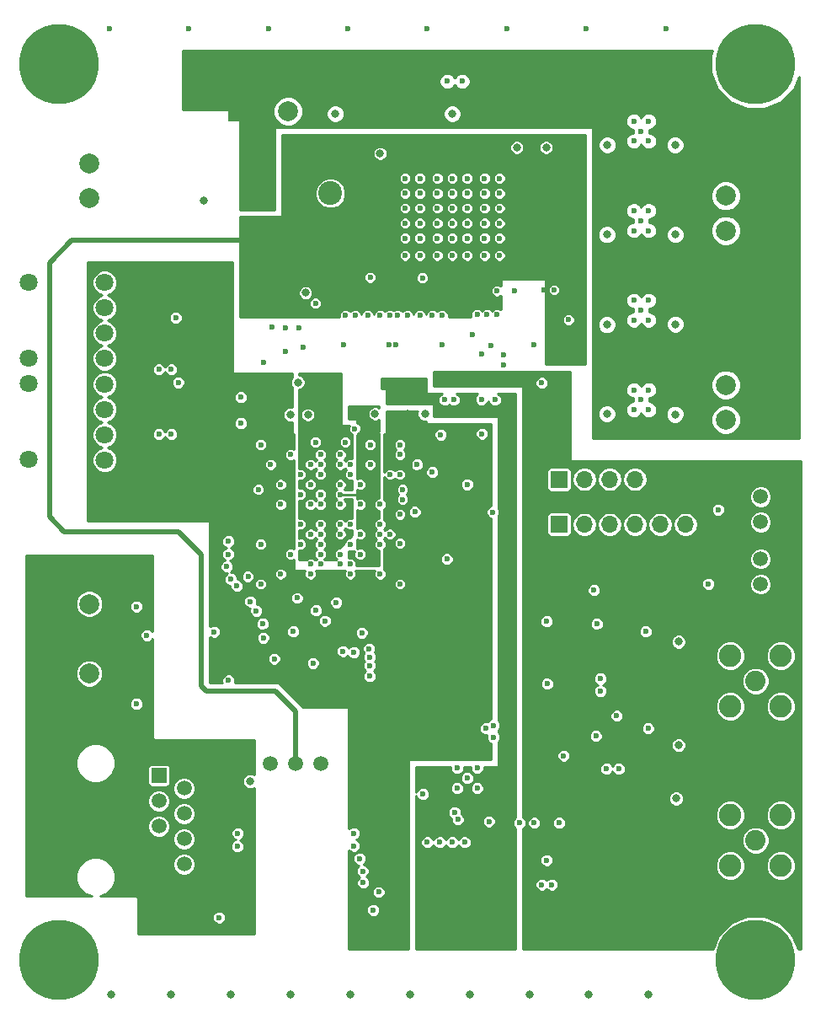
<source format=gbr>
G04 #@! TF.GenerationSoftware,KiCad,Pcbnew,5.0.2-bee76a0~70~ubuntu18.04.1*
G04 #@! TF.CreationDate,2019-01-23T11:33:38-08:00*
G04 #@! TF.ProjectId,controller,636f6e74-726f-46c6-9c65-722e6b696361,rev?*
G04 #@! TF.SameCoordinates,Original*
G04 #@! TF.FileFunction,Copper,L3,Inr*
G04 #@! TF.FilePolarity,Positive*
%FSLAX46Y46*%
G04 Gerber Fmt 4.6, Leading zero omitted, Abs format (unit mm)*
G04 Created by KiCad (PCBNEW 5.0.2-bee76a0~70~ubuntu18.04.1) date Wed 23 Jan 2019 11:33:38 AM PST*
%MOMM*%
%LPD*%
G01*
G04 APERTURE LIST*
G04 #@! TA.AperFunction,ViaPad*
%ADD10O,1.700000X1.700000*%
G04 #@! TD*
G04 #@! TA.AperFunction,ViaPad*
%ADD11R,1.700000X1.700000*%
G04 #@! TD*
G04 #@! TA.AperFunction,ViaPad*
%ADD12C,1.800000*%
G04 #@! TD*
G04 #@! TA.AperFunction,ViaPad*
%ADD13C,1.500000*%
G04 #@! TD*
G04 #@! TA.AperFunction,ViaPad*
%ADD14R,1.500000X1.500000*%
G04 #@! TD*
G04 #@! TA.AperFunction,ViaPad*
%ADD15C,2.250000*%
G04 #@! TD*
G04 #@! TA.AperFunction,ViaPad*
%ADD16C,2.050000*%
G04 #@! TD*
G04 #@! TA.AperFunction,ViaPad*
%ADD17C,0.800000*%
G04 #@! TD*
G04 #@! TA.AperFunction,ViaPad*
%ADD18C,8.000000*%
G04 #@! TD*
G04 #@! TA.AperFunction,ViaPad*
%ADD19C,2.000000*%
G04 #@! TD*
G04 #@! TA.AperFunction,ViaPad*
%ADD20R,2.000000X2.000000*%
G04 #@! TD*
G04 #@! TA.AperFunction,ViaPad*
%ADD21C,2.400000*%
G04 #@! TD*
G04 #@! TA.AperFunction,ViaPad*
%ADD22R,2.400000X2.400000*%
G04 #@! TD*
G04 #@! TA.AperFunction,ViaPad*
%ADD23C,0.600000*%
G04 #@! TD*
G04 #@! TA.AperFunction,Conductor*
%ADD24C,0.240000*%
G04 #@! TD*
G04 #@! TA.AperFunction,Conductor*
%ADD25C,0.480000*%
G04 #@! TD*
G04 #@! TA.AperFunction,Conductor*
%ADD26C,0.254000*%
G04 #@! TD*
G04 APERTURE END LIST*
D10*
G04 #@! TO.N,GND*
G04 #@! TO.C,J3001*
X157950000Y-81250000D03*
G04 #@! TO.N,Net-(J3001-Pad5)*
X155410000Y-81250000D03*
G04 #@! TO.N,Net-(J3001-Pad4)*
X152870000Y-81250000D03*
G04 #@! TO.N,Net-(J3001-Pad3)*
X150330000Y-81250000D03*
G04 #@! TO.N,Net-(J3001-Pad2)*
X147790000Y-81250000D03*
D11*
G04 #@! TO.N,+3V3D*
X145250000Y-81250000D03*
G04 #@! TD*
D12*
G04 #@! TO.N,GND*
G04 #@! TO.C,U6001*
X91900000Y-64560000D03*
X91900000Y-56940000D03*
G04 #@! TO.N,FIBER_TX*
X99560000Y-56980000D03*
G04 #@! TO.N,GND*
X99560000Y-59520000D03*
G04 #@! TO.N,Net-(U6001-Pad2)*
X99560000Y-62060000D03*
G04 #@! TO.N,Net-(C6004-Pad1)*
X99560000Y-64600000D03*
G04 #@! TD*
G04 #@! TO.N,GND*
G04 #@! TO.C,U6002*
X91900000Y-74760000D03*
X91900000Y-67140000D03*
X99560000Y-67180000D03*
G04 #@! TO.N,Net-(C6005-Pad1)*
X99560000Y-69720000D03*
G04 #@! TO.N,GND*
X99560000Y-72260000D03*
G04 #@! TO.N,FIBER_RX*
X99560000Y-74800000D03*
G04 #@! TD*
D13*
G04 #@! TO.N,/Interface/5_ISO*
G04 #@! TO.C,U6003*
X113690000Y-105250000D03*
G04 #@! TO.N,/Interface/GND_ISO*
X116230000Y-105250000D03*
G04 #@! TO.N,+5V*
X118770000Y-105250000D03*
G04 #@! TO.N,GND*
X121310000Y-105250000D03*
G04 #@! TD*
G04 #@! TO.N,/Interface/GND_ISO*
G04 #@! TO.C,J6001*
X107540000Y-115390000D03*
G04 #@! TO.N,/Interface/5_ISO*
X105000000Y-114120000D03*
G04 #@! TO.N,/Interface/RX_N*
X107540000Y-112850000D03*
G04 #@! TO.N,Net-(J6001-Pad5)*
X105000000Y-111580000D03*
G04 #@! TO.N,Net-(J6001-Pad4)*
X107540000Y-110310000D03*
G04 #@! TO.N,/Interface/RX_P*
X105000000Y-109040000D03*
G04 #@! TO.N,/Interface/TX_N*
X107540000Y-107770000D03*
D14*
G04 #@! TO.N,/Interface/TX_P*
X105000000Y-106500000D03*
G04 #@! TD*
D15*
G04 #@! TO.N,GND*
G04 #@! TO.C,J7001*
X162460000Y-99540000D03*
X162460000Y-94460000D03*
X167540000Y-94460000D03*
X167540000Y-99540000D03*
D16*
G04 #@! TO.N,Net-(C7001-Pad2)*
X165000000Y-97000000D03*
G04 #@! TD*
D15*
G04 #@! TO.N,GND*
G04 #@! TO.C,J7002*
X162460000Y-115540000D03*
X162460000Y-110460000D03*
X167540000Y-110460000D03*
X167540000Y-115540000D03*
D16*
G04 #@! TO.N,Net-(C7002-Pad2)*
X165000000Y-113000000D03*
G04 #@! TD*
D17*
G04 #@! TO.N,GND*
G04 #@! TO.C,J1001*
X167000000Y-127000000D03*
X163000000Y-123000000D03*
X163000000Y-127000000D03*
X165000000Y-128000000D03*
X162000000Y-125000000D03*
X165000000Y-122500000D03*
X167000000Y-123000000D03*
X168000000Y-125000000D03*
D18*
X165000000Y-125000000D03*
G04 #@! TD*
D17*
G04 #@! TO.N,GND*
G04 #@! TO.C,J1002*
X97000000Y-127000000D03*
X93000000Y-123000000D03*
X93000000Y-127000000D03*
X95000000Y-128000000D03*
X92000000Y-125000000D03*
X95000000Y-122500000D03*
X97000000Y-123000000D03*
X98000000Y-125000000D03*
D18*
X95000000Y-125000000D03*
G04 #@! TD*
D17*
G04 #@! TO.N,GND*
G04 #@! TO.C,J1003*
X167000000Y-37000000D03*
X163000000Y-33000000D03*
X163000000Y-37000000D03*
X165000000Y-38000000D03*
X162000000Y-35000000D03*
X165000000Y-32500000D03*
X167000000Y-33000000D03*
X168000000Y-35000000D03*
D18*
X165000000Y-35000000D03*
G04 #@! TD*
D17*
G04 #@! TO.N,GND*
G04 #@! TO.C,J1004*
X97000000Y-37000000D03*
X93000000Y-33000000D03*
X93000000Y-37000000D03*
X95000000Y-38000000D03*
X92000000Y-35000000D03*
X95000000Y-32500000D03*
X97000000Y-33000000D03*
X98000000Y-35000000D03*
D18*
X95000000Y-35000000D03*
G04 #@! TD*
D19*
G04 #@! TO.N,GND*
G04 #@! TO.C,C2006*
X118000000Y-39750000D03*
D20*
G04 #@! TO.N,+24V*
X113000000Y-39750000D03*
G04 #@! TD*
D21*
G04 #@! TO.N,GND*
G04 #@! TO.C,C2015*
X122250000Y-48000000D03*
D22*
G04 #@! TO.N,+24V*
X114750000Y-48000000D03*
G04 #@! TD*
D13*
G04 #@! TO.N,GND*
G04 #@! TO.C,D3001*
X165500000Y-84730000D03*
G04 #@! TO.N,Net-(D3001-Pad2)*
X165500000Y-87270000D03*
G04 #@! TD*
G04 #@! TO.N,GND*
G04 #@! TO.C,D3002*
X165500000Y-78480000D03*
G04 #@! TO.N,Net-(D3002-Pad2)*
X165500000Y-81020000D03*
G04 #@! TD*
D10*
G04 #@! TO.N,GND*
G04 #@! TO.C,J3002*
X152870000Y-76750000D03*
G04 #@! TO.N,/FPGA/DEBUG_RX*
X150330000Y-76750000D03*
G04 #@! TO.N,/FPGA/DEBUG_TX*
X147790000Y-76750000D03*
D11*
G04 #@! TO.N,+3V3D*
X145250000Y-76750000D03*
G04 #@! TD*
D19*
G04 #@! TO.N,/Interface/RELAY_B_DRV*
G04 #@! TO.C,J6002*
X98000000Y-96250000D03*
G04 #@! TO.N,/Interface/5_ISO*
X98000000Y-92750000D03*
G04 #@! TO.N,/Interface/RELAY_A_DRV*
X98000000Y-89250000D03*
G04 #@! TO.N,/Interface/5_ISO*
X98000000Y-85750000D03*
G04 #@! TD*
G04 #@! TO.N,Net-(FL2001-Pad2)*
G04 #@! TO.C,J2001*
X98000000Y-45000000D03*
G04 #@! TO.N,Net-(FL2001-Pad4)*
X98000000Y-48500000D03*
G04 #@! TD*
G04 #@! TO.N,Net-(J5001-Pad2)*
G04 #@! TO.C,J5001*
X162000000Y-51750000D03*
G04 #@! TO.N,Net-(C5008-Pad1)*
X162000000Y-48250000D03*
G04 #@! TD*
G04 #@! TO.N,Net-(J5002-Pad2)*
G04 #@! TO.C,J5002*
X162000000Y-70750000D03*
G04 #@! TO.N,Net-(C5017-Pad1)*
X162000000Y-67250000D03*
G04 #@! TD*
D23*
G04 #@! TO.N,GND*
X118500000Y-92000000D03*
X142750000Y-63250000D03*
X131250000Y-60250000D03*
X126000000Y-60250000D03*
X117750000Y-61500000D03*
X152750000Y-69750000D03*
X154250000Y-69750000D03*
X154250000Y-67750000D03*
X152750000Y-67750000D03*
X153500000Y-68750000D03*
X154250000Y-60750000D03*
X152750000Y-60750000D03*
X152750000Y-58750000D03*
X154250000Y-58750000D03*
X153500000Y-59750000D03*
X152750000Y-51750000D03*
X154250000Y-51750000D03*
X154250000Y-49750000D03*
X152750000Y-49750000D03*
X153500000Y-50750000D03*
X152750000Y-42750000D03*
X154250000Y-42750000D03*
X154250000Y-40750000D03*
X152750000Y-40750000D03*
X153500000Y-41750000D03*
X133000000Y-52500000D03*
X133000000Y-51000000D03*
X133000000Y-49500000D03*
X133000000Y-48000000D03*
X133000000Y-46500000D03*
X136000000Y-46500000D03*
X136000000Y-48000000D03*
X136000000Y-49500000D03*
X136000000Y-51000000D03*
X136000000Y-52500000D03*
X134500000Y-52500000D03*
X134500000Y-51000000D03*
X134500000Y-46500000D03*
X134500000Y-48000000D03*
X134500000Y-49500000D03*
X136000000Y-77250000D03*
X135000000Y-105750000D03*
X137000000Y-105750000D03*
X137000000Y-107750000D03*
X135000000Y-107750000D03*
X136000000Y-106750000D03*
X125250000Y-79250000D03*
X127250000Y-79250000D03*
X123250000Y-81250000D03*
X124250000Y-81250000D03*
X125250000Y-82250000D03*
X123250000Y-79250000D03*
X121250000Y-79250000D03*
X121250000Y-78250000D03*
X123250000Y-77250000D03*
X124250000Y-76250000D03*
X121250000Y-76250000D03*
X121250000Y-75250000D03*
X123250000Y-75250000D03*
X124250000Y-75250000D03*
X123250000Y-74250000D03*
X121250000Y-74250000D03*
X125250000Y-77250000D03*
X129250000Y-73250000D03*
X129500000Y-77750000D03*
X121250000Y-81250000D03*
X121250000Y-82250000D03*
X120250000Y-82250000D03*
X119250000Y-83250000D03*
X118250000Y-84250000D03*
X123250000Y-84250000D03*
X124250000Y-83250000D03*
X125250000Y-84250000D03*
X117250000Y-86250000D03*
X117250000Y-79250000D03*
X117250000Y-77250000D03*
X115000000Y-77750000D03*
X116250000Y-75250000D03*
X115250000Y-73250000D03*
X118250000Y-74250000D03*
X120750000Y-73000000D03*
X123750000Y-73000000D03*
X127250000Y-86250000D03*
X129250000Y-87250000D03*
X124250000Y-86250000D03*
X121250000Y-83250000D03*
X120250000Y-86250000D03*
X126250000Y-73250000D03*
X128250000Y-76250000D03*
X119250000Y-78250000D03*
X119250000Y-76250000D03*
X123250000Y-82250000D03*
X120800000Y-89900000D03*
X121700000Y-90950000D03*
X149400000Y-98000000D03*
X149400000Y-96750000D03*
X151050000Y-100500000D03*
X148950000Y-102500000D03*
X144050000Y-97250000D03*
X154200000Y-101750000D03*
X150000000Y-105800000D03*
X151250000Y-105800000D03*
X145700000Y-104500000D03*
X134750000Y-110200000D03*
X133250000Y-113200000D03*
X132000000Y-113200000D03*
X134500000Y-113200000D03*
X135750000Y-113200000D03*
X141250000Y-111250000D03*
X145250000Y-111250000D03*
X142750000Y-111250000D03*
X143500000Y-117450000D03*
X144500000Y-117450000D03*
X144000000Y-115000000D03*
D17*
X157250000Y-103450000D03*
X157250000Y-93050000D03*
X157000000Y-108800000D03*
D23*
X149050000Y-91250000D03*
X148750000Y-87850000D03*
X144000000Y-91000000D03*
X153950000Y-92000000D03*
D17*
X134500000Y-40000000D03*
D23*
X134000000Y-36750000D03*
X135500000Y-36750000D03*
D17*
X143950000Y-43400000D03*
X141000000Y-43400000D03*
X122750000Y-40000000D03*
X127250000Y-44000000D03*
X109500000Y-48750000D03*
X150050000Y-61200000D03*
X156950000Y-61150000D03*
X156950000Y-52150000D03*
X150050000Y-52150000D03*
X150050000Y-70150000D03*
X156900000Y-70200000D03*
X150100000Y-43150000D03*
X156900000Y-43150000D03*
D23*
X138600000Y-80050000D03*
X131500000Y-56500000D03*
D17*
X119000000Y-67000000D03*
X119750000Y-58000000D03*
D23*
X115550000Y-65000000D03*
X116400000Y-61450000D03*
X119100000Y-61500000D03*
X123550000Y-63250000D03*
X128150000Y-63250000D03*
X128850000Y-63250000D03*
X120750000Y-59050000D03*
X133500000Y-63250000D03*
X124750000Y-60250000D03*
X127250000Y-60250000D03*
X130000000Y-60250000D03*
X132500000Y-60250000D03*
X128250000Y-60250000D03*
X129000000Y-60250000D03*
X123750000Y-60250000D03*
X133500000Y-60250000D03*
X106950000Y-67000000D03*
X106250000Y-72200000D03*
X105000000Y-72200000D03*
X106250000Y-65700000D03*
X105000000Y-65700000D03*
X106700000Y-60500000D03*
X115450000Y-91250000D03*
X115500000Y-92650000D03*
X116600000Y-94750000D03*
X144750000Y-57700000D03*
X140750000Y-57750000D03*
X143500000Y-67050000D03*
X139650000Y-65250000D03*
X139650000Y-64250000D03*
X115250000Y-83250000D03*
D17*
X126750000Y-70150000D03*
X131750000Y-70150000D03*
X120000000Y-70250000D03*
X118250000Y-70250000D03*
D23*
X119250000Y-81250000D03*
X120250000Y-79250000D03*
X120250000Y-75250000D03*
X120500000Y-95200000D03*
X115250000Y-87250000D03*
X132500000Y-76000000D03*
X129250000Y-83150000D03*
X120250000Y-77250000D03*
X146200000Y-60700000D03*
X139000000Y-57800000D03*
X113250000Y-68500000D03*
X126550000Y-120000000D03*
X126250000Y-56450000D03*
X110550000Y-92050000D03*
X112011091Y-96938909D03*
X124600000Y-112300000D03*
X124600000Y-113550000D03*
X100000000Y-31500000D03*
X108000000Y-31500000D03*
X116000000Y-31500000D03*
X124000000Y-31500000D03*
X132000000Y-31500000D03*
X140000000Y-31500000D03*
X148000000Y-31500000D03*
X156000000Y-31500000D03*
D17*
X100250000Y-128500000D03*
X106250000Y-128500000D03*
X112250000Y-128500000D03*
X118250000Y-128500000D03*
X124250000Y-128500000D03*
X130250000Y-128500000D03*
X136250000Y-128500000D03*
X142250000Y-128500000D03*
X148250000Y-128500000D03*
X154250000Y-128500000D03*
D23*
X137750000Y-46500000D03*
X137750000Y-48000000D03*
X137750000Y-49500000D03*
X137750000Y-51000000D03*
X137750000Y-52500000D03*
X131250000Y-46500000D03*
X131250000Y-48000000D03*
X131250000Y-49500000D03*
X131250000Y-51000000D03*
X131250000Y-52500000D03*
X139250000Y-46500000D03*
X139250000Y-48000000D03*
X139250000Y-49500000D03*
X139250000Y-51000000D03*
X139250000Y-52500000D03*
X129750000Y-46500000D03*
X129750000Y-48000000D03*
X129750000Y-49500000D03*
X129750000Y-51000000D03*
X129750000Y-52500000D03*
X134500000Y-54250000D03*
X136000000Y-54250000D03*
X133000000Y-54250000D03*
X131250000Y-54250000D03*
X129750000Y-54250000D03*
X137750000Y-54250000D03*
X139250000Y-54250000D03*
G04 #@! TO.N,+24V*
X139450000Y-38750000D03*
D17*
X143950000Y-40600000D03*
D23*
X139450000Y-37500000D03*
D17*
X149600000Y-53800000D03*
X149600000Y-62800000D03*
X156200000Y-54250000D03*
X156200000Y-63250000D03*
X149600000Y-44800000D03*
X156200000Y-45250000D03*
X156200000Y-36250000D03*
X149600000Y-35800000D03*
D23*
X149750000Y-60200000D03*
X149750000Y-69200000D03*
X149750000Y-51200000D03*
X149750000Y-42250000D03*
X149000000Y-72100000D03*
G04 #@! TO.N,+3V3D*
X128250000Y-83250000D03*
X128250000Y-86250000D03*
X123250000Y-86250000D03*
X121250000Y-86250000D03*
X128250000Y-79250000D03*
X116250000Y-86250000D03*
X116250000Y-83250000D03*
X116250000Y-79250000D03*
X125250000Y-90950000D03*
X133000000Y-73250000D03*
X135750000Y-103350000D03*
D17*
X130050000Y-70150000D03*
D23*
X104550000Y-67000000D03*
X104300000Y-60500000D03*
X116650000Y-89450000D03*
D17*
X116750000Y-70250000D03*
D23*
X121500000Y-95200000D03*
X133350000Y-80750000D03*
X112250000Y-68500000D03*
X126550000Y-121000000D03*
X135950000Y-84000000D03*
X110399586Y-96314784D03*
G04 #@! TO.N,+1V0*
X124250000Y-77250000D03*
X124250000Y-79250000D03*
X121250000Y-77250000D03*
X123250000Y-76250000D03*
X120250000Y-76250000D03*
X119250000Y-77250000D03*
X120250000Y-78250000D03*
X119250000Y-79250000D03*
X120250000Y-81250000D03*
X119250000Y-82250000D03*
X120250000Y-83250000D03*
X123250000Y-83250000D03*
X124250000Y-82250000D03*
D17*
X123000000Y-67000000D03*
X122000000Y-70250000D03*
D23*
G04 #@! TO.N,+1V8D*
X125250000Y-78250000D03*
X123250000Y-78250000D03*
X124250000Y-84250000D03*
X125250000Y-83250000D03*
X125250000Y-81250000D03*
D17*
X124800000Y-70150000D03*
G04 #@! TO.N,+5V*
X122750000Y-44000000D03*
D23*
X130500000Y-56500000D03*
X132250000Y-57800000D03*
D17*
X115750000Y-58000000D03*
D23*
X118750000Y-59500000D03*
X143750000Y-57700000D03*
X125250000Y-56400000D03*
X126950000Y-57850000D03*
G04 #@! TO.N,+3V3*
X144050000Y-98500000D03*
X147050000Y-96750000D03*
X154200000Y-100500000D03*
X153000000Y-104350000D03*
X145250000Y-112250000D03*
X142750000Y-112250000D03*
X141950000Y-116850000D03*
X149750000Y-87900000D03*
X144000000Y-92250000D03*
D17*
X133000000Y-67000000D03*
G04 #@! TO.N,/Interface/GND_ISO*
X114200000Y-107050000D03*
D23*
X102750000Y-89500000D03*
X103800000Y-92400000D03*
X102750000Y-99300000D03*
X112950000Y-112300000D03*
X112900000Y-113600000D03*
X111050000Y-120750000D03*
G04 #@! TO.N,/Interface/5_ISO*
X103800000Y-86800000D03*
X103750000Y-99300000D03*
X111050000Y-121750000D03*
G04 #@! TO.N,/Analog/VCM*
X135050000Y-110900000D03*
X138200000Y-111100000D03*
G04 #@! TO.N,+1V8*
X139850000Y-107650000D03*
X138000000Y-110150000D03*
X136200000Y-110350000D03*
X132600000Y-108650000D03*
D17*
X127750000Y-67000000D03*
D23*
G04 #@! TO.N,Net-(J3001-Pad2)*
X126150000Y-93750000D03*
G04 #@! TO.N,Net-(J3001-Pad3)*
X126200000Y-94600000D03*
G04 #@! TO.N,Net-(J3001-Pad4)*
X126200000Y-95450000D03*
G04 #@! TO.N,Net-(J3001-Pad5)*
X126200000Y-96500000D03*
G04 #@! TO.N,Net-(R2007-Pad1)*
X117700000Y-63850000D03*
X119550000Y-63500000D03*
G04 #@! TO.N,/FPGA/FLASH_CS*
X126250000Y-75250000D03*
X130950000Y-75250000D03*
G04 #@! TO.N,/FPGA/PROGRAM_B*
X121250000Y-84250000D03*
X123500000Y-94000000D03*
G04 #@! TO.N,/FPGA/M0*
X121250000Y-85250000D03*
X125400000Y-92150000D03*
G04 #@! TO.N,/FPGA/M1*
X123250000Y-85250000D03*
X122850000Y-89100000D03*
G04 #@! TO.N,/FPGA/M2*
X124250000Y-85250000D03*
X124600000Y-94100000D03*
G04 #@! TO.N,/FPGA/PUDC_B*
X124700000Y-71650000D03*
X113250000Y-71100000D03*
G04 #@! TO.N,ZCS_DETECT*
X127250000Y-83250000D03*
X133950000Y-84750000D03*
G04 #@! TO.N,/FPGA/FLASH_IO0*
X137500000Y-72150000D03*
X133350000Y-72250000D03*
G04 #@! TO.N,/FPGA/TMS*
X120250000Y-85250000D03*
X118900000Y-88650000D03*
G04 #@! TO.N,GATE_1*
X129250000Y-74250000D03*
X133750000Y-68750000D03*
G04 #@! TO.N,GATE_2*
X129250000Y-76250000D03*
X134650000Y-68750000D03*
X137000000Y-60200000D03*
X136550000Y-62200000D03*
G04 #@! TO.N,GATE_3*
X129500000Y-78750000D03*
X137450000Y-68700000D03*
X138000000Y-60200000D03*
X137450000Y-64100000D03*
G04 #@! TO.N,GATE_4*
X139000000Y-60200000D03*
X129250000Y-80250000D03*
X138800000Y-68750000D03*
X138400000Y-63300000D03*
G04 #@! TO.N,RS485-R*
X112250000Y-86750000D03*
X127100000Y-118200000D03*
G04 #@! TO.N,RS485-RE*
X111850000Y-85500000D03*
X125550000Y-117250000D03*
G04 #@! TO.N,RS485-DE*
X112000000Y-84250000D03*
X125500000Y-116100000D03*
G04 #@! TO.N,RS485-D*
X112000000Y-82950000D03*
X125200000Y-114850000D03*
G04 #@! TO.N,ADC_CSB*
X138650000Y-101450000D03*
X114800000Y-89950000D03*
G04 #@! TO.N,ADC_SCLK*
X114200000Y-89000000D03*
X137900000Y-101750000D03*
G04 #@! TO.N,ADC_SDIO*
X138650000Y-102650000D03*
X114000000Y-86500000D03*
G04 #@! TO.N,ADC_MODE*
X131550000Y-108350000D03*
X112850000Y-87450000D03*
G04 #@! TO.N,/FPGA/LED1*
X128250000Y-82250000D03*
X160250000Y-87250000D03*
G04 #@! TO.N,/FPGA/LED2*
X127250000Y-82250000D03*
X161250000Y-79800000D03*
G04 #@! TO.N,/FPGA/DEBUG_RX*
X127250000Y-81250000D03*
G04 #@! TO.N,/FPGA/DEBUG_TX*
X130750000Y-80000000D03*
G04 #@! TD*
D24*
G04 #@! TO.N,+1V8D*
X123250000Y-78250000D02*
X125250000Y-78250000D01*
D25*
G04 #@! TO.N,+5V*
X94000000Y-80500000D02*
X94000000Y-55000000D01*
X95500000Y-82000000D02*
X94000000Y-80500000D01*
X109250000Y-84250000D02*
X107000000Y-82000000D01*
X109250000Y-97500000D02*
X109250000Y-84250000D01*
X115750000Y-53500000D02*
X115750000Y-57250000D01*
X94000000Y-55000000D02*
X96250000Y-52750000D01*
X115750000Y-57250000D02*
X115750000Y-58000000D01*
X116750000Y-98000000D02*
X109750000Y-98000000D01*
X115000000Y-52750000D02*
X115750000Y-53500000D01*
X107000000Y-82000000D02*
X95500000Y-82000000D01*
X118770000Y-105250000D02*
X118770000Y-100020000D01*
X96250000Y-52750000D02*
X115000000Y-52750000D01*
X118770000Y-100020000D02*
X116750000Y-98000000D01*
X115750000Y-56000000D02*
X115750000Y-57250000D01*
X109750000Y-98000000D02*
X109250000Y-97500000D01*
G04 #@! TD*
D26*
G04 #@! TO.N,+24V*
G36*
X160473000Y-34099524D02*
X160473000Y-35900476D01*
X161162195Y-37564339D01*
X162435661Y-38837805D01*
X164099524Y-39527000D01*
X165900476Y-39527000D01*
X167564339Y-38837805D01*
X168837805Y-37564339D01*
X169373001Y-36272262D01*
X169373001Y-72623000D01*
X148627000Y-72623000D01*
X148627000Y-69965608D01*
X149123000Y-69965608D01*
X149123000Y-70334392D01*
X149264127Y-70675103D01*
X149524897Y-70935873D01*
X149865608Y-71077000D01*
X150234392Y-71077000D01*
X150575103Y-70935873D01*
X150835873Y-70675103D01*
X150977000Y-70334392D01*
X150977000Y-69965608D01*
X150835873Y-69624897D01*
X150575103Y-69364127D01*
X150234392Y-69223000D01*
X149865608Y-69223000D01*
X149524897Y-69364127D01*
X149264127Y-69624897D01*
X149123000Y-69965608D01*
X148627000Y-69965608D01*
X148627000Y-67585499D01*
X151923000Y-67585499D01*
X151923000Y-67914501D01*
X152048903Y-68218458D01*
X152281542Y-68451097D01*
X152585499Y-68577000D01*
X152676520Y-68577000D01*
X152673000Y-68585499D01*
X152673000Y-68914501D01*
X152676520Y-68923000D01*
X152585499Y-68923000D01*
X152281542Y-69048903D01*
X152048903Y-69281542D01*
X151923000Y-69585499D01*
X151923000Y-69914501D01*
X152048903Y-70218458D01*
X152281542Y-70451097D01*
X152585499Y-70577000D01*
X152914501Y-70577000D01*
X153218458Y-70451097D01*
X153451097Y-70218458D01*
X153500000Y-70100396D01*
X153548903Y-70218458D01*
X153781542Y-70451097D01*
X154085499Y-70577000D01*
X154414501Y-70577000D01*
X154718458Y-70451097D01*
X154951097Y-70218458D01*
X155035120Y-70015608D01*
X155973000Y-70015608D01*
X155973000Y-70384392D01*
X156114127Y-70725103D01*
X156374897Y-70985873D01*
X156715608Y-71127000D01*
X157084392Y-71127000D01*
X157425103Y-70985873D01*
X157685873Y-70725103D01*
X157801373Y-70446261D01*
X160473000Y-70446261D01*
X160473000Y-71053739D01*
X160705472Y-71614976D01*
X161135024Y-72044528D01*
X161696261Y-72277000D01*
X162303739Y-72277000D01*
X162864976Y-72044528D01*
X163294528Y-71614976D01*
X163527000Y-71053739D01*
X163527000Y-70446261D01*
X163294528Y-69885024D01*
X162864976Y-69455472D01*
X162303739Y-69223000D01*
X161696261Y-69223000D01*
X161135024Y-69455472D01*
X160705472Y-69885024D01*
X160473000Y-70446261D01*
X157801373Y-70446261D01*
X157827000Y-70384392D01*
X157827000Y-70015608D01*
X157685873Y-69674897D01*
X157425103Y-69414127D01*
X157084392Y-69273000D01*
X156715608Y-69273000D01*
X156374897Y-69414127D01*
X156114127Y-69674897D01*
X155973000Y-70015608D01*
X155035120Y-70015608D01*
X155077000Y-69914501D01*
X155077000Y-69585499D01*
X154951097Y-69281542D01*
X154718458Y-69048903D01*
X154414501Y-68923000D01*
X154323480Y-68923000D01*
X154327000Y-68914501D01*
X154327000Y-68585499D01*
X154323480Y-68577000D01*
X154414501Y-68577000D01*
X154718458Y-68451097D01*
X154951097Y-68218458D01*
X155077000Y-67914501D01*
X155077000Y-67585499D01*
X154951097Y-67281542D01*
X154718458Y-67048903D01*
X154470659Y-66946261D01*
X160473000Y-66946261D01*
X160473000Y-67553739D01*
X160705472Y-68114976D01*
X161135024Y-68544528D01*
X161696261Y-68777000D01*
X162303739Y-68777000D01*
X162864976Y-68544528D01*
X163294528Y-68114976D01*
X163527000Y-67553739D01*
X163527000Y-66946261D01*
X163294528Y-66385024D01*
X162864976Y-65955472D01*
X162303739Y-65723000D01*
X161696261Y-65723000D01*
X161135024Y-65955472D01*
X160705472Y-66385024D01*
X160473000Y-66946261D01*
X154470659Y-66946261D01*
X154414501Y-66923000D01*
X154085499Y-66923000D01*
X153781542Y-67048903D01*
X153548903Y-67281542D01*
X153500000Y-67399604D01*
X153451097Y-67281542D01*
X153218458Y-67048903D01*
X152914501Y-66923000D01*
X152585499Y-66923000D01*
X152281542Y-67048903D01*
X152048903Y-67281542D01*
X151923000Y-67585499D01*
X148627000Y-67585499D01*
X148627000Y-61015608D01*
X149123000Y-61015608D01*
X149123000Y-61384392D01*
X149264127Y-61725103D01*
X149524897Y-61985873D01*
X149865608Y-62127000D01*
X150234392Y-62127000D01*
X150575103Y-61985873D01*
X150835873Y-61725103D01*
X150977000Y-61384392D01*
X150977000Y-61015608D01*
X150835873Y-60674897D01*
X150575103Y-60414127D01*
X150234392Y-60273000D01*
X149865608Y-60273000D01*
X149524897Y-60414127D01*
X149264127Y-60674897D01*
X149123000Y-61015608D01*
X148627000Y-61015608D01*
X148627000Y-58585499D01*
X151923000Y-58585499D01*
X151923000Y-58914501D01*
X152048903Y-59218458D01*
X152281542Y-59451097D01*
X152585499Y-59577000D01*
X152676520Y-59577000D01*
X152673000Y-59585499D01*
X152673000Y-59914501D01*
X152676520Y-59923000D01*
X152585499Y-59923000D01*
X152281542Y-60048903D01*
X152048903Y-60281542D01*
X151923000Y-60585499D01*
X151923000Y-60914501D01*
X152048903Y-61218458D01*
X152281542Y-61451097D01*
X152585499Y-61577000D01*
X152914501Y-61577000D01*
X153218458Y-61451097D01*
X153451097Y-61218458D01*
X153500000Y-61100396D01*
X153548903Y-61218458D01*
X153781542Y-61451097D01*
X154085499Y-61577000D01*
X154414501Y-61577000D01*
X154718458Y-61451097D01*
X154951097Y-61218458D01*
X155055830Y-60965608D01*
X156023000Y-60965608D01*
X156023000Y-61334392D01*
X156164127Y-61675103D01*
X156424897Y-61935873D01*
X156765608Y-62077000D01*
X157134392Y-62077000D01*
X157475103Y-61935873D01*
X157735873Y-61675103D01*
X157877000Y-61334392D01*
X157877000Y-60965608D01*
X157735873Y-60624897D01*
X157475103Y-60364127D01*
X157134392Y-60223000D01*
X156765608Y-60223000D01*
X156424897Y-60364127D01*
X156164127Y-60624897D01*
X156023000Y-60965608D01*
X155055830Y-60965608D01*
X155077000Y-60914501D01*
X155077000Y-60585499D01*
X154951097Y-60281542D01*
X154718458Y-60048903D01*
X154414501Y-59923000D01*
X154323480Y-59923000D01*
X154327000Y-59914501D01*
X154327000Y-59585499D01*
X154323480Y-59577000D01*
X154414501Y-59577000D01*
X154718458Y-59451097D01*
X154951097Y-59218458D01*
X155077000Y-58914501D01*
X155077000Y-58585499D01*
X154951097Y-58281542D01*
X154718458Y-58048903D01*
X154414501Y-57923000D01*
X154085499Y-57923000D01*
X153781542Y-58048903D01*
X153548903Y-58281542D01*
X153500000Y-58399604D01*
X153451097Y-58281542D01*
X153218458Y-58048903D01*
X152914501Y-57923000D01*
X152585499Y-57923000D01*
X152281542Y-58048903D01*
X152048903Y-58281542D01*
X151923000Y-58585499D01*
X148627000Y-58585499D01*
X148627000Y-51965608D01*
X149123000Y-51965608D01*
X149123000Y-52334392D01*
X149264127Y-52675103D01*
X149524897Y-52935873D01*
X149865608Y-53077000D01*
X150234392Y-53077000D01*
X150575103Y-52935873D01*
X150835873Y-52675103D01*
X150977000Y-52334392D01*
X150977000Y-51965608D01*
X150835873Y-51624897D01*
X150575103Y-51364127D01*
X150234392Y-51223000D01*
X149865608Y-51223000D01*
X149524897Y-51364127D01*
X149264127Y-51624897D01*
X149123000Y-51965608D01*
X148627000Y-51965608D01*
X148627000Y-49585499D01*
X151923000Y-49585499D01*
X151923000Y-49914501D01*
X152048903Y-50218458D01*
X152281542Y-50451097D01*
X152585499Y-50577000D01*
X152676520Y-50577000D01*
X152673000Y-50585499D01*
X152673000Y-50914501D01*
X152676520Y-50923000D01*
X152585499Y-50923000D01*
X152281542Y-51048903D01*
X152048903Y-51281542D01*
X151923000Y-51585499D01*
X151923000Y-51914501D01*
X152048903Y-52218458D01*
X152281542Y-52451097D01*
X152585499Y-52577000D01*
X152914501Y-52577000D01*
X153218458Y-52451097D01*
X153451097Y-52218458D01*
X153500000Y-52100396D01*
X153548903Y-52218458D01*
X153781542Y-52451097D01*
X154085499Y-52577000D01*
X154414501Y-52577000D01*
X154718458Y-52451097D01*
X154951097Y-52218458D01*
X155055830Y-51965608D01*
X156023000Y-51965608D01*
X156023000Y-52334392D01*
X156164127Y-52675103D01*
X156424897Y-52935873D01*
X156765608Y-53077000D01*
X157134392Y-53077000D01*
X157475103Y-52935873D01*
X157735873Y-52675103D01*
X157877000Y-52334392D01*
X157877000Y-51965608D01*
X157735873Y-51624897D01*
X157557237Y-51446261D01*
X160473000Y-51446261D01*
X160473000Y-52053739D01*
X160705472Y-52614976D01*
X161135024Y-53044528D01*
X161696261Y-53277000D01*
X162303739Y-53277000D01*
X162864976Y-53044528D01*
X163294528Y-52614976D01*
X163527000Y-52053739D01*
X163527000Y-51446261D01*
X163294528Y-50885024D01*
X162864976Y-50455472D01*
X162303739Y-50223000D01*
X161696261Y-50223000D01*
X161135024Y-50455472D01*
X160705472Y-50885024D01*
X160473000Y-51446261D01*
X157557237Y-51446261D01*
X157475103Y-51364127D01*
X157134392Y-51223000D01*
X156765608Y-51223000D01*
X156424897Y-51364127D01*
X156164127Y-51624897D01*
X156023000Y-51965608D01*
X155055830Y-51965608D01*
X155077000Y-51914501D01*
X155077000Y-51585499D01*
X154951097Y-51281542D01*
X154718458Y-51048903D01*
X154414501Y-50923000D01*
X154323480Y-50923000D01*
X154327000Y-50914501D01*
X154327000Y-50585499D01*
X154323480Y-50577000D01*
X154414501Y-50577000D01*
X154718458Y-50451097D01*
X154951097Y-50218458D01*
X155077000Y-49914501D01*
X155077000Y-49585499D01*
X154951097Y-49281542D01*
X154718458Y-49048903D01*
X154414501Y-48923000D01*
X154085499Y-48923000D01*
X153781542Y-49048903D01*
X153548903Y-49281542D01*
X153500000Y-49399604D01*
X153451097Y-49281542D01*
X153218458Y-49048903D01*
X152914501Y-48923000D01*
X152585499Y-48923000D01*
X152281542Y-49048903D01*
X152048903Y-49281542D01*
X151923000Y-49585499D01*
X148627000Y-49585499D01*
X148627000Y-47946261D01*
X160473000Y-47946261D01*
X160473000Y-48553739D01*
X160705472Y-49114976D01*
X161135024Y-49544528D01*
X161696261Y-49777000D01*
X162303739Y-49777000D01*
X162864976Y-49544528D01*
X163294528Y-49114976D01*
X163527000Y-48553739D01*
X163527000Y-47946261D01*
X163294528Y-47385024D01*
X162864976Y-46955472D01*
X162303739Y-46723000D01*
X161696261Y-46723000D01*
X161135024Y-46955472D01*
X160705472Y-47385024D01*
X160473000Y-47946261D01*
X148627000Y-47946261D01*
X148627000Y-42965608D01*
X149173000Y-42965608D01*
X149173000Y-43334392D01*
X149314127Y-43675103D01*
X149574897Y-43935873D01*
X149915608Y-44077000D01*
X150284392Y-44077000D01*
X150625103Y-43935873D01*
X150885873Y-43675103D01*
X151027000Y-43334392D01*
X151027000Y-42965608D01*
X150885873Y-42624897D01*
X150625103Y-42364127D01*
X150284392Y-42223000D01*
X149915608Y-42223000D01*
X149574897Y-42364127D01*
X149314127Y-42624897D01*
X149173000Y-42965608D01*
X148627000Y-42965608D01*
X148627000Y-41500000D01*
X148617333Y-41451399D01*
X148589803Y-41410197D01*
X148548601Y-41382667D01*
X148500000Y-41373000D01*
X116750000Y-41373000D01*
X116701399Y-41382667D01*
X116660197Y-41410197D01*
X116632667Y-41451399D01*
X116623000Y-41500000D01*
X116623000Y-49623000D01*
X113127000Y-49623000D01*
X113127000Y-39750000D01*
X113117333Y-39701399D01*
X113089803Y-39660197D01*
X113048601Y-39632667D01*
X113000000Y-39623000D01*
X107377000Y-39623000D01*
X107377000Y-39446261D01*
X116473000Y-39446261D01*
X116473000Y-40053739D01*
X116705472Y-40614976D01*
X117135024Y-41044528D01*
X117696261Y-41277000D01*
X118303739Y-41277000D01*
X118864976Y-41044528D01*
X119294528Y-40614976D01*
X119527000Y-40053739D01*
X119527000Y-39815608D01*
X121823000Y-39815608D01*
X121823000Y-40184392D01*
X121964127Y-40525103D01*
X122224897Y-40785873D01*
X122565608Y-40927000D01*
X122934392Y-40927000D01*
X123275103Y-40785873D01*
X123535873Y-40525103D01*
X123677000Y-40184392D01*
X123677000Y-39815608D01*
X133573000Y-39815608D01*
X133573000Y-40184392D01*
X133714127Y-40525103D01*
X133974897Y-40785873D01*
X134315608Y-40927000D01*
X134684392Y-40927000D01*
X135025103Y-40785873D01*
X135225477Y-40585499D01*
X151923000Y-40585499D01*
X151923000Y-40914501D01*
X152048903Y-41218458D01*
X152281542Y-41451097D01*
X152585499Y-41577000D01*
X152676520Y-41577000D01*
X152673000Y-41585499D01*
X152673000Y-41914501D01*
X152676520Y-41923000D01*
X152585499Y-41923000D01*
X152281542Y-42048903D01*
X152048903Y-42281542D01*
X151923000Y-42585499D01*
X151923000Y-42914501D01*
X152048903Y-43218458D01*
X152281542Y-43451097D01*
X152585499Y-43577000D01*
X152914501Y-43577000D01*
X153218458Y-43451097D01*
X153451097Y-43218458D01*
X153500000Y-43100396D01*
X153548903Y-43218458D01*
X153781542Y-43451097D01*
X154085499Y-43577000D01*
X154414501Y-43577000D01*
X154718458Y-43451097D01*
X154951097Y-43218458D01*
X155055830Y-42965608D01*
X155973000Y-42965608D01*
X155973000Y-43334392D01*
X156114127Y-43675103D01*
X156374897Y-43935873D01*
X156715608Y-44077000D01*
X157084392Y-44077000D01*
X157425103Y-43935873D01*
X157685873Y-43675103D01*
X157827000Y-43334392D01*
X157827000Y-42965608D01*
X157685873Y-42624897D01*
X157425103Y-42364127D01*
X157084392Y-42223000D01*
X156715608Y-42223000D01*
X156374897Y-42364127D01*
X156114127Y-42624897D01*
X155973000Y-42965608D01*
X155055830Y-42965608D01*
X155077000Y-42914501D01*
X155077000Y-42585499D01*
X154951097Y-42281542D01*
X154718458Y-42048903D01*
X154414501Y-41923000D01*
X154323480Y-41923000D01*
X154327000Y-41914501D01*
X154327000Y-41585499D01*
X154323480Y-41577000D01*
X154414501Y-41577000D01*
X154718458Y-41451097D01*
X154951097Y-41218458D01*
X155077000Y-40914501D01*
X155077000Y-40585499D01*
X154951097Y-40281542D01*
X154718458Y-40048903D01*
X154414501Y-39923000D01*
X154085499Y-39923000D01*
X153781542Y-40048903D01*
X153548903Y-40281542D01*
X153500000Y-40399604D01*
X153451097Y-40281542D01*
X153218458Y-40048903D01*
X152914501Y-39923000D01*
X152585499Y-39923000D01*
X152281542Y-40048903D01*
X152048903Y-40281542D01*
X151923000Y-40585499D01*
X135225477Y-40585499D01*
X135285873Y-40525103D01*
X135427000Y-40184392D01*
X135427000Y-39815608D01*
X135285873Y-39474897D01*
X135025103Y-39214127D01*
X134684392Y-39073000D01*
X134315608Y-39073000D01*
X133974897Y-39214127D01*
X133714127Y-39474897D01*
X133573000Y-39815608D01*
X123677000Y-39815608D01*
X123535873Y-39474897D01*
X123275103Y-39214127D01*
X122934392Y-39073000D01*
X122565608Y-39073000D01*
X122224897Y-39214127D01*
X121964127Y-39474897D01*
X121823000Y-39815608D01*
X119527000Y-39815608D01*
X119527000Y-39446261D01*
X119294528Y-38885024D01*
X118864976Y-38455472D01*
X118303739Y-38223000D01*
X117696261Y-38223000D01*
X117135024Y-38455472D01*
X116705472Y-38885024D01*
X116473000Y-39446261D01*
X107377000Y-39446261D01*
X107377000Y-36585499D01*
X133173000Y-36585499D01*
X133173000Y-36914501D01*
X133298903Y-37218458D01*
X133531542Y-37451097D01*
X133835499Y-37577000D01*
X134164501Y-37577000D01*
X134468458Y-37451097D01*
X134701097Y-37218458D01*
X134750000Y-37100396D01*
X134798903Y-37218458D01*
X135031542Y-37451097D01*
X135335499Y-37577000D01*
X135664501Y-37577000D01*
X135968458Y-37451097D01*
X136201097Y-37218458D01*
X136327000Y-36914501D01*
X136327000Y-36585499D01*
X136201097Y-36281542D01*
X135968458Y-36048903D01*
X135664501Y-35923000D01*
X135335499Y-35923000D01*
X135031542Y-36048903D01*
X134798903Y-36281542D01*
X134750000Y-36399604D01*
X134701097Y-36281542D01*
X134468458Y-36048903D01*
X134164501Y-35923000D01*
X133835499Y-35923000D01*
X133531542Y-36048903D01*
X133298903Y-36281542D01*
X133173000Y-36585499D01*
X107377000Y-36585499D01*
X107377000Y-33627000D01*
X160668726Y-33627000D01*
X160473000Y-34099524D01*
X160473000Y-34099524D01*
G37*
X160473000Y-34099524D02*
X160473000Y-35900476D01*
X161162195Y-37564339D01*
X162435661Y-38837805D01*
X164099524Y-39527000D01*
X165900476Y-39527000D01*
X167564339Y-38837805D01*
X168837805Y-37564339D01*
X169373001Y-36272262D01*
X169373001Y-72623000D01*
X148627000Y-72623000D01*
X148627000Y-69965608D01*
X149123000Y-69965608D01*
X149123000Y-70334392D01*
X149264127Y-70675103D01*
X149524897Y-70935873D01*
X149865608Y-71077000D01*
X150234392Y-71077000D01*
X150575103Y-70935873D01*
X150835873Y-70675103D01*
X150977000Y-70334392D01*
X150977000Y-69965608D01*
X150835873Y-69624897D01*
X150575103Y-69364127D01*
X150234392Y-69223000D01*
X149865608Y-69223000D01*
X149524897Y-69364127D01*
X149264127Y-69624897D01*
X149123000Y-69965608D01*
X148627000Y-69965608D01*
X148627000Y-67585499D01*
X151923000Y-67585499D01*
X151923000Y-67914501D01*
X152048903Y-68218458D01*
X152281542Y-68451097D01*
X152585499Y-68577000D01*
X152676520Y-68577000D01*
X152673000Y-68585499D01*
X152673000Y-68914501D01*
X152676520Y-68923000D01*
X152585499Y-68923000D01*
X152281542Y-69048903D01*
X152048903Y-69281542D01*
X151923000Y-69585499D01*
X151923000Y-69914501D01*
X152048903Y-70218458D01*
X152281542Y-70451097D01*
X152585499Y-70577000D01*
X152914501Y-70577000D01*
X153218458Y-70451097D01*
X153451097Y-70218458D01*
X153500000Y-70100396D01*
X153548903Y-70218458D01*
X153781542Y-70451097D01*
X154085499Y-70577000D01*
X154414501Y-70577000D01*
X154718458Y-70451097D01*
X154951097Y-70218458D01*
X155035120Y-70015608D01*
X155973000Y-70015608D01*
X155973000Y-70384392D01*
X156114127Y-70725103D01*
X156374897Y-70985873D01*
X156715608Y-71127000D01*
X157084392Y-71127000D01*
X157425103Y-70985873D01*
X157685873Y-70725103D01*
X157801373Y-70446261D01*
X160473000Y-70446261D01*
X160473000Y-71053739D01*
X160705472Y-71614976D01*
X161135024Y-72044528D01*
X161696261Y-72277000D01*
X162303739Y-72277000D01*
X162864976Y-72044528D01*
X163294528Y-71614976D01*
X163527000Y-71053739D01*
X163527000Y-70446261D01*
X163294528Y-69885024D01*
X162864976Y-69455472D01*
X162303739Y-69223000D01*
X161696261Y-69223000D01*
X161135024Y-69455472D01*
X160705472Y-69885024D01*
X160473000Y-70446261D01*
X157801373Y-70446261D01*
X157827000Y-70384392D01*
X157827000Y-70015608D01*
X157685873Y-69674897D01*
X157425103Y-69414127D01*
X157084392Y-69273000D01*
X156715608Y-69273000D01*
X156374897Y-69414127D01*
X156114127Y-69674897D01*
X155973000Y-70015608D01*
X155035120Y-70015608D01*
X155077000Y-69914501D01*
X155077000Y-69585499D01*
X154951097Y-69281542D01*
X154718458Y-69048903D01*
X154414501Y-68923000D01*
X154323480Y-68923000D01*
X154327000Y-68914501D01*
X154327000Y-68585499D01*
X154323480Y-68577000D01*
X154414501Y-68577000D01*
X154718458Y-68451097D01*
X154951097Y-68218458D01*
X155077000Y-67914501D01*
X155077000Y-67585499D01*
X154951097Y-67281542D01*
X154718458Y-67048903D01*
X154470659Y-66946261D01*
X160473000Y-66946261D01*
X160473000Y-67553739D01*
X160705472Y-68114976D01*
X161135024Y-68544528D01*
X161696261Y-68777000D01*
X162303739Y-68777000D01*
X162864976Y-68544528D01*
X163294528Y-68114976D01*
X163527000Y-67553739D01*
X163527000Y-66946261D01*
X163294528Y-66385024D01*
X162864976Y-65955472D01*
X162303739Y-65723000D01*
X161696261Y-65723000D01*
X161135024Y-65955472D01*
X160705472Y-66385024D01*
X160473000Y-66946261D01*
X154470659Y-66946261D01*
X154414501Y-66923000D01*
X154085499Y-66923000D01*
X153781542Y-67048903D01*
X153548903Y-67281542D01*
X153500000Y-67399604D01*
X153451097Y-67281542D01*
X153218458Y-67048903D01*
X152914501Y-66923000D01*
X152585499Y-66923000D01*
X152281542Y-67048903D01*
X152048903Y-67281542D01*
X151923000Y-67585499D01*
X148627000Y-67585499D01*
X148627000Y-61015608D01*
X149123000Y-61015608D01*
X149123000Y-61384392D01*
X149264127Y-61725103D01*
X149524897Y-61985873D01*
X149865608Y-62127000D01*
X150234392Y-62127000D01*
X150575103Y-61985873D01*
X150835873Y-61725103D01*
X150977000Y-61384392D01*
X150977000Y-61015608D01*
X150835873Y-60674897D01*
X150575103Y-60414127D01*
X150234392Y-60273000D01*
X149865608Y-60273000D01*
X149524897Y-60414127D01*
X149264127Y-60674897D01*
X149123000Y-61015608D01*
X148627000Y-61015608D01*
X148627000Y-58585499D01*
X151923000Y-58585499D01*
X151923000Y-58914501D01*
X152048903Y-59218458D01*
X152281542Y-59451097D01*
X152585499Y-59577000D01*
X152676520Y-59577000D01*
X152673000Y-59585499D01*
X152673000Y-59914501D01*
X152676520Y-59923000D01*
X152585499Y-59923000D01*
X152281542Y-60048903D01*
X152048903Y-60281542D01*
X151923000Y-60585499D01*
X151923000Y-60914501D01*
X152048903Y-61218458D01*
X152281542Y-61451097D01*
X152585499Y-61577000D01*
X152914501Y-61577000D01*
X153218458Y-61451097D01*
X153451097Y-61218458D01*
X153500000Y-61100396D01*
X153548903Y-61218458D01*
X153781542Y-61451097D01*
X154085499Y-61577000D01*
X154414501Y-61577000D01*
X154718458Y-61451097D01*
X154951097Y-61218458D01*
X155055830Y-60965608D01*
X156023000Y-60965608D01*
X156023000Y-61334392D01*
X156164127Y-61675103D01*
X156424897Y-61935873D01*
X156765608Y-62077000D01*
X157134392Y-62077000D01*
X157475103Y-61935873D01*
X157735873Y-61675103D01*
X157877000Y-61334392D01*
X157877000Y-60965608D01*
X157735873Y-60624897D01*
X157475103Y-60364127D01*
X157134392Y-60223000D01*
X156765608Y-60223000D01*
X156424897Y-60364127D01*
X156164127Y-60624897D01*
X156023000Y-60965608D01*
X155055830Y-60965608D01*
X155077000Y-60914501D01*
X155077000Y-60585499D01*
X154951097Y-60281542D01*
X154718458Y-60048903D01*
X154414501Y-59923000D01*
X154323480Y-59923000D01*
X154327000Y-59914501D01*
X154327000Y-59585499D01*
X154323480Y-59577000D01*
X154414501Y-59577000D01*
X154718458Y-59451097D01*
X154951097Y-59218458D01*
X155077000Y-58914501D01*
X155077000Y-58585499D01*
X154951097Y-58281542D01*
X154718458Y-58048903D01*
X154414501Y-57923000D01*
X154085499Y-57923000D01*
X153781542Y-58048903D01*
X153548903Y-58281542D01*
X153500000Y-58399604D01*
X153451097Y-58281542D01*
X153218458Y-58048903D01*
X152914501Y-57923000D01*
X152585499Y-57923000D01*
X152281542Y-58048903D01*
X152048903Y-58281542D01*
X151923000Y-58585499D01*
X148627000Y-58585499D01*
X148627000Y-51965608D01*
X149123000Y-51965608D01*
X149123000Y-52334392D01*
X149264127Y-52675103D01*
X149524897Y-52935873D01*
X149865608Y-53077000D01*
X150234392Y-53077000D01*
X150575103Y-52935873D01*
X150835873Y-52675103D01*
X150977000Y-52334392D01*
X150977000Y-51965608D01*
X150835873Y-51624897D01*
X150575103Y-51364127D01*
X150234392Y-51223000D01*
X149865608Y-51223000D01*
X149524897Y-51364127D01*
X149264127Y-51624897D01*
X149123000Y-51965608D01*
X148627000Y-51965608D01*
X148627000Y-49585499D01*
X151923000Y-49585499D01*
X151923000Y-49914501D01*
X152048903Y-50218458D01*
X152281542Y-50451097D01*
X152585499Y-50577000D01*
X152676520Y-50577000D01*
X152673000Y-50585499D01*
X152673000Y-50914501D01*
X152676520Y-50923000D01*
X152585499Y-50923000D01*
X152281542Y-51048903D01*
X152048903Y-51281542D01*
X151923000Y-51585499D01*
X151923000Y-51914501D01*
X152048903Y-52218458D01*
X152281542Y-52451097D01*
X152585499Y-52577000D01*
X152914501Y-52577000D01*
X153218458Y-52451097D01*
X153451097Y-52218458D01*
X153500000Y-52100396D01*
X153548903Y-52218458D01*
X153781542Y-52451097D01*
X154085499Y-52577000D01*
X154414501Y-52577000D01*
X154718458Y-52451097D01*
X154951097Y-52218458D01*
X155055830Y-51965608D01*
X156023000Y-51965608D01*
X156023000Y-52334392D01*
X156164127Y-52675103D01*
X156424897Y-52935873D01*
X156765608Y-53077000D01*
X157134392Y-53077000D01*
X157475103Y-52935873D01*
X157735873Y-52675103D01*
X157877000Y-52334392D01*
X157877000Y-51965608D01*
X157735873Y-51624897D01*
X157557237Y-51446261D01*
X160473000Y-51446261D01*
X160473000Y-52053739D01*
X160705472Y-52614976D01*
X161135024Y-53044528D01*
X161696261Y-53277000D01*
X162303739Y-53277000D01*
X162864976Y-53044528D01*
X163294528Y-52614976D01*
X163527000Y-52053739D01*
X163527000Y-51446261D01*
X163294528Y-50885024D01*
X162864976Y-50455472D01*
X162303739Y-50223000D01*
X161696261Y-50223000D01*
X161135024Y-50455472D01*
X160705472Y-50885024D01*
X160473000Y-51446261D01*
X157557237Y-51446261D01*
X157475103Y-51364127D01*
X157134392Y-51223000D01*
X156765608Y-51223000D01*
X156424897Y-51364127D01*
X156164127Y-51624897D01*
X156023000Y-51965608D01*
X155055830Y-51965608D01*
X155077000Y-51914501D01*
X155077000Y-51585499D01*
X154951097Y-51281542D01*
X154718458Y-51048903D01*
X154414501Y-50923000D01*
X154323480Y-50923000D01*
X154327000Y-50914501D01*
X154327000Y-50585499D01*
X154323480Y-50577000D01*
X154414501Y-50577000D01*
X154718458Y-50451097D01*
X154951097Y-50218458D01*
X155077000Y-49914501D01*
X155077000Y-49585499D01*
X154951097Y-49281542D01*
X154718458Y-49048903D01*
X154414501Y-48923000D01*
X154085499Y-48923000D01*
X153781542Y-49048903D01*
X153548903Y-49281542D01*
X153500000Y-49399604D01*
X153451097Y-49281542D01*
X153218458Y-49048903D01*
X152914501Y-48923000D01*
X152585499Y-48923000D01*
X152281542Y-49048903D01*
X152048903Y-49281542D01*
X151923000Y-49585499D01*
X148627000Y-49585499D01*
X148627000Y-47946261D01*
X160473000Y-47946261D01*
X160473000Y-48553739D01*
X160705472Y-49114976D01*
X161135024Y-49544528D01*
X161696261Y-49777000D01*
X162303739Y-49777000D01*
X162864976Y-49544528D01*
X163294528Y-49114976D01*
X163527000Y-48553739D01*
X163527000Y-47946261D01*
X163294528Y-47385024D01*
X162864976Y-46955472D01*
X162303739Y-46723000D01*
X161696261Y-46723000D01*
X161135024Y-46955472D01*
X160705472Y-47385024D01*
X160473000Y-47946261D01*
X148627000Y-47946261D01*
X148627000Y-42965608D01*
X149173000Y-42965608D01*
X149173000Y-43334392D01*
X149314127Y-43675103D01*
X149574897Y-43935873D01*
X149915608Y-44077000D01*
X150284392Y-44077000D01*
X150625103Y-43935873D01*
X150885873Y-43675103D01*
X151027000Y-43334392D01*
X151027000Y-42965608D01*
X150885873Y-42624897D01*
X150625103Y-42364127D01*
X150284392Y-42223000D01*
X149915608Y-42223000D01*
X149574897Y-42364127D01*
X149314127Y-42624897D01*
X149173000Y-42965608D01*
X148627000Y-42965608D01*
X148627000Y-41500000D01*
X148617333Y-41451399D01*
X148589803Y-41410197D01*
X148548601Y-41382667D01*
X148500000Y-41373000D01*
X116750000Y-41373000D01*
X116701399Y-41382667D01*
X116660197Y-41410197D01*
X116632667Y-41451399D01*
X116623000Y-41500000D01*
X116623000Y-49623000D01*
X113127000Y-49623000D01*
X113127000Y-39750000D01*
X113117333Y-39701399D01*
X113089803Y-39660197D01*
X113048601Y-39632667D01*
X113000000Y-39623000D01*
X107377000Y-39623000D01*
X107377000Y-39446261D01*
X116473000Y-39446261D01*
X116473000Y-40053739D01*
X116705472Y-40614976D01*
X117135024Y-41044528D01*
X117696261Y-41277000D01*
X118303739Y-41277000D01*
X118864976Y-41044528D01*
X119294528Y-40614976D01*
X119527000Y-40053739D01*
X119527000Y-39815608D01*
X121823000Y-39815608D01*
X121823000Y-40184392D01*
X121964127Y-40525103D01*
X122224897Y-40785873D01*
X122565608Y-40927000D01*
X122934392Y-40927000D01*
X123275103Y-40785873D01*
X123535873Y-40525103D01*
X123677000Y-40184392D01*
X123677000Y-39815608D01*
X133573000Y-39815608D01*
X133573000Y-40184392D01*
X133714127Y-40525103D01*
X133974897Y-40785873D01*
X134315608Y-40927000D01*
X134684392Y-40927000D01*
X135025103Y-40785873D01*
X135225477Y-40585499D01*
X151923000Y-40585499D01*
X151923000Y-40914501D01*
X152048903Y-41218458D01*
X152281542Y-41451097D01*
X152585499Y-41577000D01*
X152676520Y-41577000D01*
X152673000Y-41585499D01*
X152673000Y-41914501D01*
X152676520Y-41923000D01*
X152585499Y-41923000D01*
X152281542Y-42048903D01*
X152048903Y-42281542D01*
X151923000Y-42585499D01*
X151923000Y-42914501D01*
X152048903Y-43218458D01*
X152281542Y-43451097D01*
X152585499Y-43577000D01*
X152914501Y-43577000D01*
X153218458Y-43451097D01*
X153451097Y-43218458D01*
X153500000Y-43100396D01*
X153548903Y-43218458D01*
X153781542Y-43451097D01*
X154085499Y-43577000D01*
X154414501Y-43577000D01*
X154718458Y-43451097D01*
X154951097Y-43218458D01*
X155055830Y-42965608D01*
X155973000Y-42965608D01*
X155973000Y-43334392D01*
X156114127Y-43675103D01*
X156374897Y-43935873D01*
X156715608Y-44077000D01*
X157084392Y-44077000D01*
X157425103Y-43935873D01*
X157685873Y-43675103D01*
X157827000Y-43334392D01*
X157827000Y-42965608D01*
X157685873Y-42624897D01*
X157425103Y-42364127D01*
X157084392Y-42223000D01*
X156715608Y-42223000D01*
X156374897Y-42364127D01*
X156114127Y-42624897D01*
X155973000Y-42965608D01*
X155055830Y-42965608D01*
X155077000Y-42914501D01*
X155077000Y-42585499D01*
X154951097Y-42281542D01*
X154718458Y-42048903D01*
X154414501Y-41923000D01*
X154323480Y-41923000D01*
X154327000Y-41914501D01*
X154327000Y-41585499D01*
X154323480Y-41577000D01*
X154414501Y-41577000D01*
X154718458Y-41451097D01*
X154951097Y-41218458D01*
X155077000Y-40914501D01*
X155077000Y-40585499D01*
X154951097Y-40281542D01*
X154718458Y-40048903D01*
X154414501Y-39923000D01*
X154085499Y-39923000D01*
X153781542Y-40048903D01*
X153548903Y-40281542D01*
X153500000Y-40399604D01*
X153451097Y-40281542D01*
X153218458Y-40048903D01*
X152914501Y-39923000D01*
X152585499Y-39923000D01*
X152281542Y-40048903D01*
X152048903Y-40281542D01*
X151923000Y-40585499D01*
X135225477Y-40585499D01*
X135285873Y-40525103D01*
X135427000Y-40184392D01*
X135427000Y-39815608D01*
X135285873Y-39474897D01*
X135025103Y-39214127D01*
X134684392Y-39073000D01*
X134315608Y-39073000D01*
X133974897Y-39214127D01*
X133714127Y-39474897D01*
X133573000Y-39815608D01*
X123677000Y-39815608D01*
X123535873Y-39474897D01*
X123275103Y-39214127D01*
X122934392Y-39073000D01*
X122565608Y-39073000D01*
X122224897Y-39214127D01*
X121964127Y-39474897D01*
X121823000Y-39815608D01*
X119527000Y-39815608D01*
X119527000Y-39446261D01*
X119294528Y-38885024D01*
X118864976Y-38455472D01*
X118303739Y-38223000D01*
X117696261Y-38223000D01*
X117135024Y-38455472D01*
X116705472Y-38885024D01*
X116473000Y-39446261D01*
X107377000Y-39446261D01*
X107377000Y-36585499D01*
X133173000Y-36585499D01*
X133173000Y-36914501D01*
X133298903Y-37218458D01*
X133531542Y-37451097D01*
X133835499Y-37577000D01*
X134164501Y-37577000D01*
X134468458Y-37451097D01*
X134701097Y-37218458D01*
X134750000Y-37100396D01*
X134798903Y-37218458D01*
X135031542Y-37451097D01*
X135335499Y-37577000D01*
X135664501Y-37577000D01*
X135968458Y-37451097D01*
X136201097Y-37218458D01*
X136327000Y-36914501D01*
X136327000Y-36585499D01*
X136201097Y-36281542D01*
X135968458Y-36048903D01*
X135664501Y-35923000D01*
X135335499Y-35923000D01*
X135031542Y-36048903D01*
X134798903Y-36281542D01*
X134750000Y-36399604D01*
X134701097Y-36281542D01*
X134468458Y-36048903D01*
X134164501Y-35923000D01*
X133835499Y-35923000D01*
X133531542Y-36048903D01*
X133298903Y-36281542D01*
X133173000Y-36585499D01*
X107377000Y-36585499D01*
X107377000Y-33627000D01*
X160668726Y-33627000D01*
X160473000Y-34099524D01*
G04 #@! TO.N,+1V8D*
G36*
X127173000Y-78623000D02*
X127125282Y-78623000D01*
X126894833Y-78718455D01*
X126718455Y-78894833D01*
X126623000Y-79125282D01*
X126623000Y-79374718D01*
X126718455Y-79605167D01*
X126894833Y-79781545D01*
X127125282Y-79877000D01*
X127173000Y-79877000D01*
X127173000Y-80623000D01*
X127125282Y-80623000D01*
X126894833Y-80718455D01*
X126718455Y-80894833D01*
X126623000Y-81125282D01*
X126623000Y-81374718D01*
X126718455Y-81605167D01*
X126863288Y-81750000D01*
X126718455Y-81894833D01*
X126623000Y-82125282D01*
X126623000Y-82374718D01*
X126718455Y-82605167D01*
X126863288Y-82750000D01*
X126718455Y-82894833D01*
X126623000Y-83125282D01*
X126623000Y-83374718D01*
X126718455Y-83605167D01*
X126894833Y-83781545D01*
X127125282Y-83877000D01*
X127173000Y-83877000D01*
X127173000Y-85423000D01*
X124857001Y-85423000D01*
X124877000Y-85374718D01*
X124877000Y-85125282D01*
X124781545Y-84894833D01*
X124605167Y-84718455D01*
X124374718Y-84623000D01*
X124125282Y-84623000D01*
X124077000Y-84642999D01*
X124077000Y-83927000D01*
X124705131Y-83927000D01*
X124623000Y-84125282D01*
X124623000Y-84374718D01*
X124718455Y-84605167D01*
X124894833Y-84781545D01*
X125125282Y-84877000D01*
X125374718Y-84877000D01*
X125605167Y-84781545D01*
X125781545Y-84605167D01*
X125877000Y-84374718D01*
X125877000Y-84125282D01*
X125781545Y-83894833D01*
X125605167Y-83718455D01*
X125374718Y-83623000D01*
X125125282Y-83623000D01*
X124927000Y-83705131D01*
X124927000Y-82794869D01*
X125125282Y-82877000D01*
X125374718Y-82877000D01*
X125605167Y-82781545D01*
X125781545Y-82605167D01*
X125877000Y-82374718D01*
X125877000Y-82125282D01*
X125781545Y-81894833D01*
X125605167Y-81718455D01*
X125374718Y-81623000D01*
X125125282Y-81623000D01*
X124927000Y-81705131D01*
X124927000Y-79794869D01*
X125125282Y-79877000D01*
X125374718Y-79877000D01*
X125605167Y-79781545D01*
X125781545Y-79605167D01*
X125877000Y-79374718D01*
X125877000Y-79125282D01*
X125781545Y-78894833D01*
X125605167Y-78718455D01*
X125374718Y-78623000D01*
X125125282Y-78623000D01*
X124927000Y-78705131D01*
X124927000Y-77794869D01*
X125125282Y-77877000D01*
X125374718Y-77877000D01*
X125605167Y-77781545D01*
X125781545Y-77605167D01*
X125877000Y-77374718D01*
X125877000Y-77125282D01*
X125781545Y-76894833D01*
X125605167Y-76718455D01*
X125374718Y-76623000D01*
X125125282Y-76623000D01*
X124927000Y-76705131D01*
X124927000Y-75125282D01*
X125623000Y-75125282D01*
X125623000Y-75374718D01*
X125718455Y-75605167D01*
X125894833Y-75781545D01*
X126125282Y-75877000D01*
X126374718Y-75877000D01*
X126605167Y-75781545D01*
X126781545Y-75605167D01*
X126877000Y-75374718D01*
X126877000Y-75125282D01*
X126781545Y-74894833D01*
X126605167Y-74718455D01*
X126374718Y-74623000D01*
X126125282Y-74623000D01*
X125894833Y-74718455D01*
X125718455Y-74894833D01*
X125623000Y-75125282D01*
X124927000Y-75125282D01*
X124927000Y-73125282D01*
X125623000Y-73125282D01*
X125623000Y-73374718D01*
X125718455Y-73605167D01*
X125894833Y-73781545D01*
X126125282Y-73877000D01*
X126374718Y-73877000D01*
X126605167Y-73781545D01*
X126781545Y-73605167D01*
X126877000Y-73374718D01*
X126877000Y-73125282D01*
X126781545Y-72894833D01*
X126605167Y-72718455D01*
X126374718Y-72623000D01*
X126125282Y-72623000D01*
X125894833Y-72718455D01*
X125718455Y-72894833D01*
X125623000Y-73125282D01*
X124927000Y-73125282D01*
X124927000Y-72234633D01*
X125055167Y-72181545D01*
X125109712Y-72127000D01*
X127173000Y-72127000D01*
X127173000Y-78623000D01*
X127173000Y-78623000D01*
G37*
X127173000Y-78623000D02*
X127125282Y-78623000D01*
X126894833Y-78718455D01*
X126718455Y-78894833D01*
X126623000Y-79125282D01*
X126623000Y-79374718D01*
X126718455Y-79605167D01*
X126894833Y-79781545D01*
X127125282Y-79877000D01*
X127173000Y-79877000D01*
X127173000Y-80623000D01*
X127125282Y-80623000D01*
X126894833Y-80718455D01*
X126718455Y-80894833D01*
X126623000Y-81125282D01*
X126623000Y-81374718D01*
X126718455Y-81605167D01*
X126863288Y-81750000D01*
X126718455Y-81894833D01*
X126623000Y-82125282D01*
X126623000Y-82374718D01*
X126718455Y-82605167D01*
X126863288Y-82750000D01*
X126718455Y-82894833D01*
X126623000Y-83125282D01*
X126623000Y-83374718D01*
X126718455Y-83605167D01*
X126894833Y-83781545D01*
X127125282Y-83877000D01*
X127173000Y-83877000D01*
X127173000Y-85423000D01*
X124857001Y-85423000D01*
X124877000Y-85374718D01*
X124877000Y-85125282D01*
X124781545Y-84894833D01*
X124605167Y-84718455D01*
X124374718Y-84623000D01*
X124125282Y-84623000D01*
X124077000Y-84642999D01*
X124077000Y-83927000D01*
X124705131Y-83927000D01*
X124623000Y-84125282D01*
X124623000Y-84374718D01*
X124718455Y-84605167D01*
X124894833Y-84781545D01*
X125125282Y-84877000D01*
X125374718Y-84877000D01*
X125605167Y-84781545D01*
X125781545Y-84605167D01*
X125877000Y-84374718D01*
X125877000Y-84125282D01*
X125781545Y-83894833D01*
X125605167Y-83718455D01*
X125374718Y-83623000D01*
X125125282Y-83623000D01*
X124927000Y-83705131D01*
X124927000Y-82794869D01*
X125125282Y-82877000D01*
X125374718Y-82877000D01*
X125605167Y-82781545D01*
X125781545Y-82605167D01*
X125877000Y-82374718D01*
X125877000Y-82125282D01*
X125781545Y-81894833D01*
X125605167Y-81718455D01*
X125374718Y-81623000D01*
X125125282Y-81623000D01*
X124927000Y-81705131D01*
X124927000Y-79794869D01*
X125125282Y-79877000D01*
X125374718Y-79877000D01*
X125605167Y-79781545D01*
X125781545Y-79605167D01*
X125877000Y-79374718D01*
X125877000Y-79125282D01*
X125781545Y-78894833D01*
X125605167Y-78718455D01*
X125374718Y-78623000D01*
X125125282Y-78623000D01*
X124927000Y-78705131D01*
X124927000Y-77794869D01*
X125125282Y-77877000D01*
X125374718Y-77877000D01*
X125605167Y-77781545D01*
X125781545Y-77605167D01*
X125877000Y-77374718D01*
X125877000Y-77125282D01*
X125781545Y-76894833D01*
X125605167Y-76718455D01*
X125374718Y-76623000D01*
X125125282Y-76623000D01*
X124927000Y-76705131D01*
X124927000Y-75125282D01*
X125623000Y-75125282D01*
X125623000Y-75374718D01*
X125718455Y-75605167D01*
X125894833Y-75781545D01*
X126125282Y-75877000D01*
X126374718Y-75877000D01*
X126605167Y-75781545D01*
X126781545Y-75605167D01*
X126877000Y-75374718D01*
X126877000Y-75125282D01*
X126781545Y-74894833D01*
X126605167Y-74718455D01*
X126374718Y-74623000D01*
X126125282Y-74623000D01*
X125894833Y-74718455D01*
X125718455Y-74894833D01*
X125623000Y-75125282D01*
X124927000Y-75125282D01*
X124927000Y-73125282D01*
X125623000Y-73125282D01*
X125623000Y-73374718D01*
X125718455Y-73605167D01*
X125894833Y-73781545D01*
X126125282Y-73877000D01*
X126374718Y-73877000D01*
X126605167Y-73781545D01*
X126781545Y-73605167D01*
X126877000Y-73374718D01*
X126877000Y-73125282D01*
X126781545Y-72894833D01*
X126605167Y-72718455D01*
X126374718Y-72623000D01*
X126125282Y-72623000D01*
X125894833Y-72718455D01*
X125718455Y-72894833D01*
X125623000Y-73125282D01*
X124927000Y-73125282D01*
X124927000Y-72234633D01*
X125055167Y-72181545D01*
X125109712Y-72127000D01*
X127173000Y-72127000D01*
X127173000Y-78623000D01*
G04 #@! TO.N,+1V0*
G36*
X124344833Y-72181545D02*
X124423000Y-72213923D01*
X124423000Y-74642999D01*
X124374718Y-74623000D01*
X124125282Y-74623000D01*
X123894833Y-74718455D01*
X123750000Y-74863288D01*
X123636712Y-74750000D01*
X123781545Y-74605167D01*
X123877000Y-74374718D01*
X123877000Y-74125282D01*
X123781545Y-73894833D01*
X123605167Y-73718455D01*
X123374718Y-73623000D01*
X123125282Y-73623000D01*
X122894833Y-73718455D01*
X122718455Y-73894833D01*
X122623000Y-74125282D01*
X122623000Y-74374718D01*
X122718455Y-74605167D01*
X122863288Y-74750000D01*
X122718455Y-74894833D01*
X122623000Y-75125282D01*
X122623000Y-75374718D01*
X122718455Y-75605167D01*
X122894833Y-75781545D01*
X123125282Y-75877000D01*
X123374718Y-75877000D01*
X123605167Y-75781545D01*
X123750000Y-75636712D01*
X123863288Y-75750000D01*
X123718455Y-75894833D01*
X123623000Y-76125282D01*
X123623000Y-76374718D01*
X123718455Y-76605167D01*
X123894833Y-76781545D01*
X124125282Y-76877000D01*
X124374718Y-76877000D01*
X124423000Y-76857001D01*
X124423000Y-77803000D01*
X123689712Y-77803000D01*
X123636712Y-77750000D01*
X123781545Y-77605167D01*
X123877000Y-77374718D01*
X123877000Y-77125282D01*
X123781545Y-76894833D01*
X123605167Y-76718455D01*
X123374718Y-76623000D01*
X123125282Y-76623000D01*
X122894833Y-76718455D01*
X122718455Y-76894833D01*
X122623000Y-77125282D01*
X122623000Y-77374718D01*
X122718455Y-77605167D01*
X122863288Y-77750000D01*
X122718455Y-77894833D01*
X122623000Y-78125282D01*
X122623000Y-78374718D01*
X122718455Y-78605167D01*
X122863288Y-78750000D01*
X122718455Y-78894833D01*
X122623000Y-79125282D01*
X122623000Y-79374718D01*
X122718455Y-79605167D01*
X122894833Y-79781545D01*
X123125282Y-79877000D01*
X123374718Y-79877000D01*
X123605167Y-79781545D01*
X123781545Y-79605167D01*
X123877000Y-79374718D01*
X123877000Y-79125282D01*
X123781545Y-78894833D01*
X123636712Y-78750000D01*
X123689712Y-78697000D01*
X124423000Y-78697000D01*
X124423000Y-80642999D01*
X124374718Y-80623000D01*
X124125282Y-80623000D01*
X123894833Y-80718455D01*
X123750000Y-80863288D01*
X123605167Y-80718455D01*
X123374718Y-80623000D01*
X123125282Y-80623000D01*
X122894833Y-80718455D01*
X122718455Y-80894833D01*
X122623000Y-81125282D01*
X122623000Y-81374718D01*
X122718455Y-81605167D01*
X122863288Y-81750000D01*
X122718455Y-81894833D01*
X122623000Y-82125282D01*
X122623000Y-82374718D01*
X122718455Y-82605167D01*
X122894833Y-82781545D01*
X123125282Y-82877000D01*
X123374718Y-82877000D01*
X123605167Y-82781545D01*
X123781545Y-82605167D01*
X123877000Y-82374718D01*
X123877000Y-82125282D01*
X123781545Y-81894833D01*
X123636712Y-81750000D01*
X123750000Y-81636712D01*
X123894833Y-81781545D01*
X124125282Y-81877000D01*
X124374718Y-81877000D01*
X124423000Y-81857001D01*
X124423000Y-82347394D01*
X124147394Y-82623000D01*
X124125282Y-82623000D01*
X123894833Y-82718455D01*
X123718455Y-82894833D01*
X123623000Y-83125282D01*
X123623000Y-83147394D01*
X123310197Y-83460197D01*
X123282667Y-83501399D01*
X123273000Y-83550000D01*
X123273000Y-83623000D01*
X123125282Y-83623000D01*
X122894833Y-83718455D01*
X122718455Y-83894833D01*
X122623000Y-84125282D01*
X122623000Y-84374718D01*
X122718455Y-84605167D01*
X122863288Y-84750000D01*
X122840288Y-84773000D01*
X121659712Y-84773000D01*
X121636712Y-84750000D01*
X121781545Y-84605167D01*
X121877000Y-84374718D01*
X121877000Y-84125282D01*
X121781545Y-83894833D01*
X121636712Y-83750000D01*
X121781545Y-83605167D01*
X121877000Y-83374718D01*
X121877000Y-83125282D01*
X121781545Y-82894833D01*
X121636712Y-82750000D01*
X121781545Y-82605167D01*
X121877000Y-82374718D01*
X121877000Y-82125282D01*
X121781545Y-81894833D01*
X121636712Y-81750000D01*
X121781545Y-81605167D01*
X121877000Y-81374718D01*
X121877000Y-81125282D01*
X121781545Y-80894833D01*
X121605167Y-80718455D01*
X121374718Y-80623000D01*
X121125282Y-80623000D01*
X120894833Y-80718455D01*
X120718455Y-80894833D01*
X120623000Y-81125282D01*
X120623000Y-81374718D01*
X120718455Y-81605167D01*
X120863288Y-81750000D01*
X120750000Y-81863288D01*
X120605167Y-81718455D01*
X120374718Y-81623000D01*
X120125282Y-81623000D01*
X119894833Y-81718455D01*
X119718455Y-81894833D01*
X119623000Y-82125282D01*
X119623000Y-82374718D01*
X119718455Y-82605167D01*
X119894833Y-82781545D01*
X120125282Y-82877000D01*
X120374718Y-82877000D01*
X120605167Y-82781545D01*
X120750000Y-82636712D01*
X120863288Y-82750000D01*
X120718455Y-82894833D01*
X120623000Y-83125282D01*
X120623000Y-83374718D01*
X120718455Y-83605167D01*
X120863288Y-83750000D01*
X120718455Y-83894833D01*
X120623000Y-84125282D01*
X120623000Y-84374718D01*
X120718455Y-84605167D01*
X120863288Y-84750000D01*
X120840288Y-84773000D01*
X120659712Y-84773000D01*
X120605167Y-84718455D01*
X120374718Y-84623000D01*
X120125282Y-84623000D01*
X119894833Y-84718455D01*
X119840288Y-84773000D01*
X119077000Y-84773000D01*
X119077000Y-83857001D01*
X119125282Y-83877000D01*
X119374718Y-83877000D01*
X119605167Y-83781545D01*
X119781545Y-83605167D01*
X119877000Y-83374718D01*
X119877000Y-83125282D01*
X119781545Y-82894833D01*
X119605167Y-82718455D01*
X119374718Y-82623000D01*
X119125282Y-82623000D01*
X119077000Y-82642999D01*
X119077000Y-81857001D01*
X119125282Y-81877000D01*
X119374718Y-81877000D01*
X119605167Y-81781545D01*
X119781545Y-81605167D01*
X119877000Y-81374718D01*
X119877000Y-81125282D01*
X119781545Y-80894833D01*
X119605167Y-80718455D01*
X119374718Y-80623000D01*
X119125282Y-80623000D01*
X119077000Y-80642999D01*
X119077000Y-79125282D01*
X119623000Y-79125282D01*
X119623000Y-79374718D01*
X119718455Y-79605167D01*
X119894833Y-79781545D01*
X120125282Y-79877000D01*
X120374718Y-79877000D01*
X120605167Y-79781545D01*
X120750000Y-79636712D01*
X120894833Y-79781545D01*
X121125282Y-79877000D01*
X121374718Y-79877000D01*
X121605167Y-79781545D01*
X121781545Y-79605167D01*
X121877000Y-79374718D01*
X121877000Y-79125282D01*
X121781545Y-78894833D01*
X121636712Y-78750000D01*
X121781545Y-78605167D01*
X121877000Y-78374718D01*
X121877000Y-78125282D01*
X121781545Y-77894833D01*
X121605167Y-77718455D01*
X121374718Y-77623000D01*
X121125282Y-77623000D01*
X120894833Y-77718455D01*
X120718455Y-77894833D01*
X120623000Y-78125282D01*
X120623000Y-78374718D01*
X120718455Y-78605167D01*
X120863288Y-78750000D01*
X120750000Y-78863288D01*
X120605167Y-78718455D01*
X120374718Y-78623000D01*
X120125282Y-78623000D01*
X119894833Y-78718455D01*
X119718455Y-78894833D01*
X119623000Y-79125282D01*
X119077000Y-79125282D01*
X119077000Y-78857001D01*
X119125282Y-78877000D01*
X119374718Y-78877000D01*
X119605167Y-78781545D01*
X119781545Y-78605167D01*
X119877000Y-78374718D01*
X119877000Y-78125282D01*
X119781545Y-77894833D01*
X119605167Y-77718455D01*
X119374718Y-77623000D01*
X119125282Y-77623000D01*
X119077000Y-77642999D01*
X119077000Y-77125282D01*
X119623000Y-77125282D01*
X119623000Y-77374718D01*
X119718455Y-77605167D01*
X119894833Y-77781545D01*
X120125282Y-77877000D01*
X120374718Y-77877000D01*
X120605167Y-77781545D01*
X120781545Y-77605167D01*
X120877000Y-77374718D01*
X120877000Y-77125282D01*
X120781545Y-76894833D01*
X120605167Y-76718455D01*
X120374718Y-76623000D01*
X120125282Y-76623000D01*
X119894833Y-76718455D01*
X119718455Y-76894833D01*
X119623000Y-77125282D01*
X119077000Y-77125282D01*
X119077000Y-76857001D01*
X119125282Y-76877000D01*
X119374718Y-76877000D01*
X119605167Y-76781545D01*
X119781545Y-76605167D01*
X119877000Y-76374718D01*
X119877000Y-76125282D01*
X119781545Y-75894833D01*
X119605167Y-75718455D01*
X119374718Y-75623000D01*
X119125282Y-75623000D01*
X119077000Y-75642999D01*
X119077000Y-75125282D01*
X119623000Y-75125282D01*
X119623000Y-75374718D01*
X119718455Y-75605167D01*
X119894833Y-75781545D01*
X120125282Y-75877000D01*
X120374718Y-75877000D01*
X120605167Y-75781545D01*
X120750000Y-75636712D01*
X120863288Y-75750000D01*
X120718455Y-75894833D01*
X120623000Y-76125282D01*
X120623000Y-76374718D01*
X120718455Y-76605167D01*
X120894833Y-76781545D01*
X121125282Y-76877000D01*
X121374718Y-76877000D01*
X121605167Y-76781545D01*
X121781545Y-76605167D01*
X121877000Y-76374718D01*
X121877000Y-76125282D01*
X121781545Y-75894833D01*
X121636712Y-75750000D01*
X121781545Y-75605167D01*
X121877000Y-75374718D01*
X121877000Y-75125282D01*
X121781545Y-74894833D01*
X121636712Y-74750000D01*
X121781545Y-74605167D01*
X121877000Y-74374718D01*
X121877000Y-74125282D01*
X121781545Y-73894833D01*
X121605167Y-73718455D01*
X121374718Y-73623000D01*
X121125282Y-73623000D01*
X120894833Y-73718455D01*
X120718455Y-73894833D01*
X120623000Y-74125282D01*
X120623000Y-74374718D01*
X120718455Y-74605167D01*
X120863288Y-74750000D01*
X120750000Y-74863288D01*
X120605167Y-74718455D01*
X120374718Y-74623000D01*
X120125282Y-74623000D01*
X119894833Y-74718455D01*
X119718455Y-74894833D01*
X119623000Y-75125282D01*
X119077000Y-75125282D01*
X119077000Y-72875282D01*
X120123000Y-72875282D01*
X120123000Y-73124718D01*
X120218455Y-73355167D01*
X120394833Y-73531545D01*
X120625282Y-73627000D01*
X120874718Y-73627000D01*
X121105167Y-73531545D01*
X121281545Y-73355167D01*
X121377000Y-73124718D01*
X121377000Y-72875282D01*
X123123000Y-72875282D01*
X123123000Y-73124718D01*
X123218455Y-73355167D01*
X123394833Y-73531545D01*
X123625282Y-73627000D01*
X123874718Y-73627000D01*
X124105167Y-73531545D01*
X124281545Y-73355167D01*
X124377000Y-73124718D01*
X124377000Y-72875282D01*
X124281545Y-72644833D01*
X124105167Y-72468455D01*
X123874718Y-72373000D01*
X123625282Y-72373000D01*
X123394833Y-72468455D01*
X123218455Y-72644833D01*
X123123000Y-72875282D01*
X121377000Y-72875282D01*
X121281545Y-72644833D01*
X121105167Y-72468455D01*
X120874718Y-72373000D01*
X120625282Y-72373000D01*
X120394833Y-72468455D01*
X120218455Y-72644833D01*
X120123000Y-72875282D01*
X119077000Y-72875282D01*
X119077000Y-72127000D01*
X124290288Y-72127000D01*
X124344833Y-72181545D01*
X124344833Y-72181545D01*
G37*
X124344833Y-72181545D02*
X124423000Y-72213923D01*
X124423000Y-74642999D01*
X124374718Y-74623000D01*
X124125282Y-74623000D01*
X123894833Y-74718455D01*
X123750000Y-74863288D01*
X123636712Y-74750000D01*
X123781545Y-74605167D01*
X123877000Y-74374718D01*
X123877000Y-74125282D01*
X123781545Y-73894833D01*
X123605167Y-73718455D01*
X123374718Y-73623000D01*
X123125282Y-73623000D01*
X122894833Y-73718455D01*
X122718455Y-73894833D01*
X122623000Y-74125282D01*
X122623000Y-74374718D01*
X122718455Y-74605167D01*
X122863288Y-74750000D01*
X122718455Y-74894833D01*
X122623000Y-75125282D01*
X122623000Y-75374718D01*
X122718455Y-75605167D01*
X122894833Y-75781545D01*
X123125282Y-75877000D01*
X123374718Y-75877000D01*
X123605167Y-75781545D01*
X123750000Y-75636712D01*
X123863288Y-75750000D01*
X123718455Y-75894833D01*
X123623000Y-76125282D01*
X123623000Y-76374718D01*
X123718455Y-76605167D01*
X123894833Y-76781545D01*
X124125282Y-76877000D01*
X124374718Y-76877000D01*
X124423000Y-76857001D01*
X124423000Y-77803000D01*
X123689712Y-77803000D01*
X123636712Y-77750000D01*
X123781545Y-77605167D01*
X123877000Y-77374718D01*
X123877000Y-77125282D01*
X123781545Y-76894833D01*
X123605167Y-76718455D01*
X123374718Y-76623000D01*
X123125282Y-76623000D01*
X122894833Y-76718455D01*
X122718455Y-76894833D01*
X122623000Y-77125282D01*
X122623000Y-77374718D01*
X122718455Y-77605167D01*
X122863288Y-77750000D01*
X122718455Y-77894833D01*
X122623000Y-78125282D01*
X122623000Y-78374718D01*
X122718455Y-78605167D01*
X122863288Y-78750000D01*
X122718455Y-78894833D01*
X122623000Y-79125282D01*
X122623000Y-79374718D01*
X122718455Y-79605167D01*
X122894833Y-79781545D01*
X123125282Y-79877000D01*
X123374718Y-79877000D01*
X123605167Y-79781545D01*
X123781545Y-79605167D01*
X123877000Y-79374718D01*
X123877000Y-79125282D01*
X123781545Y-78894833D01*
X123636712Y-78750000D01*
X123689712Y-78697000D01*
X124423000Y-78697000D01*
X124423000Y-80642999D01*
X124374718Y-80623000D01*
X124125282Y-80623000D01*
X123894833Y-80718455D01*
X123750000Y-80863288D01*
X123605167Y-80718455D01*
X123374718Y-80623000D01*
X123125282Y-80623000D01*
X122894833Y-80718455D01*
X122718455Y-80894833D01*
X122623000Y-81125282D01*
X122623000Y-81374718D01*
X122718455Y-81605167D01*
X122863288Y-81750000D01*
X122718455Y-81894833D01*
X122623000Y-82125282D01*
X122623000Y-82374718D01*
X122718455Y-82605167D01*
X122894833Y-82781545D01*
X123125282Y-82877000D01*
X123374718Y-82877000D01*
X123605167Y-82781545D01*
X123781545Y-82605167D01*
X123877000Y-82374718D01*
X123877000Y-82125282D01*
X123781545Y-81894833D01*
X123636712Y-81750000D01*
X123750000Y-81636712D01*
X123894833Y-81781545D01*
X124125282Y-81877000D01*
X124374718Y-81877000D01*
X124423000Y-81857001D01*
X124423000Y-82347394D01*
X124147394Y-82623000D01*
X124125282Y-82623000D01*
X123894833Y-82718455D01*
X123718455Y-82894833D01*
X123623000Y-83125282D01*
X123623000Y-83147394D01*
X123310197Y-83460197D01*
X123282667Y-83501399D01*
X123273000Y-83550000D01*
X123273000Y-83623000D01*
X123125282Y-83623000D01*
X122894833Y-83718455D01*
X122718455Y-83894833D01*
X122623000Y-84125282D01*
X122623000Y-84374718D01*
X122718455Y-84605167D01*
X122863288Y-84750000D01*
X122840288Y-84773000D01*
X121659712Y-84773000D01*
X121636712Y-84750000D01*
X121781545Y-84605167D01*
X121877000Y-84374718D01*
X121877000Y-84125282D01*
X121781545Y-83894833D01*
X121636712Y-83750000D01*
X121781545Y-83605167D01*
X121877000Y-83374718D01*
X121877000Y-83125282D01*
X121781545Y-82894833D01*
X121636712Y-82750000D01*
X121781545Y-82605167D01*
X121877000Y-82374718D01*
X121877000Y-82125282D01*
X121781545Y-81894833D01*
X121636712Y-81750000D01*
X121781545Y-81605167D01*
X121877000Y-81374718D01*
X121877000Y-81125282D01*
X121781545Y-80894833D01*
X121605167Y-80718455D01*
X121374718Y-80623000D01*
X121125282Y-80623000D01*
X120894833Y-80718455D01*
X120718455Y-80894833D01*
X120623000Y-81125282D01*
X120623000Y-81374718D01*
X120718455Y-81605167D01*
X120863288Y-81750000D01*
X120750000Y-81863288D01*
X120605167Y-81718455D01*
X120374718Y-81623000D01*
X120125282Y-81623000D01*
X119894833Y-81718455D01*
X119718455Y-81894833D01*
X119623000Y-82125282D01*
X119623000Y-82374718D01*
X119718455Y-82605167D01*
X119894833Y-82781545D01*
X120125282Y-82877000D01*
X120374718Y-82877000D01*
X120605167Y-82781545D01*
X120750000Y-82636712D01*
X120863288Y-82750000D01*
X120718455Y-82894833D01*
X120623000Y-83125282D01*
X120623000Y-83374718D01*
X120718455Y-83605167D01*
X120863288Y-83750000D01*
X120718455Y-83894833D01*
X120623000Y-84125282D01*
X120623000Y-84374718D01*
X120718455Y-84605167D01*
X120863288Y-84750000D01*
X120840288Y-84773000D01*
X120659712Y-84773000D01*
X120605167Y-84718455D01*
X120374718Y-84623000D01*
X120125282Y-84623000D01*
X119894833Y-84718455D01*
X119840288Y-84773000D01*
X119077000Y-84773000D01*
X119077000Y-83857001D01*
X119125282Y-83877000D01*
X119374718Y-83877000D01*
X119605167Y-83781545D01*
X119781545Y-83605167D01*
X119877000Y-83374718D01*
X119877000Y-83125282D01*
X119781545Y-82894833D01*
X119605167Y-82718455D01*
X119374718Y-82623000D01*
X119125282Y-82623000D01*
X119077000Y-82642999D01*
X119077000Y-81857001D01*
X119125282Y-81877000D01*
X119374718Y-81877000D01*
X119605167Y-81781545D01*
X119781545Y-81605167D01*
X119877000Y-81374718D01*
X119877000Y-81125282D01*
X119781545Y-80894833D01*
X119605167Y-80718455D01*
X119374718Y-80623000D01*
X119125282Y-80623000D01*
X119077000Y-80642999D01*
X119077000Y-79125282D01*
X119623000Y-79125282D01*
X119623000Y-79374718D01*
X119718455Y-79605167D01*
X119894833Y-79781545D01*
X120125282Y-79877000D01*
X120374718Y-79877000D01*
X120605167Y-79781545D01*
X120750000Y-79636712D01*
X120894833Y-79781545D01*
X121125282Y-79877000D01*
X121374718Y-79877000D01*
X121605167Y-79781545D01*
X121781545Y-79605167D01*
X121877000Y-79374718D01*
X121877000Y-79125282D01*
X121781545Y-78894833D01*
X121636712Y-78750000D01*
X121781545Y-78605167D01*
X121877000Y-78374718D01*
X121877000Y-78125282D01*
X121781545Y-77894833D01*
X121605167Y-77718455D01*
X121374718Y-77623000D01*
X121125282Y-77623000D01*
X120894833Y-77718455D01*
X120718455Y-77894833D01*
X120623000Y-78125282D01*
X120623000Y-78374718D01*
X120718455Y-78605167D01*
X120863288Y-78750000D01*
X120750000Y-78863288D01*
X120605167Y-78718455D01*
X120374718Y-78623000D01*
X120125282Y-78623000D01*
X119894833Y-78718455D01*
X119718455Y-78894833D01*
X119623000Y-79125282D01*
X119077000Y-79125282D01*
X119077000Y-78857001D01*
X119125282Y-78877000D01*
X119374718Y-78877000D01*
X119605167Y-78781545D01*
X119781545Y-78605167D01*
X119877000Y-78374718D01*
X119877000Y-78125282D01*
X119781545Y-77894833D01*
X119605167Y-77718455D01*
X119374718Y-77623000D01*
X119125282Y-77623000D01*
X119077000Y-77642999D01*
X119077000Y-77125282D01*
X119623000Y-77125282D01*
X119623000Y-77374718D01*
X119718455Y-77605167D01*
X119894833Y-77781545D01*
X120125282Y-77877000D01*
X120374718Y-77877000D01*
X120605167Y-77781545D01*
X120781545Y-77605167D01*
X120877000Y-77374718D01*
X120877000Y-77125282D01*
X120781545Y-76894833D01*
X120605167Y-76718455D01*
X120374718Y-76623000D01*
X120125282Y-76623000D01*
X119894833Y-76718455D01*
X119718455Y-76894833D01*
X119623000Y-77125282D01*
X119077000Y-77125282D01*
X119077000Y-76857001D01*
X119125282Y-76877000D01*
X119374718Y-76877000D01*
X119605167Y-76781545D01*
X119781545Y-76605167D01*
X119877000Y-76374718D01*
X119877000Y-76125282D01*
X119781545Y-75894833D01*
X119605167Y-75718455D01*
X119374718Y-75623000D01*
X119125282Y-75623000D01*
X119077000Y-75642999D01*
X119077000Y-75125282D01*
X119623000Y-75125282D01*
X119623000Y-75374718D01*
X119718455Y-75605167D01*
X119894833Y-75781545D01*
X120125282Y-75877000D01*
X120374718Y-75877000D01*
X120605167Y-75781545D01*
X120750000Y-75636712D01*
X120863288Y-75750000D01*
X120718455Y-75894833D01*
X120623000Y-76125282D01*
X120623000Y-76374718D01*
X120718455Y-76605167D01*
X120894833Y-76781545D01*
X121125282Y-76877000D01*
X121374718Y-76877000D01*
X121605167Y-76781545D01*
X121781545Y-76605167D01*
X121877000Y-76374718D01*
X121877000Y-76125282D01*
X121781545Y-75894833D01*
X121636712Y-75750000D01*
X121781545Y-75605167D01*
X121877000Y-75374718D01*
X121877000Y-75125282D01*
X121781545Y-74894833D01*
X121636712Y-74750000D01*
X121781545Y-74605167D01*
X121877000Y-74374718D01*
X121877000Y-74125282D01*
X121781545Y-73894833D01*
X121605167Y-73718455D01*
X121374718Y-73623000D01*
X121125282Y-73623000D01*
X120894833Y-73718455D01*
X120718455Y-73894833D01*
X120623000Y-74125282D01*
X120623000Y-74374718D01*
X120718455Y-74605167D01*
X120863288Y-74750000D01*
X120750000Y-74863288D01*
X120605167Y-74718455D01*
X120374718Y-74623000D01*
X120125282Y-74623000D01*
X119894833Y-74718455D01*
X119718455Y-74894833D01*
X119623000Y-75125282D01*
X119077000Y-75125282D01*
X119077000Y-72875282D01*
X120123000Y-72875282D01*
X120123000Y-73124718D01*
X120218455Y-73355167D01*
X120394833Y-73531545D01*
X120625282Y-73627000D01*
X120874718Y-73627000D01*
X121105167Y-73531545D01*
X121281545Y-73355167D01*
X121377000Y-73124718D01*
X121377000Y-72875282D01*
X123123000Y-72875282D01*
X123123000Y-73124718D01*
X123218455Y-73355167D01*
X123394833Y-73531545D01*
X123625282Y-73627000D01*
X123874718Y-73627000D01*
X124105167Y-73531545D01*
X124281545Y-73355167D01*
X124377000Y-73124718D01*
X124377000Y-72875282D01*
X124281545Y-72644833D01*
X124105167Y-72468455D01*
X123874718Y-72373000D01*
X123625282Y-72373000D01*
X123394833Y-72468455D01*
X123218455Y-72644833D01*
X123123000Y-72875282D01*
X121377000Y-72875282D01*
X121281545Y-72644833D01*
X121105167Y-72468455D01*
X120874718Y-72373000D01*
X120625282Y-72373000D01*
X120394833Y-72468455D01*
X120218455Y-72644833D01*
X120123000Y-72875282D01*
X119077000Y-72875282D01*
X119077000Y-72127000D01*
X124290288Y-72127000D01*
X124344833Y-72181545D01*
G04 #@! TO.N,+3V3D*
G36*
X118573000Y-73705131D02*
X118374718Y-73623000D01*
X118125282Y-73623000D01*
X117894833Y-73718455D01*
X117718455Y-73894833D01*
X117623000Y-74125282D01*
X117623000Y-74374718D01*
X117718455Y-74605167D01*
X117894833Y-74781545D01*
X118125282Y-74877000D01*
X118374718Y-74877000D01*
X118573000Y-74794869D01*
X118573000Y-83705131D01*
X118374718Y-83623000D01*
X118125282Y-83623000D01*
X117894833Y-83718455D01*
X117718455Y-83894833D01*
X117623000Y-84125282D01*
X117623000Y-84374718D01*
X117718455Y-84605167D01*
X117894833Y-84781545D01*
X118125282Y-84877000D01*
X118374718Y-84877000D01*
X118573000Y-84794869D01*
X118573000Y-85800000D01*
X118582667Y-85848601D01*
X118610197Y-85889803D01*
X118651399Y-85917333D01*
X118700000Y-85927000D01*
X119705131Y-85927000D01*
X119623000Y-86125282D01*
X119623000Y-86374718D01*
X119718455Y-86605167D01*
X119894833Y-86781545D01*
X120125282Y-86877000D01*
X120374718Y-86877000D01*
X120605167Y-86781545D01*
X120781545Y-86605167D01*
X120877000Y-86374718D01*
X120877000Y-86125282D01*
X120794869Y-85927000D01*
X123705131Y-85927000D01*
X123623000Y-86125282D01*
X123623000Y-86374718D01*
X123718455Y-86605167D01*
X123894833Y-86781545D01*
X124125282Y-86877000D01*
X124374718Y-86877000D01*
X124605167Y-86781545D01*
X124781545Y-86605167D01*
X124877000Y-86374718D01*
X124877000Y-86125282D01*
X124794869Y-85927000D01*
X126705131Y-85927000D01*
X126623000Y-86125282D01*
X126623000Y-86374718D01*
X126718455Y-86605167D01*
X126894833Y-86781545D01*
X127125282Y-86877000D01*
X127374718Y-86877000D01*
X127605167Y-86781545D01*
X127781545Y-86605167D01*
X127877000Y-86374718D01*
X127877000Y-86125282D01*
X127781545Y-85894833D01*
X127677000Y-85790288D01*
X127677000Y-83709712D01*
X127781545Y-83605167D01*
X127877000Y-83374718D01*
X127877000Y-83125282D01*
X127835579Y-83025282D01*
X128623000Y-83025282D01*
X128623000Y-83274718D01*
X128718455Y-83505167D01*
X128894833Y-83681545D01*
X129125282Y-83777000D01*
X129374718Y-83777000D01*
X129605167Y-83681545D01*
X129781545Y-83505167D01*
X129877000Y-83274718D01*
X129877000Y-83025282D01*
X129781545Y-82794833D01*
X129605167Y-82618455D01*
X129374718Y-82523000D01*
X129125282Y-82523000D01*
X128894833Y-82618455D01*
X128718455Y-82794833D01*
X128623000Y-83025282D01*
X127835579Y-83025282D01*
X127781545Y-82894833D01*
X127677000Y-82790288D01*
X127677000Y-82709712D01*
X127750000Y-82636712D01*
X127894833Y-82781545D01*
X128125282Y-82877000D01*
X128374718Y-82877000D01*
X128605167Y-82781545D01*
X128781545Y-82605167D01*
X128877000Y-82374718D01*
X128877000Y-82125282D01*
X128781545Y-81894833D01*
X128605167Y-81718455D01*
X128374718Y-81623000D01*
X128125282Y-81623000D01*
X127894833Y-81718455D01*
X127750000Y-81863288D01*
X127677000Y-81790288D01*
X127677000Y-81709712D01*
X127781545Y-81605167D01*
X127877000Y-81374718D01*
X127877000Y-81125282D01*
X127781545Y-80894833D01*
X127677000Y-80790288D01*
X127677000Y-80125282D01*
X128623000Y-80125282D01*
X128623000Y-80374718D01*
X128718455Y-80605167D01*
X128894833Y-80781545D01*
X129125282Y-80877000D01*
X129374718Y-80877000D01*
X129605167Y-80781545D01*
X129781545Y-80605167D01*
X129877000Y-80374718D01*
X129877000Y-80125282D01*
X129781545Y-79894833D01*
X129605167Y-79718455D01*
X129374718Y-79623000D01*
X129125282Y-79623000D01*
X128894833Y-79718455D01*
X128718455Y-79894833D01*
X128623000Y-80125282D01*
X127677000Y-80125282D01*
X127677000Y-79709712D01*
X127781545Y-79605167D01*
X127877000Y-79374718D01*
X127877000Y-79125282D01*
X127781545Y-78894833D01*
X127677000Y-78790288D01*
X127677000Y-77625282D01*
X128873000Y-77625282D01*
X128873000Y-77874718D01*
X128968455Y-78105167D01*
X129113288Y-78250000D01*
X128968455Y-78394833D01*
X128873000Y-78625282D01*
X128873000Y-78874718D01*
X128968455Y-79105167D01*
X129144833Y-79281545D01*
X129375282Y-79377000D01*
X129624718Y-79377000D01*
X129855167Y-79281545D01*
X130031545Y-79105167D01*
X130127000Y-78874718D01*
X130127000Y-78625282D01*
X130031545Y-78394833D01*
X129886712Y-78250000D01*
X130031545Y-78105167D01*
X130127000Y-77874718D01*
X130127000Y-77625282D01*
X130031545Y-77394833D01*
X129855167Y-77218455D01*
X129624718Y-77123000D01*
X129375282Y-77123000D01*
X129144833Y-77218455D01*
X128968455Y-77394833D01*
X128873000Y-77625282D01*
X127677000Y-77625282D01*
X127677000Y-76505086D01*
X127718455Y-76605167D01*
X127894833Y-76781545D01*
X128125282Y-76877000D01*
X128374718Y-76877000D01*
X128605167Y-76781545D01*
X128750000Y-76636712D01*
X128894833Y-76781545D01*
X129125282Y-76877000D01*
X129374718Y-76877000D01*
X129605167Y-76781545D01*
X129781545Y-76605167D01*
X129877000Y-76374718D01*
X129877000Y-76125282D01*
X129781545Y-75894833D01*
X129605167Y-75718455D01*
X129374718Y-75623000D01*
X129125282Y-75623000D01*
X128894833Y-75718455D01*
X128750000Y-75863288D01*
X128605167Y-75718455D01*
X128374718Y-75623000D01*
X128125282Y-75623000D01*
X127894833Y-75718455D01*
X127718455Y-75894833D01*
X127677000Y-75994914D01*
X127677000Y-73125282D01*
X128623000Y-73125282D01*
X128623000Y-73374718D01*
X128718455Y-73605167D01*
X128863288Y-73750000D01*
X128718455Y-73894833D01*
X128623000Y-74125282D01*
X128623000Y-74374718D01*
X128718455Y-74605167D01*
X128894833Y-74781545D01*
X129125282Y-74877000D01*
X129374718Y-74877000D01*
X129605167Y-74781545D01*
X129781545Y-74605167D01*
X129877000Y-74374718D01*
X129877000Y-74125282D01*
X129781545Y-73894833D01*
X129636712Y-73750000D01*
X129781545Y-73605167D01*
X129877000Y-73374718D01*
X129877000Y-73125282D01*
X129781545Y-72894833D01*
X129605167Y-72718455D01*
X129374718Y-72623000D01*
X129125282Y-72623000D01*
X128894833Y-72718455D01*
X128718455Y-72894833D01*
X128623000Y-73125282D01*
X127677000Y-73125282D01*
X127677000Y-72177000D01*
X130323000Y-72177000D01*
X130323000Y-79540288D01*
X130218455Y-79644833D01*
X130123000Y-79875282D01*
X130123000Y-80124718D01*
X130218455Y-80355167D01*
X130323000Y-80459712D01*
X130323000Y-88323000D01*
X119443212Y-88323000D01*
X119431545Y-88294833D01*
X119255167Y-88118455D01*
X119024718Y-88023000D01*
X118775282Y-88023000D01*
X118544833Y-88118455D01*
X118368455Y-88294833D01*
X118356788Y-88323000D01*
X114177000Y-88323000D01*
X114177000Y-87125282D01*
X114623000Y-87125282D01*
X114623000Y-87374718D01*
X114718455Y-87605167D01*
X114894833Y-87781545D01*
X115125282Y-87877000D01*
X115374718Y-87877000D01*
X115605167Y-87781545D01*
X115781545Y-87605167D01*
X115877000Y-87374718D01*
X115877000Y-87125282D01*
X128623000Y-87125282D01*
X128623000Y-87374718D01*
X128718455Y-87605167D01*
X128894833Y-87781545D01*
X129125282Y-87877000D01*
X129374718Y-87877000D01*
X129605167Y-87781545D01*
X129781545Y-87605167D01*
X129877000Y-87374718D01*
X129877000Y-87125282D01*
X129781545Y-86894833D01*
X129605167Y-86718455D01*
X129374718Y-86623000D01*
X129125282Y-86623000D01*
X128894833Y-86718455D01*
X128718455Y-86894833D01*
X128623000Y-87125282D01*
X115877000Y-87125282D01*
X115781545Y-86894833D01*
X115605167Y-86718455D01*
X115374718Y-86623000D01*
X115125282Y-86623000D01*
X114894833Y-86718455D01*
X114718455Y-86894833D01*
X114623000Y-87125282D01*
X114177000Y-87125282D01*
X114177000Y-87105344D01*
X114355167Y-87031545D01*
X114531545Y-86855167D01*
X114627000Y-86624718D01*
X114627000Y-86375282D01*
X114531545Y-86144833D01*
X114511994Y-86125282D01*
X116623000Y-86125282D01*
X116623000Y-86374718D01*
X116718455Y-86605167D01*
X116894833Y-86781545D01*
X117125282Y-86877000D01*
X117374718Y-86877000D01*
X117605167Y-86781545D01*
X117781545Y-86605167D01*
X117877000Y-86374718D01*
X117877000Y-86125282D01*
X117781545Y-85894833D01*
X117605167Y-85718455D01*
X117374718Y-85623000D01*
X117125282Y-85623000D01*
X116894833Y-85718455D01*
X116718455Y-85894833D01*
X116623000Y-86125282D01*
X114511994Y-86125282D01*
X114355167Y-85968455D01*
X114177000Y-85894656D01*
X114177000Y-83125282D01*
X114623000Y-83125282D01*
X114623000Y-83374718D01*
X114718455Y-83605167D01*
X114894833Y-83781545D01*
X115125282Y-83877000D01*
X115374718Y-83877000D01*
X115605167Y-83781545D01*
X115781545Y-83605167D01*
X115877000Y-83374718D01*
X115877000Y-83125282D01*
X115781545Y-82894833D01*
X115605167Y-82718455D01*
X115374718Y-82623000D01*
X115125282Y-82623000D01*
X114894833Y-82718455D01*
X114718455Y-82894833D01*
X114623000Y-83125282D01*
X114177000Y-83125282D01*
X114177000Y-79125282D01*
X116623000Y-79125282D01*
X116623000Y-79374718D01*
X116718455Y-79605167D01*
X116894833Y-79781545D01*
X117125282Y-79877000D01*
X117374718Y-79877000D01*
X117605167Y-79781545D01*
X117781545Y-79605167D01*
X117877000Y-79374718D01*
X117877000Y-79125282D01*
X117781545Y-78894833D01*
X117605167Y-78718455D01*
X117374718Y-78623000D01*
X117125282Y-78623000D01*
X116894833Y-78718455D01*
X116718455Y-78894833D01*
X116623000Y-79125282D01*
X114177000Y-79125282D01*
X114177000Y-77625282D01*
X114373000Y-77625282D01*
X114373000Y-77874718D01*
X114468455Y-78105167D01*
X114644833Y-78281545D01*
X114875282Y-78377000D01*
X115124718Y-78377000D01*
X115355167Y-78281545D01*
X115531545Y-78105167D01*
X115627000Y-77874718D01*
X115627000Y-77625282D01*
X115531545Y-77394833D01*
X115355167Y-77218455D01*
X115130228Y-77125282D01*
X116623000Y-77125282D01*
X116623000Y-77374718D01*
X116718455Y-77605167D01*
X116894833Y-77781545D01*
X117125282Y-77877000D01*
X117374718Y-77877000D01*
X117605167Y-77781545D01*
X117781545Y-77605167D01*
X117877000Y-77374718D01*
X117877000Y-77125282D01*
X117781545Y-76894833D01*
X117605167Y-76718455D01*
X117374718Y-76623000D01*
X117125282Y-76623000D01*
X116894833Y-76718455D01*
X116718455Y-76894833D01*
X116623000Y-77125282D01*
X115130228Y-77125282D01*
X115124718Y-77123000D01*
X114875282Y-77123000D01*
X114644833Y-77218455D01*
X114468455Y-77394833D01*
X114373000Y-77625282D01*
X114177000Y-77625282D01*
X114177000Y-75125282D01*
X115623000Y-75125282D01*
X115623000Y-75374718D01*
X115718455Y-75605167D01*
X115894833Y-75781545D01*
X116125282Y-75877000D01*
X116374718Y-75877000D01*
X116605167Y-75781545D01*
X116781545Y-75605167D01*
X116877000Y-75374718D01*
X116877000Y-75125282D01*
X116781545Y-74894833D01*
X116605167Y-74718455D01*
X116374718Y-74623000D01*
X116125282Y-74623000D01*
X115894833Y-74718455D01*
X115718455Y-74894833D01*
X115623000Y-75125282D01*
X114177000Y-75125282D01*
X114177000Y-73125282D01*
X114623000Y-73125282D01*
X114623000Y-73374718D01*
X114718455Y-73605167D01*
X114894833Y-73781545D01*
X115125282Y-73877000D01*
X115374718Y-73877000D01*
X115605167Y-73781545D01*
X115781545Y-73605167D01*
X115877000Y-73374718D01*
X115877000Y-73125282D01*
X115781545Y-72894833D01*
X115605167Y-72718455D01*
X115374718Y-72623000D01*
X115125282Y-72623000D01*
X114894833Y-72718455D01*
X114718455Y-72894833D01*
X114623000Y-73125282D01*
X114177000Y-73125282D01*
X114177000Y-72177000D01*
X118573000Y-72177000D01*
X118573000Y-73705131D01*
X118573000Y-73705131D01*
G37*
X118573000Y-73705131D02*
X118374718Y-73623000D01*
X118125282Y-73623000D01*
X117894833Y-73718455D01*
X117718455Y-73894833D01*
X117623000Y-74125282D01*
X117623000Y-74374718D01*
X117718455Y-74605167D01*
X117894833Y-74781545D01*
X118125282Y-74877000D01*
X118374718Y-74877000D01*
X118573000Y-74794869D01*
X118573000Y-83705131D01*
X118374718Y-83623000D01*
X118125282Y-83623000D01*
X117894833Y-83718455D01*
X117718455Y-83894833D01*
X117623000Y-84125282D01*
X117623000Y-84374718D01*
X117718455Y-84605167D01*
X117894833Y-84781545D01*
X118125282Y-84877000D01*
X118374718Y-84877000D01*
X118573000Y-84794869D01*
X118573000Y-85800000D01*
X118582667Y-85848601D01*
X118610197Y-85889803D01*
X118651399Y-85917333D01*
X118700000Y-85927000D01*
X119705131Y-85927000D01*
X119623000Y-86125282D01*
X119623000Y-86374718D01*
X119718455Y-86605167D01*
X119894833Y-86781545D01*
X120125282Y-86877000D01*
X120374718Y-86877000D01*
X120605167Y-86781545D01*
X120781545Y-86605167D01*
X120877000Y-86374718D01*
X120877000Y-86125282D01*
X120794869Y-85927000D01*
X123705131Y-85927000D01*
X123623000Y-86125282D01*
X123623000Y-86374718D01*
X123718455Y-86605167D01*
X123894833Y-86781545D01*
X124125282Y-86877000D01*
X124374718Y-86877000D01*
X124605167Y-86781545D01*
X124781545Y-86605167D01*
X124877000Y-86374718D01*
X124877000Y-86125282D01*
X124794869Y-85927000D01*
X126705131Y-85927000D01*
X126623000Y-86125282D01*
X126623000Y-86374718D01*
X126718455Y-86605167D01*
X126894833Y-86781545D01*
X127125282Y-86877000D01*
X127374718Y-86877000D01*
X127605167Y-86781545D01*
X127781545Y-86605167D01*
X127877000Y-86374718D01*
X127877000Y-86125282D01*
X127781545Y-85894833D01*
X127677000Y-85790288D01*
X127677000Y-83709712D01*
X127781545Y-83605167D01*
X127877000Y-83374718D01*
X127877000Y-83125282D01*
X127835579Y-83025282D01*
X128623000Y-83025282D01*
X128623000Y-83274718D01*
X128718455Y-83505167D01*
X128894833Y-83681545D01*
X129125282Y-83777000D01*
X129374718Y-83777000D01*
X129605167Y-83681545D01*
X129781545Y-83505167D01*
X129877000Y-83274718D01*
X129877000Y-83025282D01*
X129781545Y-82794833D01*
X129605167Y-82618455D01*
X129374718Y-82523000D01*
X129125282Y-82523000D01*
X128894833Y-82618455D01*
X128718455Y-82794833D01*
X128623000Y-83025282D01*
X127835579Y-83025282D01*
X127781545Y-82894833D01*
X127677000Y-82790288D01*
X127677000Y-82709712D01*
X127750000Y-82636712D01*
X127894833Y-82781545D01*
X128125282Y-82877000D01*
X128374718Y-82877000D01*
X128605167Y-82781545D01*
X128781545Y-82605167D01*
X128877000Y-82374718D01*
X128877000Y-82125282D01*
X128781545Y-81894833D01*
X128605167Y-81718455D01*
X128374718Y-81623000D01*
X128125282Y-81623000D01*
X127894833Y-81718455D01*
X127750000Y-81863288D01*
X127677000Y-81790288D01*
X127677000Y-81709712D01*
X127781545Y-81605167D01*
X127877000Y-81374718D01*
X127877000Y-81125282D01*
X127781545Y-80894833D01*
X127677000Y-80790288D01*
X127677000Y-80125282D01*
X128623000Y-80125282D01*
X128623000Y-80374718D01*
X128718455Y-80605167D01*
X128894833Y-80781545D01*
X129125282Y-80877000D01*
X129374718Y-80877000D01*
X129605167Y-80781545D01*
X129781545Y-80605167D01*
X129877000Y-80374718D01*
X129877000Y-80125282D01*
X129781545Y-79894833D01*
X129605167Y-79718455D01*
X129374718Y-79623000D01*
X129125282Y-79623000D01*
X128894833Y-79718455D01*
X128718455Y-79894833D01*
X128623000Y-80125282D01*
X127677000Y-80125282D01*
X127677000Y-79709712D01*
X127781545Y-79605167D01*
X127877000Y-79374718D01*
X127877000Y-79125282D01*
X127781545Y-78894833D01*
X127677000Y-78790288D01*
X127677000Y-77625282D01*
X128873000Y-77625282D01*
X128873000Y-77874718D01*
X128968455Y-78105167D01*
X129113288Y-78250000D01*
X128968455Y-78394833D01*
X128873000Y-78625282D01*
X128873000Y-78874718D01*
X128968455Y-79105167D01*
X129144833Y-79281545D01*
X129375282Y-79377000D01*
X129624718Y-79377000D01*
X129855167Y-79281545D01*
X130031545Y-79105167D01*
X130127000Y-78874718D01*
X130127000Y-78625282D01*
X130031545Y-78394833D01*
X129886712Y-78250000D01*
X130031545Y-78105167D01*
X130127000Y-77874718D01*
X130127000Y-77625282D01*
X130031545Y-77394833D01*
X129855167Y-77218455D01*
X129624718Y-77123000D01*
X129375282Y-77123000D01*
X129144833Y-77218455D01*
X128968455Y-77394833D01*
X128873000Y-77625282D01*
X127677000Y-77625282D01*
X127677000Y-76505086D01*
X127718455Y-76605167D01*
X127894833Y-76781545D01*
X128125282Y-76877000D01*
X128374718Y-76877000D01*
X128605167Y-76781545D01*
X128750000Y-76636712D01*
X128894833Y-76781545D01*
X129125282Y-76877000D01*
X129374718Y-76877000D01*
X129605167Y-76781545D01*
X129781545Y-76605167D01*
X129877000Y-76374718D01*
X129877000Y-76125282D01*
X129781545Y-75894833D01*
X129605167Y-75718455D01*
X129374718Y-75623000D01*
X129125282Y-75623000D01*
X128894833Y-75718455D01*
X128750000Y-75863288D01*
X128605167Y-75718455D01*
X128374718Y-75623000D01*
X128125282Y-75623000D01*
X127894833Y-75718455D01*
X127718455Y-75894833D01*
X127677000Y-75994914D01*
X127677000Y-73125282D01*
X128623000Y-73125282D01*
X128623000Y-73374718D01*
X128718455Y-73605167D01*
X128863288Y-73750000D01*
X128718455Y-73894833D01*
X128623000Y-74125282D01*
X128623000Y-74374718D01*
X128718455Y-74605167D01*
X128894833Y-74781545D01*
X129125282Y-74877000D01*
X129374718Y-74877000D01*
X129605167Y-74781545D01*
X129781545Y-74605167D01*
X129877000Y-74374718D01*
X129877000Y-74125282D01*
X129781545Y-73894833D01*
X129636712Y-73750000D01*
X129781545Y-73605167D01*
X129877000Y-73374718D01*
X129877000Y-73125282D01*
X129781545Y-72894833D01*
X129605167Y-72718455D01*
X129374718Y-72623000D01*
X129125282Y-72623000D01*
X128894833Y-72718455D01*
X128718455Y-72894833D01*
X128623000Y-73125282D01*
X127677000Y-73125282D01*
X127677000Y-72177000D01*
X130323000Y-72177000D01*
X130323000Y-79540288D01*
X130218455Y-79644833D01*
X130123000Y-79875282D01*
X130123000Y-80124718D01*
X130218455Y-80355167D01*
X130323000Y-80459712D01*
X130323000Y-88323000D01*
X119443212Y-88323000D01*
X119431545Y-88294833D01*
X119255167Y-88118455D01*
X119024718Y-88023000D01*
X118775282Y-88023000D01*
X118544833Y-88118455D01*
X118368455Y-88294833D01*
X118356788Y-88323000D01*
X114177000Y-88323000D01*
X114177000Y-87125282D01*
X114623000Y-87125282D01*
X114623000Y-87374718D01*
X114718455Y-87605167D01*
X114894833Y-87781545D01*
X115125282Y-87877000D01*
X115374718Y-87877000D01*
X115605167Y-87781545D01*
X115781545Y-87605167D01*
X115877000Y-87374718D01*
X115877000Y-87125282D01*
X128623000Y-87125282D01*
X128623000Y-87374718D01*
X128718455Y-87605167D01*
X128894833Y-87781545D01*
X129125282Y-87877000D01*
X129374718Y-87877000D01*
X129605167Y-87781545D01*
X129781545Y-87605167D01*
X129877000Y-87374718D01*
X129877000Y-87125282D01*
X129781545Y-86894833D01*
X129605167Y-86718455D01*
X129374718Y-86623000D01*
X129125282Y-86623000D01*
X128894833Y-86718455D01*
X128718455Y-86894833D01*
X128623000Y-87125282D01*
X115877000Y-87125282D01*
X115781545Y-86894833D01*
X115605167Y-86718455D01*
X115374718Y-86623000D01*
X115125282Y-86623000D01*
X114894833Y-86718455D01*
X114718455Y-86894833D01*
X114623000Y-87125282D01*
X114177000Y-87125282D01*
X114177000Y-87105344D01*
X114355167Y-87031545D01*
X114531545Y-86855167D01*
X114627000Y-86624718D01*
X114627000Y-86375282D01*
X114531545Y-86144833D01*
X114511994Y-86125282D01*
X116623000Y-86125282D01*
X116623000Y-86374718D01*
X116718455Y-86605167D01*
X116894833Y-86781545D01*
X117125282Y-86877000D01*
X117374718Y-86877000D01*
X117605167Y-86781545D01*
X117781545Y-86605167D01*
X117877000Y-86374718D01*
X117877000Y-86125282D01*
X117781545Y-85894833D01*
X117605167Y-85718455D01*
X117374718Y-85623000D01*
X117125282Y-85623000D01*
X116894833Y-85718455D01*
X116718455Y-85894833D01*
X116623000Y-86125282D01*
X114511994Y-86125282D01*
X114355167Y-85968455D01*
X114177000Y-85894656D01*
X114177000Y-83125282D01*
X114623000Y-83125282D01*
X114623000Y-83374718D01*
X114718455Y-83605167D01*
X114894833Y-83781545D01*
X115125282Y-83877000D01*
X115374718Y-83877000D01*
X115605167Y-83781545D01*
X115781545Y-83605167D01*
X115877000Y-83374718D01*
X115877000Y-83125282D01*
X115781545Y-82894833D01*
X115605167Y-82718455D01*
X115374718Y-82623000D01*
X115125282Y-82623000D01*
X114894833Y-82718455D01*
X114718455Y-82894833D01*
X114623000Y-83125282D01*
X114177000Y-83125282D01*
X114177000Y-79125282D01*
X116623000Y-79125282D01*
X116623000Y-79374718D01*
X116718455Y-79605167D01*
X116894833Y-79781545D01*
X117125282Y-79877000D01*
X117374718Y-79877000D01*
X117605167Y-79781545D01*
X117781545Y-79605167D01*
X117877000Y-79374718D01*
X117877000Y-79125282D01*
X117781545Y-78894833D01*
X117605167Y-78718455D01*
X117374718Y-78623000D01*
X117125282Y-78623000D01*
X116894833Y-78718455D01*
X116718455Y-78894833D01*
X116623000Y-79125282D01*
X114177000Y-79125282D01*
X114177000Y-77625282D01*
X114373000Y-77625282D01*
X114373000Y-77874718D01*
X114468455Y-78105167D01*
X114644833Y-78281545D01*
X114875282Y-78377000D01*
X115124718Y-78377000D01*
X115355167Y-78281545D01*
X115531545Y-78105167D01*
X115627000Y-77874718D01*
X115627000Y-77625282D01*
X115531545Y-77394833D01*
X115355167Y-77218455D01*
X115130228Y-77125282D01*
X116623000Y-77125282D01*
X116623000Y-77374718D01*
X116718455Y-77605167D01*
X116894833Y-77781545D01*
X117125282Y-77877000D01*
X117374718Y-77877000D01*
X117605167Y-77781545D01*
X117781545Y-77605167D01*
X117877000Y-77374718D01*
X117877000Y-77125282D01*
X117781545Y-76894833D01*
X117605167Y-76718455D01*
X117374718Y-76623000D01*
X117125282Y-76623000D01*
X116894833Y-76718455D01*
X116718455Y-76894833D01*
X116623000Y-77125282D01*
X115130228Y-77125282D01*
X115124718Y-77123000D01*
X114875282Y-77123000D01*
X114644833Y-77218455D01*
X114468455Y-77394833D01*
X114373000Y-77625282D01*
X114177000Y-77625282D01*
X114177000Y-75125282D01*
X115623000Y-75125282D01*
X115623000Y-75374718D01*
X115718455Y-75605167D01*
X115894833Y-75781545D01*
X116125282Y-75877000D01*
X116374718Y-75877000D01*
X116605167Y-75781545D01*
X116781545Y-75605167D01*
X116877000Y-75374718D01*
X116877000Y-75125282D01*
X116781545Y-74894833D01*
X116605167Y-74718455D01*
X116374718Y-74623000D01*
X116125282Y-74623000D01*
X115894833Y-74718455D01*
X115718455Y-74894833D01*
X115623000Y-75125282D01*
X114177000Y-75125282D01*
X114177000Y-73125282D01*
X114623000Y-73125282D01*
X114623000Y-73374718D01*
X114718455Y-73605167D01*
X114894833Y-73781545D01*
X115125282Y-73877000D01*
X115374718Y-73877000D01*
X115605167Y-73781545D01*
X115781545Y-73605167D01*
X115877000Y-73374718D01*
X115877000Y-73125282D01*
X115781545Y-72894833D01*
X115605167Y-72718455D01*
X115374718Y-72623000D01*
X115125282Y-72623000D01*
X114894833Y-72718455D01*
X114718455Y-72894833D01*
X114623000Y-73125282D01*
X114177000Y-73125282D01*
X114177000Y-72177000D01*
X118573000Y-72177000D01*
X118573000Y-73705131D01*
G04 #@! TO.N,+5V*
G36*
X147873000Y-65123000D02*
X143877000Y-65123000D01*
X143877000Y-60575282D01*
X145573000Y-60575282D01*
X145573000Y-60824718D01*
X145668455Y-61055167D01*
X145844833Y-61231545D01*
X146075282Y-61327000D01*
X146324718Y-61327000D01*
X146555167Y-61231545D01*
X146731545Y-61055167D01*
X146827000Y-60824718D01*
X146827000Y-60575282D01*
X146731545Y-60344833D01*
X146555167Y-60168455D01*
X146324718Y-60073000D01*
X146075282Y-60073000D01*
X145844833Y-60168455D01*
X145668455Y-60344833D01*
X145573000Y-60575282D01*
X143877000Y-60575282D01*
X143877000Y-57575282D01*
X144123000Y-57575282D01*
X144123000Y-57824718D01*
X144218455Y-58055167D01*
X144394833Y-58231545D01*
X144625282Y-58327000D01*
X144874718Y-58327000D01*
X145105167Y-58231545D01*
X145281545Y-58055167D01*
X145377000Y-57824718D01*
X145377000Y-57575282D01*
X145281545Y-57344833D01*
X145105167Y-57168455D01*
X144874718Y-57073000D01*
X144625282Y-57073000D01*
X144394833Y-57168455D01*
X144218455Y-57344833D01*
X144123000Y-57575282D01*
X143877000Y-57575282D01*
X143877000Y-56750000D01*
X143867333Y-56701399D01*
X143839803Y-56660197D01*
X143798601Y-56632667D01*
X143750000Y-56623000D01*
X139500000Y-56623000D01*
X139451399Y-56632667D01*
X139410197Y-56660197D01*
X139382667Y-56701399D01*
X139373000Y-56750000D01*
X139373000Y-57286288D01*
X139355167Y-57268455D01*
X139124718Y-57173000D01*
X138875282Y-57173000D01*
X138644833Y-57268455D01*
X138468455Y-57444833D01*
X138373000Y-57675282D01*
X138373000Y-57924718D01*
X138468455Y-58155167D01*
X138644833Y-58331545D01*
X138875282Y-58427000D01*
X139124718Y-58427000D01*
X139355167Y-58331545D01*
X139373000Y-58313712D01*
X139373000Y-59686288D01*
X139355167Y-59668455D01*
X139124718Y-59573000D01*
X138875282Y-59573000D01*
X138644833Y-59668455D01*
X138500000Y-59813288D01*
X138355167Y-59668455D01*
X138124718Y-59573000D01*
X137875282Y-59573000D01*
X137644833Y-59668455D01*
X137500000Y-59813288D01*
X137355167Y-59668455D01*
X137124718Y-59573000D01*
X136875282Y-59573000D01*
X136644833Y-59668455D01*
X136468455Y-59844833D01*
X136373000Y-60075282D01*
X136373000Y-60324718D01*
X136392999Y-60373000D01*
X134127000Y-60373000D01*
X134127000Y-60125282D01*
X134031545Y-59894833D01*
X133855167Y-59718455D01*
X133624718Y-59623000D01*
X133375282Y-59623000D01*
X133144833Y-59718455D01*
X133000000Y-59863288D01*
X132855167Y-59718455D01*
X132624718Y-59623000D01*
X132375282Y-59623000D01*
X132144833Y-59718455D01*
X131968455Y-59894833D01*
X131875000Y-60120454D01*
X131781545Y-59894833D01*
X131605167Y-59718455D01*
X131374718Y-59623000D01*
X131125282Y-59623000D01*
X130894833Y-59718455D01*
X130718455Y-59894833D01*
X130625000Y-60120454D01*
X130531545Y-59894833D01*
X130355167Y-59718455D01*
X130124718Y-59623000D01*
X129875282Y-59623000D01*
X129644833Y-59718455D01*
X129500000Y-59863288D01*
X129355167Y-59718455D01*
X129124718Y-59623000D01*
X128875282Y-59623000D01*
X128644833Y-59718455D01*
X128625000Y-59738288D01*
X128605167Y-59718455D01*
X128374718Y-59623000D01*
X128125282Y-59623000D01*
X127894833Y-59718455D01*
X127750000Y-59863288D01*
X127605167Y-59718455D01*
X127374718Y-59623000D01*
X127125282Y-59623000D01*
X126894833Y-59718455D01*
X126718455Y-59894833D01*
X126625000Y-60120454D01*
X126531545Y-59894833D01*
X126355167Y-59718455D01*
X126124718Y-59623000D01*
X125875282Y-59623000D01*
X125644833Y-59718455D01*
X125468455Y-59894833D01*
X125375000Y-60120454D01*
X125281545Y-59894833D01*
X125105167Y-59718455D01*
X124874718Y-59623000D01*
X124625282Y-59623000D01*
X124394833Y-59718455D01*
X124250000Y-59863288D01*
X124105167Y-59718455D01*
X123874718Y-59623000D01*
X123625282Y-59623000D01*
X123394833Y-59718455D01*
X123218455Y-59894833D01*
X123123000Y-60125282D01*
X123123000Y-60373000D01*
X113127000Y-60373000D01*
X113127000Y-58925282D01*
X120123000Y-58925282D01*
X120123000Y-59174718D01*
X120218455Y-59405167D01*
X120394833Y-59581545D01*
X120625282Y-59677000D01*
X120874718Y-59677000D01*
X121105167Y-59581545D01*
X121281545Y-59405167D01*
X121377000Y-59174718D01*
X121377000Y-58925282D01*
X121281545Y-58694833D01*
X121105167Y-58518455D01*
X120874718Y-58423000D01*
X120625282Y-58423000D01*
X120394833Y-58518455D01*
X120218455Y-58694833D01*
X120123000Y-58925282D01*
X113127000Y-58925282D01*
X113127000Y-57855391D01*
X119023000Y-57855391D01*
X119023000Y-58144609D01*
X119133679Y-58411813D01*
X119338187Y-58616321D01*
X119605391Y-58727000D01*
X119894609Y-58727000D01*
X120161813Y-58616321D01*
X120366321Y-58411813D01*
X120477000Y-58144609D01*
X120477000Y-57855391D01*
X120366321Y-57588187D01*
X120161813Y-57383679D01*
X119894609Y-57273000D01*
X119605391Y-57273000D01*
X119338187Y-57383679D01*
X119133679Y-57588187D01*
X119023000Y-57855391D01*
X113127000Y-57855391D01*
X113127000Y-56325282D01*
X125623000Y-56325282D01*
X125623000Y-56574718D01*
X125718455Y-56805167D01*
X125894833Y-56981545D01*
X126125282Y-57077000D01*
X126374718Y-57077000D01*
X126605167Y-56981545D01*
X126781545Y-56805167D01*
X126877000Y-56574718D01*
X126877000Y-56375282D01*
X130873000Y-56375282D01*
X130873000Y-56624718D01*
X130968455Y-56855167D01*
X131144833Y-57031545D01*
X131375282Y-57127000D01*
X131624718Y-57127000D01*
X131855167Y-57031545D01*
X132031545Y-56855167D01*
X132127000Y-56624718D01*
X132127000Y-56375282D01*
X132031545Y-56144833D01*
X131855167Y-55968455D01*
X131624718Y-55873000D01*
X131375282Y-55873000D01*
X131144833Y-55968455D01*
X130968455Y-56144833D01*
X130873000Y-56375282D01*
X126877000Y-56375282D01*
X126877000Y-56325282D01*
X126781545Y-56094833D01*
X126605167Y-55918455D01*
X126374718Y-55823000D01*
X126125282Y-55823000D01*
X125894833Y-55918455D01*
X125718455Y-56094833D01*
X125623000Y-56325282D01*
X113127000Y-56325282D01*
X113127000Y-54125282D01*
X129123000Y-54125282D01*
X129123000Y-54374718D01*
X129218455Y-54605167D01*
X129394833Y-54781545D01*
X129625282Y-54877000D01*
X129874718Y-54877000D01*
X130105167Y-54781545D01*
X130281545Y-54605167D01*
X130377000Y-54374718D01*
X130377000Y-54125282D01*
X130623000Y-54125282D01*
X130623000Y-54374718D01*
X130718455Y-54605167D01*
X130894833Y-54781545D01*
X131125282Y-54877000D01*
X131374718Y-54877000D01*
X131605167Y-54781545D01*
X131781545Y-54605167D01*
X131877000Y-54374718D01*
X131877000Y-54125282D01*
X132373000Y-54125282D01*
X132373000Y-54374718D01*
X132468455Y-54605167D01*
X132644833Y-54781545D01*
X132875282Y-54877000D01*
X133124718Y-54877000D01*
X133355167Y-54781545D01*
X133531545Y-54605167D01*
X133627000Y-54374718D01*
X133627000Y-54125282D01*
X133873000Y-54125282D01*
X133873000Y-54374718D01*
X133968455Y-54605167D01*
X134144833Y-54781545D01*
X134375282Y-54877000D01*
X134624718Y-54877000D01*
X134855167Y-54781545D01*
X135031545Y-54605167D01*
X135127000Y-54374718D01*
X135127000Y-54125282D01*
X135373000Y-54125282D01*
X135373000Y-54374718D01*
X135468455Y-54605167D01*
X135644833Y-54781545D01*
X135875282Y-54877000D01*
X136124718Y-54877000D01*
X136355167Y-54781545D01*
X136531545Y-54605167D01*
X136627000Y-54374718D01*
X136627000Y-54125282D01*
X137123000Y-54125282D01*
X137123000Y-54374718D01*
X137218455Y-54605167D01*
X137394833Y-54781545D01*
X137625282Y-54877000D01*
X137874718Y-54877000D01*
X138105167Y-54781545D01*
X138281545Y-54605167D01*
X138377000Y-54374718D01*
X138377000Y-54125282D01*
X138623000Y-54125282D01*
X138623000Y-54374718D01*
X138718455Y-54605167D01*
X138894833Y-54781545D01*
X139125282Y-54877000D01*
X139374718Y-54877000D01*
X139605167Y-54781545D01*
X139781545Y-54605167D01*
X139877000Y-54374718D01*
X139877000Y-54125282D01*
X139781545Y-53894833D01*
X139605167Y-53718455D01*
X139374718Y-53623000D01*
X139125282Y-53623000D01*
X138894833Y-53718455D01*
X138718455Y-53894833D01*
X138623000Y-54125282D01*
X138377000Y-54125282D01*
X138281545Y-53894833D01*
X138105167Y-53718455D01*
X137874718Y-53623000D01*
X137625282Y-53623000D01*
X137394833Y-53718455D01*
X137218455Y-53894833D01*
X137123000Y-54125282D01*
X136627000Y-54125282D01*
X136531545Y-53894833D01*
X136355167Y-53718455D01*
X136124718Y-53623000D01*
X135875282Y-53623000D01*
X135644833Y-53718455D01*
X135468455Y-53894833D01*
X135373000Y-54125282D01*
X135127000Y-54125282D01*
X135031545Y-53894833D01*
X134855167Y-53718455D01*
X134624718Y-53623000D01*
X134375282Y-53623000D01*
X134144833Y-53718455D01*
X133968455Y-53894833D01*
X133873000Y-54125282D01*
X133627000Y-54125282D01*
X133531545Y-53894833D01*
X133355167Y-53718455D01*
X133124718Y-53623000D01*
X132875282Y-53623000D01*
X132644833Y-53718455D01*
X132468455Y-53894833D01*
X132373000Y-54125282D01*
X131877000Y-54125282D01*
X131781545Y-53894833D01*
X131605167Y-53718455D01*
X131374718Y-53623000D01*
X131125282Y-53623000D01*
X130894833Y-53718455D01*
X130718455Y-53894833D01*
X130623000Y-54125282D01*
X130377000Y-54125282D01*
X130281545Y-53894833D01*
X130105167Y-53718455D01*
X129874718Y-53623000D01*
X129625282Y-53623000D01*
X129394833Y-53718455D01*
X129218455Y-53894833D01*
X129123000Y-54125282D01*
X113127000Y-54125282D01*
X113127000Y-52375282D01*
X129123000Y-52375282D01*
X129123000Y-52624718D01*
X129218455Y-52855167D01*
X129394833Y-53031545D01*
X129625282Y-53127000D01*
X129874718Y-53127000D01*
X130105167Y-53031545D01*
X130281545Y-52855167D01*
X130377000Y-52624718D01*
X130377000Y-52375282D01*
X130623000Y-52375282D01*
X130623000Y-52624718D01*
X130718455Y-52855167D01*
X130894833Y-53031545D01*
X131125282Y-53127000D01*
X131374718Y-53127000D01*
X131605167Y-53031545D01*
X131781545Y-52855167D01*
X131877000Y-52624718D01*
X131877000Y-52375282D01*
X132373000Y-52375282D01*
X132373000Y-52624718D01*
X132468455Y-52855167D01*
X132644833Y-53031545D01*
X132875282Y-53127000D01*
X133124718Y-53127000D01*
X133355167Y-53031545D01*
X133531545Y-52855167D01*
X133627000Y-52624718D01*
X133627000Y-52375282D01*
X133873000Y-52375282D01*
X133873000Y-52624718D01*
X133968455Y-52855167D01*
X134144833Y-53031545D01*
X134375282Y-53127000D01*
X134624718Y-53127000D01*
X134855167Y-53031545D01*
X135031545Y-52855167D01*
X135127000Y-52624718D01*
X135127000Y-52375282D01*
X135373000Y-52375282D01*
X135373000Y-52624718D01*
X135468455Y-52855167D01*
X135644833Y-53031545D01*
X135875282Y-53127000D01*
X136124718Y-53127000D01*
X136355167Y-53031545D01*
X136531545Y-52855167D01*
X136627000Y-52624718D01*
X136627000Y-52375282D01*
X137123000Y-52375282D01*
X137123000Y-52624718D01*
X137218455Y-52855167D01*
X137394833Y-53031545D01*
X137625282Y-53127000D01*
X137874718Y-53127000D01*
X138105167Y-53031545D01*
X138281545Y-52855167D01*
X138377000Y-52624718D01*
X138377000Y-52375282D01*
X138623000Y-52375282D01*
X138623000Y-52624718D01*
X138718455Y-52855167D01*
X138894833Y-53031545D01*
X139125282Y-53127000D01*
X139374718Y-53127000D01*
X139605167Y-53031545D01*
X139781545Y-52855167D01*
X139877000Y-52624718D01*
X139877000Y-52375282D01*
X139781545Y-52144833D01*
X139605167Y-51968455D01*
X139374718Y-51873000D01*
X139125282Y-51873000D01*
X138894833Y-51968455D01*
X138718455Y-52144833D01*
X138623000Y-52375282D01*
X138377000Y-52375282D01*
X138281545Y-52144833D01*
X138105167Y-51968455D01*
X137874718Y-51873000D01*
X137625282Y-51873000D01*
X137394833Y-51968455D01*
X137218455Y-52144833D01*
X137123000Y-52375282D01*
X136627000Y-52375282D01*
X136531545Y-52144833D01*
X136355167Y-51968455D01*
X136124718Y-51873000D01*
X135875282Y-51873000D01*
X135644833Y-51968455D01*
X135468455Y-52144833D01*
X135373000Y-52375282D01*
X135127000Y-52375282D01*
X135031545Y-52144833D01*
X134855167Y-51968455D01*
X134624718Y-51873000D01*
X134375282Y-51873000D01*
X134144833Y-51968455D01*
X133968455Y-52144833D01*
X133873000Y-52375282D01*
X133627000Y-52375282D01*
X133531545Y-52144833D01*
X133355167Y-51968455D01*
X133124718Y-51873000D01*
X132875282Y-51873000D01*
X132644833Y-51968455D01*
X132468455Y-52144833D01*
X132373000Y-52375282D01*
X131877000Y-52375282D01*
X131781545Y-52144833D01*
X131605167Y-51968455D01*
X131374718Y-51873000D01*
X131125282Y-51873000D01*
X130894833Y-51968455D01*
X130718455Y-52144833D01*
X130623000Y-52375282D01*
X130377000Y-52375282D01*
X130281545Y-52144833D01*
X130105167Y-51968455D01*
X129874718Y-51873000D01*
X129625282Y-51873000D01*
X129394833Y-51968455D01*
X129218455Y-52144833D01*
X129123000Y-52375282D01*
X113127000Y-52375282D01*
X113127000Y-50875282D01*
X129123000Y-50875282D01*
X129123000Y-51124718D01*
X129218455Y-51355167D01*
X129394833Y-51531545D01*
X129625282Y-51627000D01*
X129874718Y-51627000D01*
X130105167Y-51531545D01*
X130281545Y-51355167D01*
X130377000Y-51124718D01*
X130377000Y-50875282D01*
X130623000Y-50875282D01*
X130623000Y-51124718D01*
X130718455Y-51355167D01*
X130894833Y-51531545D01*
X131125282Y-51627000D01*
X131374718Y-51627000D01*
X131605167Y-51531545D01*
X131781545Y-51355167D01*
X131877000Y-51124718D01*
X131877000Y-50875282D01*
X132373000Y-50875282D01*
X132373000Y-51124718D01*
X132468455Y-51355167D01*
X132644833Y-51531545D01*
X132875282Y-51627000D01*
X133124718Y-51627000D01*
X133355167Y-51531545D01*
X133531545Y-51355167D01*
X133627000Y-51124718D01*
X133627000Y-50875282D01*
X133873000Y-50875282D01*
X133873000Y-51124718D01*
X133968455Y-51355167D01*
X134144833Y-51531545D01*
X134375282Y-51627000D01*
X134624718Y-51627000D01*
X134855167Y-51531545D01*
X135031545Y-51355167D01*
X135127000Y-51124718D01*
X135127000Y-50875282D01*
X135373000Y-50875282D01*
X135373000Y-51124718D01*
X135468455Y-51355167D01*
X135644833Y-51531545D01*
X135875282Y-51627000D01*
X136124718Y-51627000D01*
X136355167Y-51531545D01*
X136531545Y-51355167D01*
X136627000Y-51124718D01*
X136627000Y-50875282D01*
X137123000Y-50875282D01*
X137123000Y-51124718D01*
X137218455Y-51355167D01*
X137394833Y-51531545D01*
X137625282Y-51627000D01*
X137874718Y-51627000D01*
X138105167Y-51531545D01*
X138281545Y-51355167D01*
X138377000Y-51124718D01*
X138377000Y-50875282D01*
X138623000Y-50875282D01*
X138623000Y-51124718D01*
X138718455Y-51355167D01*
X138894833Y-51531545D01*
X139125282Y-51627000D01*
X139374718Y-51627000D01*
X139605167Y-51531545D01*
X139781545Y-51355167D01*
X139877000Y-51124718D01*
X139877000Y-50875282D01*
X139781545Y-50644833D01*
X139605167Y-50468455D01*
X139374718Y-50373000D01*
X139125282Y-50373000D01*
X138894833Y-50468455D01*
X138718455Y-50644833D01*
X138623000Y-50875282D01*
X138377000Y-50875282D01*
X138281545Y-50644833D01*
X138105167Y-50468455D01*
X137874718Y-50373000D01*
X137625282Y-50373000D01*
X137394833Y-50468455D01*
X137218455Y-50644833D01*
X137123000Y-50875282D01*
X136627000Y-50875282D01*
X136531545Y-50644833D01*
X136355167Y-50468455D01*
X136124718Y-50373000D01*
X135875282Y-50373000D01*
X135644833Y-50468455D01*
X135468455Y-50644833D01*
X135373000Y-50875282D01*
X135127000Y-50875282D01*
X135031545Y-50644833D01*
X134855167Y-50468455D01*
X134624718Y-50373000D01*
X134375282Y-50373000D01*
X134144833Y-50468455D01*
X133968455Y-50644833D01*
X133873000Y-50875282D01*
X133627000Y-50875282D01*
X133531545Y-50644833D01*
X133355167Y-50468455D01*
X133124718Y-50373000D01*
X132875282Y-50373000D01*
X132644833Y-50468455D01*
X132468455Y-50644833D01*
X132373000Y-50875282D01*
X131877000Y-50875282D01*
X131781545Y-50644833D01*
X131605167Y-50468455D01*
X131374718Y-50373000D01*
X131125282Y-50373000D01*
X130894833Y-50468455D01*
X130718455Y-50644833D01*
X130623000Y-50875282D01*
X130377000Y-50875282D01*
X130281545Y-50644833D01*
X130105167Y-50468455D01*
X129874718Y-50373000D01*
X129625282Y-50373000D01*
X129394833Y-50468455D01*
X129218455Y-50644833D01*
X129123000Y-50875282D01*
X113127000Y-50875282D01*
X113127000Y-50377000D01*
X117250000Y-50377000D01*
X117298601Y-50367333D01*
X117339803Y-50339803D01*
X117367333Y-50298601D01*
X117377000Y-50250000D01*
X117377000Y-47696261D01*
X120723000Y-47696261D01*
X120723000Y-48303739D01*
X120955472Y-48864976D01*
X121385024Y-49294528D01*
X121946261Y-49527000D01*
X122553739Y-49527000D01*
X122920018Y-49375282D01*
X129123000Y-49375282D01*
X129123000Y-49624718D01*
X129218455Y-49855167D01*
X129394833Y-50031545D01*
X129625282Y-50127000D01*
X129874718Y-50127000D01*
X130105167Y-50031545D01*
X130281545Y-49855167D01*
X130377000Y-49624718D01*
X130377000Y-49375282D01*
X130623000Y-49375282D01*
X130623000Y-49624718D01*
X130718455Y-49855167D01*
X130894833Y-50031545D01*
X131125282Y-50127000D01*
X131374718Y-50127000D01*
X131605167Y-50031545D01*
X131781545Y-49855167D01*
X131877000Y-49624718D01*
X131877000Y-49375282D01*
X132373000Y-49375282D01*
X132373000Y-49624718D01*
X132468455Y-49855167D01*
X132644833Y-50031545D01*
X132875282Y-50127000D01*
X133124718Y-50127000D01*
X133355167Y-50031545D01*
X133531545Y-49855167D01*
X133627000Y-49624718D01*
X133627000Y-49375282D01*
X133873000Y-49375282D01*
X133873000Y-49624718D01*
X133968455Y-49855167D01*
X134144833Y-50031545D01*
X134375282Y-50127000D01*
X134624718Y-50127000D01*
X134855167Y-50031545D01*
X135031545Y-49855167D01*
X135127000Y-49624718D01*
X135127000Y-49375282D01*
X135373000Y-49375282D01*
X135373000Y-49624718D01*
X135468455Y-49855167D01*
X135644833Y-50031545D01*
X135875282Y-50127000D01*
X136124718Y-50127000D01*
X136355167Y-50031545D01*
X136531545Y-49855167D01*
X136627000Y-49624718D01*
X136627000Y-49375282D01*
X137123000Y-49375282D01*
X137123000Y-49624718D01*
X137218455Y-49855167D01*
X137394833Y-50031545D01*
X137625282Y-50127000D01*
X137874718Y-50127000D01*
X138105167Y-50031545D01*
X138281545Y-49855167D01*
X138377000Y-49624718D01*
X138377000Y-49375282D01*
X138623000Y-49375282D01*
X138623000Y-49624718D01*
X138718455Y-49855167D01*
X138894833Y-50031545D01*
X139125282Y-50127000D01*
X139374718Y-50127000D01*
X139605167Y-50031545D01*
X139781545Y-49855167D01*
X139877000Y-49624718D01*
X139877000Y-49375282D01*
X139781545Y-49144833D01*
X139605167Y-48968455D01*
X139374718Y-48873000D01*
X139125282Y-48873000D01*
X138894833Y-48968455D01*
X138718455Y-49144833D01*
X138623000Y-49375282D01*
X138377000Y-49375282D01*
X138281545Y-49144833D01*
X138105167Y-48968455D01*
X137874718Y-48873000D01*
X137625282Y-48873000D01*
X137394833Y-48968455D01*
X137218455Y-49144833D01*
X137123000Y-49375282D01*
X136627000Y-49375282D01*
X136531545Y-49144833D01*
X136355167Y-48968455D01*
X136124718Y-48873000D01*
X135875282Y-48873000D01*
X135644833Y-48968455D01*
X135468455Y-49144833D01*
X135373000Y-49375282D01*
X135127000Y-49375282D01*
X135031545Y-49144833D01*
X134855167Y-48968455D01*
X134624718Y-48873000D01*
X134375282Y-48873000D01*
X134144833Y-48968455D01*
X133968455Y-49144833D01*
X133873000Y-49375282D01*
X133627000Y-49375282D01*
X133531545Y-49144833D01*
X133355167Y-48968455D01*
X133124718Y-48873000D01*
X132875282Y-48873000D01*
X132644833Y-48968455D01*
X132468455Y-49144833D01*
X132373000Y-49375282D01*
X131877000Y-49375282D01*
X131781545Y-49144833D01*
X131605167Y-48968455D01*
X131374718Y-48873000D01*
X131125282Y-48873000D01*
X130894833Y-48968455D01*
X130718455Y-49144833D01*
X130623000Y-49375282D01*
X130377000Y-49375282D01*
X130281545Y-49144833D01*
X130105167Y-48968455D01*
X129874718Y-48873000D01*
X129625282Y-48873000D01*
X129394833Y-48968455D01*
X129218455Y-49144833D01*
X129123000Y-49375282D01*
X122920018Y-49375282D01*
X123114976Y-49294528D01*
X123544528Y-48864976D01*
X123777000Y-48303739D01*
X123777000Y-47875282D01*
X129123000Y-47875282D01*
X129123000Y-48124718D01*
X129218455Y-48355167D01*
X129394833Y-48531545D01*
X129625282Y-48627000D01*
X129874718Y-48627000D01*
X130105167Y-48531545D01*
X130281545Y-48355167D01*
X130377000Y-48124718D01*
X130377000Y-47875282D01*
X130623000Y-47875282D01*
X130623000Y-48124718D01*
X130718455Y-48355167D01*
X130894833Y-48531545D01*
X131125282Y-48627000D01*
X131374718Y-48627000D01*
X131605167Y-48531545D01*
X131781545Y-48355167D01*
X131877000Y-48124718D01*
X131877000Y-47875282D01*
X132373000Y-47875282D01*
X132373000Y-48124718D01*
X132468455Y-48355167D01*
X132644833Y-48531545D01*
X132875282Y-48627000D01*
X133124718Y-48627000D01*
X133355167Y-48531545D01*
X133531545Y-48355167D01*
X133627000Y-48124718D01*
X133627000Y-47875282D01*
X133873000Y-47875282D01*
X133873000Y-48124718D01*
X133968455Y-48355167D01*
X134144833Y-48531545D01*
X134375282Y-48627000D01*
X134624718Y-48627000D01*
X134855167Y-48531545D01*
X135031545Y-48355167D01*
X135127000Y-48124718D01*
X135127000Y-47875282D01*
X135373000Y-47875282D01*
X135373000Y-48124718D01*
X135468455Y-48355167D01*
X135644833Y-48531545D01*
X135875282Y-48627000D01*
X136124718Y-48627000D01*
X136355167Y-48531545D01*
X136531545Y-48355167D01*
X136627000Y-48124718D01*
X136627000Y-47875282D01*
X137123000Y-47875282D01*
X137123000Y-48124718D01*
X137218455Y-48355167D01*
X137394833Y-48531545D01*
X137625282Y-48627000D01*
X137874718Y-48627000D01*
X138105167Y-48531545D01*
X138281545Y-48355167D01*
X138377000Y-48124718D01*
X138377000Y-47875282D01*
X138623000Y-47875282D01*
X138623000Y-48124718D01*
X138718455Y-48355167D01*
X138894833Y-48531545D01*
X139125282Y-48627000D01*
X139374718Y-48627000D01*
X139605167Y-48531545D01*
X139781545Y-48355167D01*
X139877000Y-48124718D01*
X139877000Y-47875282D01*
X139781545Y-47644833D01*
X139605167Y-47468455D01*
X139374718Y-47373000D01*
X139125282Y-47373000D01*
X138894833Y-47468455D01*
X138718455Y-47644833D01*
X138623000Y-47875282D01*
X138377000Y-47875282D01*
X138281545Y-47644833D01*
X138105167Y-47468455D01*
X137874718Y-47373000D01*
X137625282Y-47373000D01*
X137394833Y-47468455D01*
X137218455Y-47644833D01*
X137123000Y-47875282D01*
X136627000Y-47875282D01*
X136531545Y-47644833D01*
X136355167Y-47468455D01*
X136124718Y-47373000D01*
X135875282Y-47373000D01*
X135644833Y-47468455D01*
X135468455Y-47644833D01*
X135373000Y-47875282D01*
X135127000Y-47875282D01*
X135031545Y-47644833D01*
X134855167Y-47468455D01*
X134624718Y-47373000D01*
X134375282Y-47373000D01*
X134144833Y-47468455D01*
X133968455Y-47644833D01*
X133873000Y-47875282D01*
X133627000Y-47875282D01*
X133531545Y-47644833D01*
X133355167Y-47468455D01*
X133124718Y-47373000D01*
X132875282Y-47373000D01*
X132644833Y-47468455D01*
X132468455Y-47644833D01*
X132373000Y-47875282D01*
X131877000Y-47875282D01*
X131781545Y-47644833D01*
X131605167Y-47468455D01*
X131374718Y-47373000D01*
X131125282Y-47373000D01*
X130894833Y-47468455D01*
X130718455Y-47644833D01*
X130623000Y-47875282D01*
X130377000Y-47875282D01*
X130281545Y-47644833D01*
X130105167Y-47468455D01*
X129874718Y-47373000D01*
X129625282Y-47373000D01*
X129394833Y-47468455D01*
X129218455Y-47644833D01*
X129123000Y-47875282D01*
X123777000Y-47875282D01*
X123777000Y-47696261D01*
X123544528Y-47135024D01*
X123114976Y-46705472D01*
X122553739Y-46473000D01*
X121946261Y-46473000D01*
X121385024Y-46705472D01*
X120955472Y-47135024D01*
X120723000Y-47696261D01*
X117377000Y-47696261D01*
X117377000Y-46375282D01*
X129123000Y-46375282D01*
X129123000Y-46624718D01*
X129218455Y-46855167D01*
X129394833Y-47031545D01*
X129625282Y-47127000D01*
X129874718Y-47127000D01*
X130105167Y-47031545D01*
X130281545Y-46855167D01*
X130377000Y-46624718D01*
X130377000Y-46375282D01*
X130623000Y-46375282D01*
X130623000Y-46624718D01*
X130718455Y-46855167D01*
X130894833Y-47031545D01*
X131125282Y-47127000D01*
X131374718Y-47127000D01*
X131605167Y-47031545D01*
X131781545Y-46855167D01*
X131877000Y-46624718D01*
X131877000Y-46375282D01*
X132373000Y-46375282D01*
X132373000Y-46624718D01*
X132468455Y-46855167D01*
X132644833Y-47031545D01*
X132875282Y-47127000D01*
X133124718Y-47127000D01*
X133355167Y-47031545D01*
X133531545Y-46855167D01*
X133627000Y-46624718D01*
X133627000Y-46375282D01*
X133873000Y-46375282D01*
X133873000Y-46624718D01*
X133968455Y-46855167D01*
X134144833Y-47031545D01*
X134375282Y-47127000D01*
X134624718Y-47127000D01*
X134855167Y-47031545D01*
X135031545Y-46855167D01*
X135127000Y-46624718D01*
X135127000Y-46375282D01*
X135373000Y-46375282D01*
X135373000Y-46624718D01*
X135468455Y-46855167D01*
X135644833Y-47031545D01*
X135875282Y-47127000D01*
X136124718Y-47127000D01*
X136355167Y-47031545D01*
X136531545Y-46855167D01*
X136627000Y-46624718D01*
X136627000Y-46375282D01*
X137123000Y-46375282D01*
X137123000Y-46624718D01*
X137218455Y-46855167D01*
X137394833Y-47031545D01*
X137625282Y-47127000D01*
X137874718Y-47127000D01*
X138105167Y-47031545D01*
X138281545Y-46855167D01*
X138377000Y-46624718D01*
X138377000Y-46375282D01*
X138623000Y-46375282D01*
X138623000Y-46624718D01*
X138718455Y-46855167D01*
X138894833Y-47031545D01*
X139125282Y-47127000D01*
X139374718Y-47127000D01*
X139605167Y-47031545D01*
X139781545Y-46855167D01*
X139877000Y-46624718D01*
X139877000Y-46375282D01*
X139781545Y-46144833D01*
X139605167Y-45968455D01*
X139374718Y-45873000D01*
X139125282Y-45873000D01*
X138894833Y-45968455D01*
X138718455Y-46144833D01*
X138623000Y-46375282D01*
X138377000Y-46375282D01*
X138281545Y-46144833D01*
X138105167Y-45968455D01*
X137874718Y-45873000D01*
X137625282Y-45873000D01*
X137394833Y-45968455D01*
X137218455Y-46144833D01*
X137123000Y-46375282D01*
X136627000Y-46375282D01*
X136531545Y-46144833D01*
X136355167Y-45968455D01*
X136124718Y-45873000D01*
X135875282Y-45873000D01*
X135644833Y-45968455D01*
X135468455Y-46144833D01*
X135373000Y-46375282D01*
X135127000Y-46375282D01*
X135031545Y-46144833D01*
X134855167Y-45968455D01*
X134624718Y-45873000D01*
X134375282Y-45873000D01*
X134144833Y-45968455D01*
X133968455Y-46144833D01*
X133873000Y-46375282D01*
X133627000Y-46375282D01*
X133531545Y-46144833D01*
X133355167Y-45968455D01*
X133124718Y-45873000D01*
X132875282Y-45873000D01*
X132644833Y-45968455D01*
X132468455Y-46144833D01*
X132373000Y-46375282D01*
X131877000Y-46375282D01*
X131781545Y-46144833D01*
X131605167Y-45968455D01*
X131374718Y-45873000D01*
X131125282Y-45873000D01*
X130894833Y-45968455D01*
X130718455Y-46144833D01*
X130623000Y-46375282D01*
X130377000Y-46375282D01*
X130281545Y-46144833D01*
X130105167Y-45968455D01*
X129874718Y-45873000D01*
X129625282Y-45873000D01*
X129394833Y-45968455D01*
X129218455Y-46144833D01*
X129123000Y-46375282D01*
X117377000Y-46375282D01*
X117377000Y-43855391D01*
X126523000Y-43855391D01*
X126523000Y-44144609D01*
X126633679Y-44411813D01*
X126838187Y-44616321D01*
X127105391Y-44727000D01*
X127394609Y-44727000D01*
X127661813Y-44616321D01*
X127866321Y-44411813D01*
X127977000Y-44144609D01*
X127977000Y-43855391D01*
X127866321Y-43588187D01*
X127661813Y-43383679D01*
X127394609Y-43273000D01*
X127105391Y-43273000D01*
X126838187Y-43383679D01*
X126633679Y-43588187D01*
X126523000Y-43855391D01*
X117377000Y-43855391D01*
X117377000Y-43255391D01*
X140273000Y-43255391D01*
X140273000Y-43544609D01*
X140383679Y-43811813D01*
X140588187Y-44016321D01*
X140855391Y-44127000D01*
X141144609Y-44127000D01*
X141411813Y-44016321D01*
X141616321Y-43811813D01*
X141727000Y-43544609D01*
X141727000Y-43255391D01*
X143223000Y-43255391D01*
X143223000Y-43544609D01*
X143333679Y-43811813D01*
X143538187Y-44016321D01*
X143805391Y-44127000D01*
X144094609Y-44127000D01*
X144361813Y-44016321D01*
X144566321Y-43811813D01*
X144677000Y-43544609D01*
X144677000Y-43255391D01*
X144566321Y-42988187D01*
X144361813Y-42783679D01*
X144094609Y-42673000D01*
X143805391Y-42673000D01*
X143538187Y-42783679D01*
X143333679Y-42988187D01*
X143223000Y-43255391D01*
X141727000Y-43255391D01*
X141616321Y-42988187D01*
X141411813Y-42783679D01*
X141144609Y-42673000D01*
X140855391Y-42673000D01*
X140588187Y-42783679D01*
X140383679Y-42988187D01*
X140273000Y-43255391D01*
X117377000Y-43255391D01*
X117377000Y-42127000D01*
X147873000Y-42127000D01*
X147873000Y-65123000D01*
X147873000Y-65123000D01*
G37*
X147873000Y-65123000D02*
X143877000Y-65123000D01*
X143877000Y-60575282D01*
X145573000Y-60575282D01*
X145573000Y-60824718D01*
X145668455Y-61055167D01*
X145844833Y-61231545D01*
X146075282Y-61327000D01*
X146324718Y-61327000D01*
X146555167Y-61231545D01*
X146731545Y-61055167D01*
X146827000Y-60824718D01*
X146827000Y-60575282D01*
X146731545Y-60344833D01*
X146555167Y-60168455D01*
X146324718Y-60073000D01*
X146075282Y-60073000D01*
X145844833Y-60168455D01*
X145668455Y-60344833D01*
X145573000Y-60575282D01*
X143877000Y-60575282D01*
X143877000Y-57575282D01*
X144123000Y-57575282D01*
X144123000Y-57824718D01*
X144218455Y-58055167D01*
X144394833Y-58231545D01*
X144625282Y-58327000D01*
X144874718Y-58327000D01*
X145105167Y-58231545D01*
X145281545Y-58055167D01*
X145377000Y-57824718D01*
X145377000Y-57575282D01*
X145281545Y-57344833D01*
X145105167Y-57168455D01*
X144874718Y-57073000D01*
X144625282Y-57073000D01*
X144394833Y-57168455D01*
X144218455Y-57344833D01*
X144123000Y-57575282D01*
X143877000Y-57575282D01*
X143877000Y-56750000D01*
X143867333Y-56701399D01*
X143839803Y-56660197D01*
X143798601Y-56632667D01*
X143750000Y-56623000D01*
X139500000Y-56623000D01*
X139451399Y-56632667D01*
X139410197Y-56660197D01*
X139382667Y-56701399D01*
X139373000Y-56750000D01*
X139373000Y-57286288D01*
X139355167Y-57268455D01*
X139124718Y-57173000D01*
X138875282Y-57173000D01*
X138644833Y-57268455D01*
X138468455Y-57444833D01*
X138373000Y-57675282D01*
X138373000Y-57924718D01*
X138468455Y-58155167D01*
X138644833Y-58331545D01*
X138875282Y-58427000D01*
X139124718Y-58427000D01*
X139355167Y-58331545D01*
X139373000Y-58313712D01*
X139373000Y-59686288D01*
X139355167Y-59668455D01*
X139124718Y-59573000D01*
X138875282Y-59573000D01*
X138644833Y-59668455D01*
X138500000Y-59813288D01*
X138355167Y-59668455D01*
X138124718Y-59573000D01*
X137875282Y-59573000D01*
X137644833Y-59668455D01*
X137500000Y-59813288D01*
X137355167Y-59668455D01*
X137124718Y-59573000D01*
X136875282Y-59573000D01*
X136644833Y-59668455D01*
X136468455Y-59844833D01*
X136373000Y-60075282D01*
X136373000Y-60324718D01*
X136392999Y-60373000D01*
X134127000Y-60373000D01*
X134127000Y-60125282D01*
X134031545Y-59894833D01*
X133855167Y-59718455D01*
X133624718Y-59623000D01*
X133375282Y-59623000D01*
X133144833Y-59718455D01*
X133000000Y-59863288D01*
X132855167Y-59718455D01*
X132624718Y-59623000D01*
X132375282Y-59623000D01*
X132144833Y-59718455D01*
X131968455Y-59894833D01*
X131875000Y-60120454D01*
X131781545Y-59894833D01*
X131605167Y-59718455D01*
X131374718Y-59623000D01*
X131125282Y-59623000D01*
X130894833Y-59718455D01*
X130718455Y-59894833D01*
X130625000Y-60120454D01*
X130531545Y-59894833D01*
X130355167Y-59718455D01*
X130124718Y-59623000D01*
X129875282Y-59623000D01*
X129644833Y-59718455D01*
X129500000Y-59863288D01*
X129355167Y-59718455D01*
X129124718Y-59623000D01*
X128875282Y-59623000D01*
X128644833Y-59718455D01*
X128625000Y-59738288D01*
X128605167Y-59718455D01*
X128374718Y-59623000D01*
X128125282Y-59623000D01*
X127894833Y-59718455D01*
X127750000Y-59863288D01*
X127605167Y-59718455D01*
X127374718Y-59623000D01*
X127125282Y-59623000D01*
X126894833Y-59718455D01*
X126718455Y-59894833D01*
X126625000Y-60120454D01*
X126531545Y-59894833D01*
X126355167Y-59718455D01*
X126124718Y-59623000D01*
X125875282Y-59623000D01*
X125644833Y-59718455D01*
X125468455Y-59894833D01*
X125375000Y-60120454D01*
X125281545Y-59894833D01*
X125105167Y-59718455D01*
X124874718Y-59623000D01*
X124625282Y-59623000D01*
X124394833Y-59718455D01*
X124250000Y-59863288D01*
X124105167Y-59718455D01*
X123874718Y-59623000D01*
X123625282Y-59623000D01*
X123394833Y-59718455D01*
X123218455Y-59894833D01*
X123123000Y-60125282D01*
X123123000Y-60373000D01*
X113127000Y-60373000D01*
X113127000Y-58925282D01*
X120123000Y-58925282D01*
X120123000Y-59174718D01*
X120218455Y-59405167D01*
X120394833Y-59581545D01*
X120625282Y-59677000D01*
X120874718Y-59677000D01*
X121105167Y-59581545D01*
X121281545Y-59405167D01*
X121377000Y-59174718D01*
X121377000Y-58925282D01*
X121281545Y-58694833D01*
X121105167Y-58518455D01*
X120874718Y-58423000D01*
X120625282Y-58423000D01*
X120394833Y-58518455D01*
X120218455Y-58694833D01*
X120123000Y-58925282D01*
X113127000Y-58925282D01*
X113127000Y-57855391D01*
X119023000Y-57855391D01*
X119023000Y-58144609D01*
X119133679Y-58411813D01*
X119338187Y-58616321D01*
X119605391Y-58727000D01*
X119894609Y-58727000D01*
X120161813Y-58616321D01*
X120366321Y-58411813D01*
X120477000Y-58144609D01*
X120477000Y-57855391D01*
X120366321Y-57588187D01*
X120161813Y-57383679D01*
X119894609Y-57273000D01*
X119605391Y-57273000D01*
X119338187Y-57383679D01*
X119133679Y-57588187D01*
X119023000Y-57855391D01*
X113127000Y-57855391D01*
X113127000Y-56325282D01*
X125623000Y-56325282D01*
X125623000Y-56574718D01*
X125718455Y-56805167D01*
X125894833Y-56981545D01*
X126125282Y-57077000D01*
X126374718Y-57077000D01*
X126605167Y-56981545D01*
X126781545Y-56805167D01*
X126877000Y-56574718D01*
X126877000Y-56375282D01*
X130873000Y-56375282D01*
X130873000Y-56624718D01*
X130968455Y-56855167D01*
X131144833Y-57031545D01*
X131375282Y-57127000D01*
X131624718Y-57127000D01*
X131855167Y-57031545D01*
X132031545Y-56855167D01*
X132127000Y-56624718D01*
X132127000Y-56375282D01*
X132031545Y-56144833D01*
X131855167Y-55968455D01*
X131624718Y-55873000D01*
X131375282Y-55873000D01*
X131144833Y-55968455D01*
X130968455Y-56144833D01*
X130873000Y-56375282D01*
X126877000Y-56375282D01*
X126877000Y-56325282D01*
X126781545Y-56094833D01*
X126605167Y-55918455D01*
X126374718Y-55823000D01*
X126125282Y-55823000D01*
X125894833Y-55918455D01*
X125718455Y-56094833D01*
X125623000Y-56325282D01*
X113127000Y-56325282D01*
X113127000Y-54125282D01*
X129123000Y-54125282D01*
X129123000Y-54374718D01*
X129218455Y-54605167D01*
X129394833Y-54781545D01*
X129625282Y-54877000D01*
X129874718Y-54877000D01*
X130105167Y-54781545D01*
X130281545Y-54605167D01*
X130377000Y-54374718D01*
X130377000Y-54125282D01*
X130623000Y-54125282D01*
X130623000Y-54374718D01*
X130718455Y-54605167D01*
X130894833Y-54781545D01*
X131125282Y-54877000D01*
X131374718Y-54877000D01*
X131605167Y-54781545D01*
X131781545Y-54605167D01*
X131877000Y-54374718D01*
X131877000Y-54125282D01*
X132373000Y-54125282D01*
X132373000Y-54374718D01*
X132468455Y-54605167D01*
X132644833Y-54781545D01*
X132875282Y-54877000D01*
X133124718Y-54877000D01*
X133355167Y-54781545D01*
X133531545Y-54605167D01*
X133627000Y-54374718D01*
X133627000Y-54125282D01*
X133873000Y-54125282D01*
X133873000Y-54374718D01*
X133968455Y-54605167D01*
X134144833Y-54781545D01*
X134375282Y-54877000D01*
X134624718Y-54877000D01*
X134855167Y-54781545D01*
X135031545Y-54605167D01*
X135127000Y-54374718D01*
X135127000Y-54125282D01*
X135373000Y-54125282D01*
X135373000Y-54374718D01*
X135468455Y-54605167D01*
X135644833Y-54781545D01*
X135875282Y-54877000D01*
X136124718Y-54877000D01*
X136355167Y-54781545D01*
X136531545Y-54605167D01*
X136627000Y-54374718D01*
X136627000Y-54125282D01*
X137123000Y-54125282D01*
X137123000Y-54374718D01*
X137218455Y-54605167D01*
X137394833Y-54781545D01*
X137625282Y-54877000D01*
X137874718Y-54877000D01*
X138105167Y-54781545D01*
X138281545Y-54605167D01*
X138377000Y-54374718D01*
X138377000Y-54125282D01*
X138623000Y-54125282D01*
X138623000Y-54374718D01*
X138718455Y-54605167D01*
X138894833Y-54781545D01*
X139125282Y-54877000D01*
X139374718Y-54877000D01*
X139605167Y-54781545D01*
X139781545Y-54605167D01*
X139877000Y-54374718D01*
X139877000Y-54125282D01*
X139781545Y-53894833D01*
X139605167Y-53718455D01*
X139374718Y-53623000D01*
X139125282Y-53623000D01*
X138894833Y-53718455D01*
X138718455Y-53894833D01*
X138623000Y-54125282D01*
X138377000Y-54125282D01*
X138281545Y-53894833D01*
X138105167Y-53718455D01*
X137874718Y-53623000D01*
X137625282Y-53623000D01*
X137394833Y-53718455D01*
X137218455Y-53894833D01*
X137123000Y-54125282D01*
X136627000Y-54125282D01*
X136531545Y-53894833D01*
X136355167Y-53718455D01*
X136124718Y-53623000D01*
X135875282Y-53623000D01*
X135644833Y-53718455D01*
X135468455Y-53894833D01*
X135373000Y-54125282D01*
X135127000Y-54125282D01*
X135031545Y-53894833D01*
X134855167Y-53718455D01*
X134624718Y-53623000D01*
X134375282Y-53623000D01*
X134144833Y-53718455D01*
X133968455Y-53894833D01*
X133873000Y-54125282D01*
X133627000Y-54125282D01*
X133531545Y-53894833D01*
X133355167Y-53718455D01*
X133124718Y-53623000D01*
X132875282Y-53623000D01*
X132644833Y-53718455D01*
X132468455Y-53894833D01*
X132373000Y-54125282D01*
X131877000Y-54125282D01*
X131781545Y-53894833D01*
X131605167Y-53718455D01*
X131374718Y-53623000D01*
X131125282Y-53623000D01*
X130894833Y-53718455D01*
X130718455Y-53894833D01*
X130623000Y-54125282D01*
X130377000Y-54125282D01*
X130281545Y-53894833D01*
X130105167Y-53718455D01*
X129874718Y-53623000D01*
X129625282Y-53623000D01*
X129394833Y-53718455D01*
X129218455Y-53894833D01*
X129123000Y-54125282D01*
X113127000Y-54125282D01*
X113127000Y-52375282D01*
X129123000Y-52375282D01*
X129123000Y-52624718D01*
X129218455Y-52855167D01*
X129394833Y-53031545D01*
X129625282Y-53127000D01*
X129874718Y-53127000D01*
X130105167Y-53031545D01*
X130281545Y-52855167D01*
X130377000Y-52624718D01*
X130377000Y-52375282D01*
X130623000Y-52375282D01*
X130623000Y-52624718D01*
X130718455Y-52855167D01*
X130894833Y-53031545D01*
X131125282Y-53127000D01*
X131374718Y-53127000D01*
X131605167Y-53031545D01*
X131781545Y-52855167D01*
X131877000Y-52624718D01*
X131877000Y-52375282D01*
X132373000Y-52375282D01*
X132373000Y-52624718D01*
X132468455Y-52855167D01*
X132644833Y-53031545D01*
X132875282Y-53127000D01*
X133124718Y-53127000D01*
X133355167Y-53031545D01*
X133531545Y-52855167D01*
X133627000Y-52624718D01*
X133627000Y-52375282D01*
X133873000Y-52375282D01*
X133873000Y-52624718D01*
X133968455Y-52855167D01*
X134144833Y-53031545D01*
X134375282Y-53127000D01*
X134624718Y-53127000D01*
X134855167Y-53031545D01*
X135031545Y-52855167D01*
X135127000Y-52624718D01*
X135127000Y-52375282D01*
X135373000Y-52375282D01*
X135373000Y-52624718D01*
X135468455Y-52855167D01*
X135644833Y-53031545D01*
X135875282Y-53127000D01*
X136124718Y-53127000D01*
X136355167Y-53031545D01*
X136531545Y-52855167D01*
X136627000Y-52624718D01*
X136627000Y-52375282D01*
X137123000Y-52375282D01*
X137123000Y-52624718D01*
X137218455Y-52855167D01*
X137394833Y-53031545D01*
X137625282Y-53127000D01*
X137874718Y-53127000D01*
X138105167Y-53031545D01*
X138281545Y-52855167D01*
X138377000Y-52624718D01*
X138377000Y-52375282D01*
X138623000Y-52375282D01*
X138623000Y-52624718D01*
X138718455Y-52855167D01*
X138894833Y-53031545D01*
X139125282Y-53127000D01*
X139374718Y-53127000D01*
X139605167Y-53031545D01*
X139781545Y-52855167D01*
X139877000Y-52624718D01*
X139877000Y-52375282D01*
X139781545Y-52144833D01*
X139605167Y-51968455D01*
X139374718Y-51873000D01*
X139125282Y-51873000D01*
X138894833Y-51968455D01*
X138718455Y-52144833D01*
X138623000Y-52375282D01*
X138377000Y-52375282D01*
X138281545Y-52144833D01*
X138105167Y-51968455D01*
X137874718Y-51873000D01*
X137625282Y-51873000D01*
X137394833Y-51968455D01*
X137218455Y-52144833D01*
X137123000Y-52375282D01*
X136627000Y-52375282D01*
X136531545Y-52144833D01*
X136355167Y-51968455D01*
X136124718Y-51873000D01*
X135875282Y-51873000D01*
X135644833Y-51968455D01*
X135468455Y-52144833D01*
X135373000Y-52375282D01*
X135127000Y-52375282D01*
X135031545Y-52144833D01*
X134855167Y-51968455D01*
X134624718Y-51873000D01*
X134375282Y-51873000D01*
X134144833Y-51968455D01*
X133968455Y-52144833D01*
X133873000Y-52375282D01*
X133627000Y-52375282D01*
X133531545Y-52144833D01*
X133355167Y-51968455D01*
X133124718Y-51873000D01*
X132875282Y-51873000D01*
X132644833Y-51968455D01*
X132468455Y-52144833D01*
X132373000Y-52375282D01*
X131877000Y-52375282D01*
X131781545Y-52144833D01*
X131605167Y-51968455D01*
X131374718Y-51873000D01*
X131125282Y-51873000D01*
X130894833Y-51968455D01*
X130718455Y-52144833D01*
X130623000Y-52375282D01*
X130377000Y-52375282D01*
X130281545Y-52144833D01*
X130105167Y-51968455D01*
X129874718Y-51873000D01*
X129625282Y-51873000D01*
X129394833Y-51968455D01*
X129218455Y-52144833D01*
X129123000Y-52375282D01*
X113127000Y-52375282D01*
X113127000Y-50875282D01*
X129123000Y-50875282D01*
X129123000Y-51124718D01*
X129218455Y-51355167D01*
X129394833Y-51531545D01*
X129625282Y-51627000D01*
X129874718Y-51627000D01*
X130105167Y-51531545D01*
X130281545Y-51355167D01*
X130377000Y-51124718D01*
X130377000Y-50875282D01*
X130623000Y-50875282D01*
X130623000Y-51124718D01*
X130718455Y-51355167D01*
X130894833Y-51531545D01*
X131125282Y-51627000D01*
X131374718Y-51627000D01*
X131605167Y-51531545D01*
X131781545Y-51355167D01*
X131877000Y-51124718D01*
X131877000Y-50875282D01*
X132373000Y-50875282D01*
X132373000Y-51124718D01*
X132468455Y-51355167D01*
X132644833Y-51531545D01*
X132875282Y-51627000D01*
X133124718Y-51627000D01*
X133355167Y-51531545D01*
X133531545Y-51355167D01*
X133627000Y-51124718D01*
X133627000Y-50875282D01*
X133873000Y-50875282D01*
X133873000Y-51124718D01*
X133968455Y-51355167D01*
X134144833Y-51531545D01*
X134375282Y-51627000D01*
X134624718Y-51627000D01*
X134855167Y-51531545D01*
X135031545Y-51355167D01*
X135127000Y-51124718D01*
X135127000Y-50875282D01*
X135373000Y-50875282D01*
X135373000Y-51124718D01*
X135468455Y-51355167D01*
X135644833Y-51531545D01*
X135875282Y-51627000D01*
X136124718Y-51627000D01*
X136355167Y-51531545D01*
X136531545Y-51355167D01*
X136627000Y-51124718D01*
X136627000Y-50875282D01*
X137123000Y-50875282D01*
X137123000Y-51124718D01*
X137218455Y-51355167D01*
X137394833Y-51531545D01*
X137625282Y-51627000D01*
X137874718Y-51627000D01*
X138105167Y-51531545D01*
X138281545Y-51355167D01*
X138377000Y-51124718D01*
X138377000Y-50875282D01*
X138623000Y-50875282D01*
X138623000Y-51124718D01*
X138718455Y-51355167D01*
X138894833Y-51531545D01*
X139125282Y-51627000D01*
X139374718Y-51627000D01*
X139605167Y-51531545D01*
X139781545Y-51355167D01*
X139877000Y-51124718D01*
X139877000Y-50875282D01*
X139781545Y-50644833D01*
X139605167Y-50468455D01*
X139374718Y-50373000D01*
X139125282Y-50373000D01*
X138894833Y-50468455D01*
X138718455Y-50644833D01*
X138623000Y-50875282D01*
X138377000Y-50875282D01*
X138281545Y-50644833D01*
X138105167Y-50468455D01*
X137874718Y-50373000D01*
X137625282Y-50373000D01*
X137394833Y-50468455D01*
X137218455Y-50644833D01*
X137123000Y-50875282D01*
X136627000Y-50875282D01*
X136531545Y-50644833D01*
X136355167Y-50468455D01*
X136124718Y-50373000D01*
X135875282Y-50373000D01*
X135644833Y-50468455D01*
X135468455Y-50644833D01*
X135373000Y-50875282D01*
X135127000Y-50875282D01*
X135031545Y-50644833D01*
X134855167Y-50468455D01*
X134624718Y-50373000D01*
X134375282Y-50373000D01*
X134144833Y-50468455D01*
X133968455Y-50644833D01*
X133873000Y-50875282D01*
X133627000Y-50875282D01*
X133531545Y-50644833D01*
X133355167Y-50468455D01*
X133124718Y-50373000D01*
X132875282Y-50373000D01*
X132644833Y-50468455D01*
X132468455Y-50644833D01*
X132373000Y-50875282D01*
X131877000Y-50875282D01*
X131781545Y-50644833D01*
X131605167Y-50468455D01*
X131374718Y-50373000D01*
X131125282Y-50373000D01*
X130894833Y-50468455D01*
X130718455Y-50644833D01*
X130623000Y-50875282D01*
X130377000Y-50875282D01*
X130281545Y-50644833D01*
X130105167Y-50468455D01*
X129874718Y-50373000D01*
X129625282Y-50373000D01*
X129394833Y-50468455D01*
X129218455Y-50644833D01*
X129123000Y-50875282D01*
X113127000Y-50875282D01*
X113127000Y-50377000D01*
X117250000Y-50377000D01*
X117298601Y-50367333D01*
X117339803Y-50339803D01*
X117367333Y-50298601D01*
X117377000Y-50250000D01*
X117377000Y-47696261D01*
X120723000Y-47696261D01*
X120723000Y-48303739D01*
X120955472Y-48864976D01*
X121385024Y-49294528D01*
X121946261Y-49527000D01*
X122553739Y-49527000D01*
X122920018Y-49375282D01*
X129123000Y-49375282D01*
X129123000Y-49624718D01*
X129218455Y-49855167D01*
X129394833Y-50031545D01*
X129625282Y-50127000D01*
X129874718Y-50127000D01*
X130105167Y-50031545D01*
X130281545Y-49855167D01*
X130377000Y-49624718D01*
X130377000Y-49375282D01*
X130623000Y-49375282D01*
X130623000Y-49624718D01*
X130718455Y-49855167D01*
X130894833Y-50031545D01*
X131125282Y-50127000D01*
X131374718Y-50127000D01*
X131605167Y-50031545D01*
X131781545Y-49855167D01*
X131877000Y-49624718D01*
X131877000Y-49375282D01*
X132373000Y-49375282D01*
X132373000Y-49624718D01*
X132468455Y-49855167D01*
X132644833Y-50031545D01*
X132875282Y-50127000D01*
X133124718Y-50127000D01*
X133355167Y-50031545D01*
X133531545Y-49855167D01*
X133627000Y-49624718D01*
X133627000Y-49375282D01*
X133873000Y-49375282D01*
X133873000Y-49624718D01*
X133968455Y-49855167D01*
X134144833Y-50031545D01*
X134375282Y-50127000D01*
X134624718Y-50127000D01*
X134855167Y-50031545D01*
X135031545Y-49855167D01*
X135127000Y-49624718D01*
X135127000Y-49375282D01*
X135373000Y-49375282D01*
X135373000Y-49624718D01*
X135468455Y-49855167D01*
X135644833Y-50031545D01*
X135875282Y-50127000D01*
X136124718Y-50127000D01*
X136355167Y-50031545D01*
X136531545Y-49855167D01*
X136627000Y-49624718D01*
X136627000Y-49375282D01*
X137123000Y-49375282D01*
X137123000Y-49624718D01*
X137218455Y-49855167D01*
X137394833Y-50031545D01*
X137625282Y-50127000D01*
X137874718Y-50127000D01*
X138105167Y-50031545D01*
X138281545Y-49855167D01*
X138377000Y-49624718D01*
X138377000Y-49375282D01*
X138623000Y-49375282D01*
X138623000Y-49624718D01*
X138718455Y-49855167D01*
X138894833Y-50031545D01*
X139125282Y-50127000D01*
X139374718Y-50127000D01*
X139605167Y-50031545D01*
X139781545Y-49855167D01*
X139877000Y-49624718D01*
X139877000Y-49375282D01*
X139781545Y-49144833D01*
X139605167Y-48968455D01*
X139374718Y-48873000D01*
X139125282Y-48873000D01*
X138894833Y-48968455D01*
X138718455Y-49144833D01*
X138623000Y-49375282D01*
X138377000Y-49375282D01*
X138281545Y-49144833D01*
X138105167Y-48968455D01*
X137874718Y-48873000D01*
X137625282Y-48873000D01*
X137394833Y-48968455D01*
X137218455Y-49144833D01*
X137123000Y-49375282D01*
X136627000Y-49375282D01*
X136531545Y-49144833D01*
X136355167Y-48968455D01*
X136124718Y-48873000D01*
X135875282Y-48873000D01*
X135644833Y-48968455D01*
X135468455Y-49144833D01*
X135373000Y-49375282D01*
X135127000Y-49375282D01*
X135031545Y-49144833D01*
X134855167Y-48968455D01*
X134624718Y-48873000D01*
X134375282Y-48873000D01*
X134144833Y-48968455D01*
X133968455Y-49144833D01*
X133873000Y-49375282D01*
X133627000Y-49375282D01*
X133531545Y-49144833D01*
X133355167Y-48968455D01*
X133124718Y-48873000D01*
X132875282Y-48873000D01*
X132644833Y-48968455D01*
X132468455Y-49144833D01*
X132373000Y-49375282D01*
X131877000Y-49375282D01*
X131781545Y-49144833D01*
X131605167Y-48968455D01*
X131374718Y-48873000D01*
X131125282Y-48873000D01*
X130894833Y-48968455D01*
X130718455Y-49144833D01*
X130623000Y-49375282D01*
X130377000Y-49375282D01*
X130281545Y-49144833D01*
X130105167Y-48968455D01*
X129874718Y-48873000D01*
X129625282Y-48873000D01*
X129394833Y-48968455D01*
X129218455Y-49144833D01*
X129123000Y-49375282D01*
X122920018Y-49375282D01*
X123114976Y-49294528D01*
X123544528Y-48864976D01*
X123777000Y-48303739D01*
X123777000Y-47875282D01*
X129123000Y-47875282D01*
X129123000Y-48124718D01*
X129218455Y-48355167D01*
X129394833Y-48531545D01*
X129625282Y-48627000D01*
X129874718Y-48627000D01*
X130105167Y-48531545D01*
X130281545Y-48355167D01*
X130377000Y-48124718D01*
X130377000Y-47875282D01*
X130623000Y-47875282D01*
X130623000Y-48124718D01*
X130718455Y-48355167D01*
X130894833Y-48531545D01*
X131125282Y-48627000D01*
X131374718Y-48627000D01*
X131605167Y-48531545D01*
X131781545Y-48355167D01*
X131877000Y-48124718D01*
X131877000Y-47875282D01*
X132373000Y-47875282D01*
X132373000Y-48124718D01*
X132468455Y-48355167D01*
X132644833Y-48531545D01*
X132875282Y-48627000D01*
X133124718Y-48627000D01*
X133355167Y-48531545D01*
X133531545Y-48355167D01*
X133627000Y-48124718D01*
X133627000Y-47875282D01*
X133873000Y-47875282D01*
X133873000Y-48124718D01*
X133968455Y-48355167D01*
X134144833Y-48531545D01*
X134375282Y-48627000D01*
X134624718Y-48627000D01*
X134855167Y-48531545D01*
X135031545Y-48355167D01*
X135127000Y-48124718D01*
X135127000Y-47875282D01*
X135373000Y-47875282D01*
X135373000Y-48124718D01*
X135468455Y-48355167D01*
X135644833Y-48531545D01*
X135875282Y-48627000D01*
X136124718Y-48627000D01*
X136355167Y-48531545D01*
X136531545Y-48355167D01*
X136627000Y-48124718D01*
X136627000Y-47875282D01*
X137123000Y-47875282D01*
X137123000Y-48124718D01*
X137218455Y-48355167D01*
X137394833Y-48531545D01*
X137625282Y-48627000D01*
X137874718Y-48627000D01*
X138105167Y-48531545D01*
X138281545Y-48355167D01*
X138377000Y-48124718D01*
X138377000Y-47875282D01*
X138623000Y-47875282D01*
X138623000Y-48124718D01*
X138718455Y-48355167D01*
X138894833Y-48531545D01*
X139125282Y-48627000D01*
X139374718Y-48627000D01*
X139605167Y-48531545D01*
X139781545Y-48355167D01*
X139877000Y-48124718D01*
X139877000Y-47875282D01*
X139781545Y-47644833D01*
X139605167Y-47468455D01*
X139374718Y-47373000D01*
X139125282Y-47373000D01*
X138894833Y-47468455D01*
X138718455Y-47644833D01*
X138623000Y-47875282D01*
X138377000Y-47875282D01*
X138281545Y-47644833D01*
X138105167Y-47468455D01*
X137874718Y-47373000D01*
X137625282Y-47373000D01*
X137394833Y-47468455D01*
X137218455Y-47644833D01*
X137123000Y-47875282D01*
X136627000Y-47875282D01*
X136531545Y-47644833D01*
X136355167Y-47468455D01*
X136124718Y-47373000D01*
X135875282Y-47373000D01*
X135644833Y-47468455D01*
X135468455Y-47644833D01*
X135373000Y-47875282D01*
X135127000Y-47875282D01*
X135031545Y-47644833D01*
X134855167Y-47468455D01*
X134624718Y-47373000D01*
X134375282Y-47373000D01*
X134144833Y-47468455D01*
X133968455Y-47644833D01*
X133873000Y-47875282D01*
X133627000Y-47875282D01*
X133531545Y-47644833D01*
X133355167Y-47468455D01*
X133124718Y-47373000D01*
X132875282Y-47373000D01*
X132644833Y-47468455D01*
X132468455Y-47644833D01*
X132373000Y-47875282D01*
X131877000Y-47875282D01*
X131781545Y-47644833D01*
X131605167Y-47468455D01*
X131374718Y-47373000D01*
X131125282Y-47373000D01*
X130894833Y-47468455D01*
X130718455Y-47644833D01*
X130623000Y-47875282D01*
X130377000Y-47875282D01*
X130281545Y-47644833D01*
X130105167Y-47468455D01*
X129874718Y-47373000D01*
X129625282Y-47373000D01*
X129394833Y-47468455D01*
X129218455Y-47644833D01*
X129123000Y-47875282D01*
X123777000Y-47875282D01*
X123777000Y-47696261D01*
X123544528Y-47135024D01*
X123114976Y-46705472D01*
X122553739Y-46473000D01*
X121946261Y-46473000D01*
X121385024Y-46705472D01*
X120955472Y-47135024D01*
X120723000Y-47696261D01*
X117377000Y-47696261D01*
X117377000Y-46375282D01*
X129123000Y-46375282D01*
X129123000Y-46624718D01*
X129218455Y-46855167D01*
X129394833Y-47031545D01*
X129625282Y-47127000D01*
X129874718Y-47127000D01*
X130105167Y-47031545D01*
X130281545Y-46855167D01*
X130377000Y-46624718D01*
X130377000Y-46375282D01*
X130623000Y-46375282D01*
X130623000Y-46624718D01*
X130718455Y-46855167D01*
X130894833Y-47031545D01*
X131125282Y-47127000D01*
X131374718Y-47127000D01*
X131605167Y-47031545D01*
X131781545Y-46855167D01*
X131877000Y-46624718D01*
X131877000Y-46375282D01*
X132373000Y-46375282D01*
X132373000Y-46624718D01*
X132468455Y-46855167D01*
X132644833Y-47031545D01*
X132875282Y-47127000D01*
X133124718Y-47127000D01*
X133355167Y-47031545D01*
X133531545Y-46855167D01*
X133627000Y-46624718D01*
X133627000Y-46375282D01*
X133873000Y-46375282D01*
X133873000Y-46624718D01*
X133968455Y-46855167D01*
X134144833Y-47031545D01*
X134375282Y-47127000D01*
X134624718Y-47127000D01*
X134855167Y-47031545D01*
X135031545Y-46855167D01*
X135127000Y-46624718D01*
X135127000Y-46375282D01*
X135373000Y-46375282D01*
X135373000Y-46624718D01*
X135468455Y-46855167D01*
X135644833Y-47031545D01*
X135875282Y-47127000D01*
X136124718Y-47127000D01*
X136355167Y-47031545D01*
X136531545Y-46855167D01*
X136627000Y-46624718D01*
X136627000Y-46375282D01*
X137123000Y-46375282D01*
X137123000Y-46624718D01*
X137218455Y-46855167D01*
X137394833Y-47031545D01*
X137625282Y-47127000D01*
X137874718Y-47127000D01*
X138105167Y-47031545D01*
X138281545Y-46855167D01*
X138377000Y-46624718D01*
X138377000Y-46375282D01*
X138623000Y-46375282D01*
X138623000Y-46624718D01*
X138718455Y-46855167D01*
X138894833Y-47031545D01*
X139125282Y-47127000D01*
X139374718Y-47127000D01*
X139605167Y-47031545D01*
X139781545Y-46855167D01*
X139877000Y-46624718D01*
X139877000Y-46375282D01*
X139781545Y-46144833D01*
X139605167Y-45968455D01*
X139374718Y-45873000D01*
X139125282Y-45873000D01*
X138894833Y-45968455D01*
X138718455Y-46144833D01*
X138623000Y-46375282D01*
X138377000Y-46375282D01*
X138281545Y-46144833D01*
X138105167Y-45968455D01*
X137874718Y-45873000D01*
X137625282Y-45873000D01*
X137394833Y-45968455D01*
X137218455Y-46144833D01*
X137123000Y-46375282D01*
X136627000Y-46375282D01*
X136531545Y-46144833D01*
X136355167Y-45968455D01*
X136124718Y-45873000D01*
X135875282Y-45873000D01*
X135644833Y-45968455D01*
X135468455Y-46144833D01*
X135373000Y-46375282D01*
X135127000Y-46375282D01*
X135031545Y-46144833D01*
X134855167Y-45968455D01*
X134624718Y-45873000D01*
X134375282Y-45873000D01*
X134144833Y-45968455D01*
X133968455Y-46144833D01*
X133873000Y-46375282D01*
X133627000Y-46375282D01*
X133531545Y-46144833D01*
X133355167Y-45968455D01*
X133124718Y-45873000D01*
X132875282Y-45873000D01*
X132644833Y-45968455D01*
X132468455Y-46144833D01*
X132373000Y-46375282D01*
X131877000Y-46375282D01*
X131781545Y-46144833D01*
X131605167Y-45968455D01*
X131374718Y-45873000D01*
X131125282Y-45873000D01*
X130894833Y-45968455D01*
X130718455Y-46144833D01*
X130623000Y-46375282D01*
X130377000Y-46375282D01*
X130281545Y-46144833D01*
X130105167Y-45968455D01*
X129874718Y-45873000D01*
X129625282Y-45873000D01*
X129394833Y-45968455D01*
X129218455Y-46144833D01*
X129123000Y-46375282D01*
X117377000Y-46375282D01*
X117377000Y-43855391D01*
X126523000Y-43855391D01*
X126523000Y-44144609D01*
X126633679Y-44411813D01*
X126838187Y-44616321D01*
X127105391Y-44727000D01*
X127394609Y-44727000D01*
X127661813Y-44616321D01*
X127866321Y-44411813D01*
X127977000Y-44144609D01*
X127977000Y-43855391D01*
X127866321Y-43588187D01*
X127661813Y-43383679D01*
X127394609Y-43273000D01*
X127105391Y-43273000D01*
X126838187Y-43383679D01*
X126633679Y-43588187D01*
X126523000Y-43855391D01*
X117377000Y-43855391D01*
X117377000Y-43255391D01*
X140273000Y-43255391D01*
X140273000Y-43544609D01*
X140383679Y-43811813D01*
X140588187Y-44016321D01*
X140855391Y-44127000D01*
X141144609Y-44127000D01*
X141411813Y-44016321D01*
X141616321Y-43811813D01*
X141727000Y-43544609D01*
X141727000Y-43255391D01*
X143223000Y-43255391D01*
X143223000Y-43544609D01*
X143333679Y-43811813D01*
X143538187Y-44016321D01*
X143805391Y-44127000D01*
X144094609Y-44127000D01*
X144361813Y-44016321D01*
X144566321Y-43811813D01*
X144677000Y-43544609D01*
X144677000Y-43255391D01*
X144566321Y-42988187D01*
X144361813Y-42783679D01*
X144094609Y-42673000D01*
X143805391Y-42673000D01*
X143538187Y-42783679D01*
X143333679Y-42988187D01*
X143223000Y-43255391D01*
X141727000Y-43255391D01*
X141616321Y-42988187D01*
X141411813Y-42783679D01*
X141144609Y-42673000D01*
X140855391Y-42673000D01*
X140588187Y-42783679D01*
X140383679Y-42988187D01*
X140273000Y-43255391D01*
X117377000Y-43255391D01*
X117377000Y-42127000D01*
X147873000Y-42127000D01*
X147873000Y-65123000D01*
G04 #@! TO.N,+1V0*
G36*
X123323000Y-71250000D02*
X123332667Y-71298601D01*
X123360197Y-71339803D01*
X123401399Y-71367333D01*
X123450000Y-71377000D01*
X124134420Y-71377000D01*
X124073000Y-71525282D01*
X124073000Y-71774718D01*
X124168455Y-72005167D01*
X124286288Y-72123000D01*
X119077000Y-72123000D01*
X119077000Y-70105391D01*
X119273000Y-70105391D01*
X119273000Y-70394609D01*
X119383679Y-70661813D01*
X119588187Y-70866321D01*
X119855391Y-70977000D01*
X120144609Y-70977000D01*
X120411813Y-70866321D01*
X120616321Y-70661813D01*
X120727000Y-70394609D01*
X120727000Y-70105391D01*
X120616321Y-69838187D01*
X120411813Y-69633679D01*
X120144609Y-69523000D01*
X119855391Y-69523000D01*
X119588187Y-69633679D01*
X119383679Y-69838187D01*
X119273000Y-70105391D01*
X119077000Y-70105391D01*
X119077000Y-67727000D01*
X119144609Y-67727000D01*
X119411813Y-67616321D01*
X119616321Y-67411813D01*
X119727000Y-67144609D01*
X119727000Y-66855391D01*
X119616321Y-66588187D01*
X119411813Y-66383679D01*
X119144609Y-66273000D01*
X119077000Y-66273000D01*
X119077000Y-66127000D01*
X123323000Y-66127000D01*
X123323000Y-71250000D01*
X123323000Y-71250000D01*
G37*
X123323000Y-71250000D02*
X123332667Y-71298601D01*
X123360197Y-71339803D01*
X123401399Y-71367333D01*
X123450000Y-71377000D01*
X124134420Y-71377000D01*
X124073000Y-71525282D01*
X124073000Y-71774718D01*
X124168455Y-72005167D01*
X124286288Y-72123000D01*
X119077000Y-72123000D01*
X119077000Y-70105391D01*
X119273000Y-70105391D01*
X119273000Y-70394609D01*
X119383679Y-70661813D01*
X119588187Y-70866321D01*
X119855391Y-70977000D01*
X120144609Y-70977000D01*
X120411813Y-70866321D01*
X120616321Y-70661813D01*
X120727000Y-70394609D01*
X120727000Y-70105391D01*
X120616321Y-69838187D01*
X120411813Y-69633679D01*
X120144609Y-69523000D01*
X119855391Y-69523000D01*
X119588187Y-69633679D01*
X119383679Y-69838187D01*
X119273000Y-70105391D01*
X119077000Y-70105391D01*
X119077000Y-67727000D01*
X119144609Y-67727000D01*
X119411813Y-67616321D01*
X119616321Y-67411813D01*
X119727000Y-67144609D01*
X119727000Y-66855391D01*
X119616321Y-66588187D01*
X119411813Y-66383679D01*
X119144609Y-66273000D01*
X119077000Y-66273000D01*
X119077000Y-66127000D01*
X123323000Y-66127000D01*
X123323000Y-71250000D01*
G04 #@! TO.N,+1V8D*
G36*
X127173000Y-69544866D02*
X127161813Y-69533679D01*
X126894609Y-69423000D01*
X126605391Y-69423000D01*
X126338187Y-69533679D01*
X126133679Y-69738187D01*
X126023000Y-70005391D01*
X126023000Y-70294609D01*
X126133679Y-70561813D01*
X126338187Y-70766321D01*
X126605391Y-70877000D01*
X126894609Y-70877000D01*
X127161813Y-70766321D01*
X127173000Y-70755134D01*
X127173000Y-71923000D01*
X125265580Y-71923000D01*
X125327000Y-71774718D01*
X125327000Y-71525282D01*
X125231545Y-71294833D01*
X125055167Y-71118455D01*
X124927000Y-71065367D01*
X124927000Y-70750000D01*
X124917333Y-70701399D01*
X124889803Y-70660197D01*
X124848601Y-70632667D01*
X124800000Y-70623000D01*
X124077000Y-70623000D01*
X124077000Y-69377000D01*
X127173000Y-69377000D01*
X127173000Y-69544866D01*
X127173000Y-69544866D01*
G37*
X127173000Y-69544866D02*
X127161813Y-69533679D01*
X126894609Y-69423000D01*
X126605391Y-69423000D01*
X126338187Y-69533679D01*
X126133679Y-69738187D01*
X126023000Y-70005391D01*
X126023000Y-70294609D01*
X126133679Y-70561813D01*
X126338187Y-70766321D01*
X126605391Y-70877000D01*
X126894609Y-70877000D01*
X127161813Y-70766321D01*
X127173000Y-70755134D01*
X127173000Y-71923000D01*
X125265580Y-71923000D01*
X125327000Y-71774718D01*
X125327000Y-71525282D01*
X125231545Y-71294833D01*
X125055167Y-71118455D01*
X124927000Y-71065367D01*
X124927000Y-70750000D01*
X124917333Y-70701399D01*
X124889803Y-70660197D01*
X124848601Y-70632667D01*
X124800000Y-70623000D01*
X124077000Y-70623000D01*
X124077000Y-69377000D01*
X127173000Y-69377000D01*
X127173000Y-69544866D01*
G04 #@! TO.N,+3V3*
G36*
X139515336Y-65927000D02*
X139784664Y-65927000D01*
X139905375Y-65877000D01*
X146373000Y-65877000D01*
X146373000Y-74750000D01*
X146382667Y-74798601D01*
X146410197Y-74839803D01*
X146451399Y-74867333D01*
X146500000Y-74877000D01*
X169523001Y-74877000D01*
X169523000Y-123873000D01*
X169270812Y-123873000D01*
X168710641Y-122520629D01*
X167479371Y-121289359D01*
X165870639Y-120623000D01*
X164129361Y-120623000D01*
X162520629Y-121289359D01*
X161289359Y-122520629D01*
X160729188Y-123873000D01*
X141627000Y-123873000D01*
X141627000Y-117315336D01*
X142823000Y-117315336D01*
X142823000Y-117584664D01*
X142926067Y-117833490D01*
X143116510Y-118023933D01*
X143365336Y-118127000D01*
X143634664Y-118127000D01*
X143883490Y-118023933D01*
X144000000Y-117907423D01*
X144116510Y-118023933D01*
X144365336Y-118127000D01*
X144634664Y-118127000D01*
X144883490Y-118023933D01*
X145073933Y-117833490D01*
X145177000Y-117584664D01*
X145177000Y-117315336D01*
X145073933Y-117066510D01*
X144883490Y-116876067D01*
X144634664Y-116773000D01*
X144365336Y-116773000D01*
X144116510Y-116876067D01*
X144000000Y-116992577D01*
X143883490Y-116876067D01*
X143634664Y-116773000D01*
X143365336Y-116773000D01*
X143116510Y-116876067D01*
X142926067Y-117066510D01*
X142823000Y-117315336D01*
X141627000Y-117315336D01*
X141627000Y-114865336D01*
X143323000Y-114865336D01*
X143323000Y-115134664D01*
X143426067Y-115383490D01*
X143616510Y-115573933D01*
X143865336Y-115677000D01*
X144134664Y-115677000D01*
X144383490Y-115573933D01*
X144573933Y-115383490D01*
X144632857Y-115241234D01*
X160958000Y-115241234D01*
X160958000Y-115838766D01*
X161186666Y-116390815D01*
X161609185Y-116813334D01*
X162161234Y-117042000D01*
X162758766Y-117042000D01*
X163310815Y-116813334D01*
X163733334Y-116390815D01*
X163962000Y-115838766D01*
X163962000Y-115241234D01*
X166038000Y-115241234D01*
X166038000Y-115838766D01*
X166266666Y-116390815D01*
X166689185Y-116813334D01*
X167241234Y-117042000D01*
X167838766Y-117042000D01*
X168390815Y-116813334D01*
X168813334Y-116390815D01*
X169042000Y-115838766D01*
X169042000Y-115241234D01*
X168813334Y-114689185D01*
X168390815Y-114266666D01*
X167838766Y-114038000D01*
X167241234Y-114038000D01*
X166689185Y-114266666D01*
X166266666Y-114689185D01*
X166038000Y-115241234D01*
X163962000Y-115241234D01*
X163733334Y-114689185D01*
X163310815Y-114266666D01*
X162758766Y-114038000D01*
X162161234Y-114038000D01*
X161609185Y-114266666D01*
X161186666Y-114689185D01*
X160958000Y-115241234D01*
X144632857Y-115241234D01*
X144677000Y-115134664D01*
X144677000Y-114865336D01*
X144573933Y-114616510D01*
X144383490Y-114426067D01*
X144134664Y-114323000D01*
X143865336Y-114323000D01*
X143616510Y-114426067D01*
X143426067Y-114616510D01*
X143323000Y-114865336D01*
X141627000Y-114865336D01*
X141627000Y-112721125D01*
X163598000Y-112721125D01*
X163598000Y-113278875D01*
X163811442Y-113794169D01*
X164205831Y-114188558D01*
X164721125Y-114402000D01*
X165278875Y-114402000D01*
X165794169Y-114188558D01*
X166188558Y-113794169D01*
X166402000Y-113278875D01*
X166402000Y-112721125D01*
X166188558Y-112205831D01*
X165794169Y-111811442D01*
X165278875Y-111598000D01*
X164721125Y-111598000D01*
X164205831Y-111811442D01*
X163811442Y-112205831D01*
X163598000Y-112721125D01*
X141627000Y-112721125D01*
X141627000Y-111826621D01*
X141633490Y-111823933D01*
X141823933Y-111633490D01*
X141927000Y-111384664D01*
X141927000Y-111115336D01*
X142073000Y-111115336D01*
X142073000Y-111384664D01*
X142176067Y-111633490D01*
X142366510Y-111823933D01*
X142615336Y-111927000D01*
X142884664Y-111927000D01*
X143133490Y-111823933D01*
X143323933Y-111633490D01*
X143427000Y-111384664D01*
X143427000Y-111115336D01*
X144573000Y-111115336D01*
X144573000Y-111384664D01*
X144676067Y-111633490D01*
X144866510Y-111823933D01*
X145115336Y-111927000D01*
X145384664Y-111927000D01*
X145633490Y-111823933D01*
X145823933Y-111633490D01*
X145927000Y-111384664D01*
X145927000Y-111115336D01*
X145823933Y-110866510D01*
X145633490Y-110676067D01*
X145384664Y-110573000D01*
X145115336Y-110573000D01*
X144866510Y-110676067D01*
X144676067Y-110866510D01*
X144573000Y-111115336D01*
X143427000Y-111115336D01*
X143323933Y-110866510D01*
X143133490Y-110676067D01*
X142884664Y-110573000D01*
X142615336Y-110573000D01*
X142366510Y-110676067D01*
X142176067Y-110866510D01*
X142073000Y-111115336D01*
X141927000Y-111115336D01*
X141823933Y-110866510D01*
X141633490Y-110676067D01*
X141627000Y-110673379D01*
X141627000Y-110161234D01*
X160958000Y-110161234D01*
X160958000Y-110758766D01*
X161186666Y-111310815D01*
X161609185Y-111733334D01*
X162161234Y-111962000D01*
X162758766Y-111962000D01*
X163310815Y-111733334D01*
X163733334Y-111310815D01*
X163962000Y-110758766D01*
X163962000Y-110161234D01*
X166038000Y-110161234D01*
X166038000Y-110758766D01*
X166266666Y-111310815D01*
X166689185Y-111733334D01*
X167241234Y-111962000D01*
X167838766Y-111962000D01*
X168390815Y-111733334D01*
X168813334Y-111310815D01*
X169042000Y-110758766D01*
X169042000Y-110161234D01*
X168813334Y-109609185D01*
X168390815Y-109186666D01*
X167838766Y-108958000D01*
X167241234Y-108958000D01*
X166689185Y-109186666D01*
X166266666Y-109609185D01*
X166038000Y-110161234D01*
X163962000Y-110161234D01*
X163733334Y-109609185D01*
X163310815Y-109186666D01*
X162758766Y-108958000D01*
X162161234Y-108958000D01*
X161609185Y-109186666D01*
X161186666Y-109609185D01*
X160958000Y-110161234D01*
X141627000Y-110161234D01*
X141627000Y-108645445D01*
X156223000Y-108645445D01*
X156223000Y-108954555D01*
X156341291Y-109240135D01*
X156559865Y-109458709D01*
X156845445Y-109577000D01*
X157154555Y-109577000D01*
X157440135Y-109458709D01*
X157658709Y-109240135D01*
X157777000Y-108954555D01*
X157777000Y-108645445D01*
X157658709Y-108359865D01*
X157440135Y-108141291D01*
X157154555Y-108023000D01*
X156845445Y-108023000D01*
X156559865Y-108141291D01*
X156341291Y-108359865D01*
X156223000Y-108645445D01*
X141627000Y-108645445D01*
X141627000Y-105665336D01*
X149323000Y-105665336D01*
X149323000Y-105934664D01*
X149426067Y-106183490D01*
X149616510Y-106373933D01*
X149865336Y-106477000D01*
X150134664Y-106477000D01*
X150383490Y-106373933D01*
X150573933Y-106183490D01*
X150625000Y-106060203D01*
X150676067Y-106183490D01*
X150866510Y-106373933D01*
X151115336Y-106477000D01*
X151384664Y-106477000D01*
X151633490Y-106373933D01*
X151823933Y-106183490D01*
X151927000Y-105934664D01*
X151927000Y-105665336D01*
X151823933Y-105416510D01*
X151633490Y-105226067D01*
X151384664Y-105123000D01*
X151115336Y-105123000D01*
X150866510Y-105226067D01*
X150676067Y-105416510D01*
X150625000Y-105539797D01*
X150573933Y-105416510D01*
X150383490Y-105226067D01*
X150134664Y-105123000D01*
X149865336Y-105123000D01*
X149616510Y-105226067D01*
X149426067Y-105416510D01*
X149323000Y-105665336D01*
X141627000Y-105665336D01*
X141627000Y-104365336D01*
X145023000Y-104365336D01*
X145023000Y-104634664D01*
X145126067Y-104883490D01*
X145316510Y-105073933D01*
X145565336Y-105177000D01*
X145834664Y-105177000D01*
X146083490Y-105073933D01*
X146273933Y-104883490D01*
X146377000Y-104634664D01*
X146377000Y-104365336D01*
X146273933Y-104116510D01*
X146083490Y-103926067D01*
X145834664Y-103823000D01*
X145565336Y-103823000D01*
X145316510Y-103926067D01*
X145126067Y-104116510D01*
X145023000Y-104365336D01*
X141627000Y-104365336D01*
X141627000Y-103295445D01*
X156473000Y-103295445D01*
X156473000Y-103604555D01*
X156591291Y-103890135D01*
X156809865Y-104108709D01*
X157095445Y-104227000D01*
X157404555Y-104227000D01*
X157690135Y-104108709D01*
X157908709Y-103890135D01*
X158027000Y-103604555D01*
X158027000Y-103295445D01*
X157908709Y-103009865D01*
X157690135Y-102791291D01*
X157404555Y-102673000D01*
X157095445Y-102673000D01*
X156809865Y-102791291D01*
X156591291Y-103009865D01*
X156473000Y-103295445D01*
X141627000Y-103295445D01*
X141627000Y-102365336D01*
X148273000Y-102365336D01*
X148273000Y-102634664D01*
X148376067Y-102883490D01*
X148566510Y-103073933D01*
X148815336Y-103177000D01*
X149084664Y-103177000D01*
X149333490Y-103073933D01*
X149523933Y-102883490D01*
X149627000Y-102634664D01*
X149627000Y-102365336D01*
X149523933Y-102116510D01*
X149333490Y-101926067D01*
X149084664Y-101823000D01*
X148815336Y-101823000D01*
X148566510Y-101926067D01*
X148376067Y-102116510D01*
X148273000Y-102365336D01*
X141627000Y-102365336D01*
X141627000Y-101615336D01*
X153523000Y-101615336D01*
X153523000Y-101884664D01*
X153626067Y-102133490D01*
X153816510Y-102323933D01*
X154065336Y-102427000D01*
X154334664Y-102427000D01*
X154583490Y-102323933D01*
X154773933Y-102133490D01*
X154877000Y-101884664D01*
X154877000Y-101615336D01*
X154773933Y-101366510D01*
X154583490Y-101176067D01*
X154334664Y-101073000D01*
X154065336Y-101073000D01*
X153816510Y-101176067D01*
X153626067Y-101366510D01*
X153523000Y-101615336D01*
X141627000Y-101615336D01*
X141627000Y-100365336D01*
X150373000Y-100365336D01*
X150373000Y-100634664D01*
X150476067Y-100883490D01*
X150666510Y-101073933D01*
X150915336Y-101177000D01*
X151184664Y-101177000D01*
X151433490Y-101073933D01*
X151623933Y-100883490D01*
X151727000Y-100634664D01*
X151727000Y-100365336D01*
X151623933Y-100116510D01*
X151433490Y-99926067D01*
X151184664Y-99823000D01*
X150915336Y-99823000D01*
X150666510Y-99926067D01*
X150476067Y-100116510D01*
X150373000Y-100365336D01*
X141627000Y-100365336D01*
X141627000Y-99241234D01*
X160958000Y-99241234D01*
X160958000Y-99838766D01*
X161186666Y-100390815D01*
X161609185Y-100813334D01*
X162161234Y-101042000D01*
X162758766Y-101042000D01*
X163310815Y-100813334D01*
X163733334Y-100390815D01*
X163962000Y-99838766D01*
X163962000Y-99241234D01*
X166038000Y-99241234D01*
X166038000Y-99838766D01*
X166266666Y-100390815D01*
X166689185Y-100813334D01*
X167241234Y-101042000D01*
X167838766Y-101042000D01*
X168390815Y-100813334D01*
X168813334Y-100390815D01*
X169042000Y-99838766D01*
X169042000Y-99241234D01*
X168813334Y-98689185D01*
X168390815Y-98266666D01*
X167838766Y-98038000D01*
X167241234Y-98038000D01*
X166689185Y-98266666D01*
X166266666Y-98689185D01*
X166038000Y-99241234D01*
X163962000Y-99241234D01*
X163733334Y-98689185D01*
X163310815Y-98266666D01*
X162758766Y-98038000D01*
X162161234Y-98038000D01*
X161609185Y-98266666D01*
X161186666Y-98689185D01*
X160958000Y-99241234D01*
X141627000Y-99241234D01*
X141627000Y-97115336D01*
X143373000Y-97115336D01*
X143373000Y-97384664D01*
X143476067Y-97633490D01*
X143666510Y-97823933D01*
X143915336Y-97927000D01*
X144184664Y-97927000D01*
X144433490Y-97823933D01*
X144623933Y-97633490D01*
X144727000Y-97384664D01*
X144727000Y-97115336D01*
X144623933Y-96866510D01*
X144433490Y-96676067D01*
X144286873Y-96615336D01*
X148723000Y-96615336D01*
X148723000Y-96884664D01*
X148826067Y-97133490D01*
X149016510Y-97323933D01*
X149139797Y-97375000D01*
X149016510Y-97426067D01*
X148826067Y-97616510D01*
X148723000Y-97865336D01*
X148723000Y-98134664D01*
X148826067Y-98383490D01*
X149016510Y-98573933D01*
X149265336Y-98677000D01*
X149534664Y-98677000D01*
X149783490Y-98573933D01*
X149973933Y-98383490D01*
X150077000Y-98134664D01*
X150077000Y-97865336D01*
X149973933Y-97616510D01*
X149783490Y-97426067D01*
X149660203Y-97375000D01*
X149783490Y-97323933D01*
X149973933Y-97133490D01*
X150077000Y-96884664D01*
X150077000Y-96721125D01*
X163598000Y-96721125D01*
X163598000Y-97278875D01*
X163811442Y-97794169D01*
X164205831Y-98188558D01*
X164721125Y-98402000D01*
X165278875Y-98402000D01*
X165794169Y-98188558D01*
X166188558Y-97794169D01*
X166402000Y-97278875D01*
X166402000Y-96721125D01*
X166188558Y-96205831D01*
X165794169Y-95811442D01*
X165278875Y-95598000D01*
X164721125Y-95598000D01*
X164205831Y-95811442D01*
X163811442Y-96205831D01*
X163598000Y-96721125D01*
X150077000Y-96721125D01*
X150077000Y-96615336D01*
X149973933Y-96366510D01*
X149783490Y-96176067D01*
X149534664Y-96073000D01*
X149265336Y-96073000D01*
X149016510Y-96176067D01*
X148826067Y-96366510D01*
X148723000Y-96615336D01*
X144286873Y-96615336D01*
X144184664Y-96573000D01*
X143915336Y-96573000D01*
X143666510Y-96676067D01*
X143476067Y-96866510D01*
X143373000Y-97115336D01*
X141627000Y-97115336D01*
X141627000Y-94161234D01*
X160958000Y-94161234D01*
X160958000Y-94758766D01*
X161186666Y-95310815D01*
X161609185Y-95733334D01*
X162161234Y-95962000D01*
X162758766Y-95962000D01*
X163310815Y-95733334D01*
X163733334Y-95310815D01*
X163962000Y-94758766D01*
X163962000Y-94161234D01*
X166038000Y-94161234D01*
X166038000Y-94758766D01*
X166266666Y-95310815D01*
X166689185Y-95733334D01*
X167241234Y-95962000D01*
X167838766Y-95962000D01*
X168390815Y-95733334D01*
X168813334Y-95310815D01*
X169042000Y-94758766D01*
X169042000Y-94161234D01*
X168813334Y-93609185D01*
X168390815Y-93186666D01*
X167838766Y-92958000D01*
X167241234Y-92958000D01*
X166689185Y-93186666D01*
X166266666Y-93609185D01*
X166038000Y-94161234D01*
X163962000Y-94161234D01*
X163733334Y-93609185D01*
X163310815Y-93186666D01*
X162758766Y-92958000D01*
X162161234Y-92958000D01*
X161609185Y-93186666D01*
X161186666Y-93609185D01*
X160958000Y-94161234D01*
X141627000Y-94161234D01*
X141627000Y-92895445D01*
X156473000Y-92895445D01*
X156473000Y-93204555D01*
X156591291Y-93490135D01*
X156809865Y-93708709D01*
X157095445Y-93827000D01*
X157404555Y-93827000D01*
X157690135Y-93708709D01*
X157908709Y-93490135D01*
X158027000Y-93204555D01*
X158027000Y-92895445D01*
X157908709Y-92609865D01*
X157690135Y-92391291D01*
X157404555Y-92273000D01*
X157095445Y-92273000D01*
X156809865Y-92391291D01*
X156591291Y-92609865D01*
X156473000Y-92895445D01*
X141627000Y-92895445D01*
X141627000Y-90865336D01*
X143323000Y-90865336D01*
X143323000Y-91134664D01*
X143426067Y-91383490D01*
X143616510Y-91573933D01*
X143865336Y-91677000D01*
X144134664Y-91677000D01*
X144383490Y-91573933D01*
X144573933Y-91383490D01*
X144677000Y-91134664D01*
X144677000Y-91115336D01*
X148373000Y-91115336D01*
X148373000Y-91384664D01*
X148476067Y-91633490D01*
X148666510Y-91823933D01*
X148915336Y-91927000D01*
X149184664Y-91927000D01*
X149333534Y-91865336D01*
X153273000Y-91865336D01*
X153273000Y-92134664D01*
X153376067Y-92383490D01*
X153566510Y-92573933D01*
X153815336Y-92677000D01*
X154084664Y-92677000D01*
X154333490Y-92573933D01*
X154523933Y-92383490D01*
X154627000Y-92134664D01*
X154627000Y-91865336D01*
X154523933Y-91616510D01*
X154333490Y-91426067D01*
X154084664Y-91323000D01*
X153815336Y-91323000D01*
X153566510Y-91426067D01*
X153376067Y-91616510D01*
X153273000Y-91865336D01*
X149333534Y-91865336D01*
X149433490Y-91823933D01*
X149623933Y-91633490D01*
X149727000Y-91384664D01*
X149727000Y-91115336D01*
X149623933Y-90866510D01*
X149433490Y-90676067D01*
X149184664Y-90573000D01*
X148915336Y-90573000D01*
X148666510Y-90676067D01*
X148476067Y-90866510D01*
X148373000Y-91115336D01*
X144677000Y-91115336D01*
X144677000Y-90865336D01*
X144573933Y-90616510D01*
X144383490Y-90426067D01*
X144134664Y-90323000D01*
X143865336Y-90323000D01*
X143616510Y-90426067D01*
X143426067Y-90616510D01*
X143323000Y-90865336D01*
X141627000Y-90865336D01*
X141627000Y-87715336D01*
X148073000Y-87715336D01*
X148073000Y-87984664D01*
X148176067Y-88233490D01*
X148366510Y-88423933D01*
X148615336Y-88527000D01*
X148884664Y-88527000D01*
X149133490Y-88423933D01*
X149323933Y-88233490D01*
X149427000Y-87984664D01*
X149427000Y-87715336D01*
X149323933Y-87466510D01*
X149133490Y-87276067D01*
X148884664Y-87173000D01*
X148615336Y-87173000D01*
X148366510Y-87276067D01*
X148176067Y-87466510D01*
X148073000Y-87715336D01*
X141627000Y-87715336D01*
X141627000Y-87115336D01*
X159573000Y-87115336D01*
X159573000Y-87384664D01*
X159676067Y-87633490D01*
X159866510Y-87823933D01*
X160115336Y-87927000D01*
X160384664Y-87927000D01*
X160633490Y-87823933D01*
X160823933Y-87633490D01*
X160927000Y-87384664D01*
X160927000Y-87115336D01*
X160898209Y-87045826D01*
X164373000Y-87045826D01*
X164373000Y-87494174D01*
X164544576Y-87908394D01*
X164861606Y-88225424D01*
X165275826Y-88397000D01*
X165724174Y-88397000D01*
X166138394Y-88225424D01*
X166455424Y-87908394D01*
X166627000Y-87494174D01*
X166627000Y-87045826D01*
X166455424Y-86631606D01*
X166138394Y-86314576D01*
X165724174Y-86143000D01*
X165275826Y-86143000D01*
X164861606Y-86314576D01*
X164544576Y-86631606D01*
X164373000Y-87045826D01*
X160898209Y-87045826D01*
X160823933Y-86866510D01*
X160633490Y-86676067D01*
X160384664Y-86573000D01*
X160115336Y-86573000D01*
X159866510Y-86676067D01*
X159676067Y-86866510D01*
X159573000Y-87115336D01*
X141627000Y-87115336D01*
X141627000Y-84505826D01*
X164373000Y-84505826D01*
X164373000Y-84954174D01*
X164544576Y-85368394D01*
X164861606Y-85685424D01*
X165275826Y-85857000D01*
X165724174Y-85857000D01*
X166138394Y-85685424D01*
X166455424Y-85368394D01*
X166627000Y-84954174D01*
X166627000Y-84505826D01*
X166455424Y-84091606D01*
X166138394Y-83774576D01*
X165724174Y-83603000D01*
X165275826Y-83603000D01*
X164861606Y-83774576D01*
X164544576Y-84091606D01*
X164373000Y-84505826D01*
X141627000Y-84505826D01*
X141627000Y-80400000D01*
X144015615Y-80400000D01*
X144015615Y-82100000D01*
X144044875Y-82247098D01*
X144128199Y-82371801D01*
X144252902Y-82455125D01*
X144400000Y-82484385D01*
X146100000Y-82484385D01*
X146247098Y-82455125D01*
X146371801Y-82371801D01*
X146455125Y-82247098D01*
X146484385Y-82100000D01*
X146484385Y-81250000D01*
X146538962Y-81250000D01*
X146634192Y-81728752D01*
X146905383Y-82134617D01*
X147311248Y-82405808D01*
X147669153Y-82477000D01*
X147910847Y-82477000D01*
X148268752Y-82405808D01*
X148674617Y-82134617D01*
X148945808Y-81728752D01*
X149041038Y-81250000D01*
X149078962Y-81250000D01*
X149174192Y-81728752D01*
X149445383Y-82134617D01*
X149851248Y-82405808D01*
X150209153Y-82477000D01*
X150450847Y-82477000D01*
X150808752Y-82405808D01*
X151214617Y-82134617D01*
X151485808Y-81728752D01*
X151581038Y-81250000D01*
X151618962Y-81250000D01*
X151714192Y-81728752D01*
X151985383Y-82134617D01*
X152391248Y-82405808D01*
X152749153Y-82477000D01*
X152990847Y-82477000D01*
X153348752Y-82405808D01*
X153754617Y-82134617D01*
X154025808Y-81728752D01*
X154121038Y-81250000D01*
X154158962Y-81250000D01*
X154254192Y-81728752D01*
X154525383Y-82134617D01*
X154931248Y-82405808D01*
X155289153Y-82477000D01*
X155530847Y-82477000D01*
X155888752Y-82405808D01*
X156294617Y-82134617D01*
X156565808Y-81728752D01*
X156661038Y-81250000D01*
X156698962Y-81250000D01*
X156794192Y-81728752D01*
X157065383Y-82134617D01*
X157471248Y-82405808D01*
X157829153Y-82477000D01*
X158070847Y-82477000D01*
X158428752Y-82405808D01*
X158834617Y-82134617D01*
X159105808Y-81728752D01*
X159201038Y-81250000D01*
X159110697Y-80795826D01*
X164373000Y-80795826D01*
X164373000Y-81244174D01*
X164544576Y-81658394D01*
X164861606Y-81975424D01*
X165275826Y-82147000D01*
X165724174Y-82147000D01*
X166138394Y-81975424D01*
X166455424Y-81658394D01*
X166627000Y-81244174D01*
X166627000Y-80795826D01*
X166455424Y-80381606D01*
X166138394Y-80064576D01*
X165724174Y-79893000D01*
X165275826Y-79893000D01*
X164861606Y-80064576D01*
X164544576Y-80381606D01*
X164373000Y-80795826D01*
X159110697Y-80795826D01*
X159105808Y-80771248D01*
X158834617Y-80365383D01*
X158428752Y-80094192D01*
X158070847Y-80023000D01*
X157829153Y-80023000D01*
X157471248Y-80094192D01*
X157065383Y-80365383D01*
X156794192Y-80771248D01*
X156698962Y-81250000D01*
X156661038Y-81250000D01*
X156565808Y-80771248D01*
X156294617Y-80365383D01*
X155888752Y-80094192D01*
X155530847Y-80023000D01*
X155289153Y-80023000D01*
X154931248Y-80094192D01*
X154525383Y-80365383D01*
X154254192Y-80771248D01*
X154158962Y-81250000D01*
X154121038Y-81250000D01*
X154025808Y-80771248D01*
X153754617Y-80365383D01*
X153348752Y-80094192D01*
X152990847Y-80023000D01*
X152749153Y-80023000D01*
X152391248Y-80094192D01*
X151985383Y-80365383D01*
X151714192Y-80771248D01*
X151618962Y-81250000D01*
X151581038Y-81250000D01*
X151485808Y-80771248D01*
X151214617Y-80365383D01*
X150808752Y-80094192D01*
X150450847Y-80023000D01*
X150209153Y-80023000D01*
X149851248Y-80094192D01*
X149445383Y-80365383D01*
X149174192Y-80771248D01*
X149078962Y-81250000D01*
X149041038Y-81250000D01*
X148945808Y-80771248D01*
X148674617Y-80365383D01*
X148268752Y-80094192D01*
X147910847Y-80023000D01*
X147669153Y-80023000D01*
X147311248Y-80094192D01*
X146905383Y-80365383D01*
X146634192Y-80771248D01*
X146538962Y-81250000D01*
X146484385Y-81250000D01*
X146484385Y-80400000D01*
X146455125Y-80252902D01*
X146371801Y-80128199D01*
X146247098Y-80044875D01*
X146100000Y-80015615D01*
X144400000Y-80015615D01*
X144252902Y-80044875D01*
X144128199Y-80128199D01*
X144044875Y-80252902D01*
X144015615Y-80400000D01*
X141627000Y-80400000D01*
X141627000Y-79665336D01*
X160573000Y-79665336D01*
X160573000Y-79934664D01*
X160676067Y-80183490D01*
X160866510Y-80373933D01*
X161115336Y-80477000D01*
X161384664Y-80477000D01*
X161633490Y-80373933D01*
X161823933Y-80183490D01*
X161927000Y-79934664D01*
X161927000Y-79665336D01*
X161823933Y-79416510D01*
X161633490Y-79226067D01*
X161384664Y-79123000D01*
X161115336Y-79123000D01*
X160866510Y-79226067D01*
X160676067Y-79416510D01*
X160573000Y-79665336D01*
X141627000Y-79665336D01*
X141627000Y-78255826D01*
X164373000Y-78255826D01*
X164373000Y-78704174D01*
X164544576Y-79118394D01*
X164861606Y-79435424D01*
X165275826Y-79607000D01*
X165724174Y-79607000D01*
X166138394Y-79435424D01*
X166455424Y-79118394D01*
X166627000Y-78704174D01*
X166627000Y-78255826D01*
X166455424Y-77841606D01*
X166138394Y-77524576D01*
X165724174Y-77353000D01*
X165275826Y-77353000D01*
X164861606Y-77524576D01*
X164544576Y-77841606D01*
X164373000Y-78255826D01*
X141627000Y-78255826D01*
X141627000Y-75900000D01*
X144015615Y-75900000D01*
X144015615Y-77600000D01*
X144044875Y-77747098D01*
X144128199Y-77871801D01*
X144252902Y-77955125D01*
X144400000Y-77984385D01*
X146100000Y-77984385D01*
X146247098Y-77955125D01*
X146371801Y-77871801D01*
X146455125Y-77747098D01*
X146484385Y-77600000D01*
X146484385Y-76750000D01*
X146538962Y-76750000D01*
X146634192Y-77228752D01*
X146905383Y-77634617D01*
X147311248Y-77905808D01*
X147669153Y-77977000D01*
X147910847Y-77977000D01*
X148268752Y-77905808D01*
X148674617Y-77634617D01*
X148945808Y-77228752D01*
X149041038Y-76750000D01*
X149078962Y-76750000D01*
X149174192Y-77228752D01*
X149445383Y-77634617D01*
X149851248Y-77905808D01*
X150209153Y-77977000D01*
X150450847Y-77977000D01*
X150808752Y-77905808D01*
X151214617Y-77634617D01*
X151485808Y-77228752D01*
X151581038Y-76750000D01*
X151618962Y-76750000D01*
X151714192Y-77228752D01*
X151985383Y-77634617D01*
X152391248Y-77905808D01*
X152749153Y-77977000D01*
X152990847Y-77977000D01*
X153348752Y-77905808D01*
X153754617Y-77634617D01*
X154025808Y-77228752D01*
X154121038Y-76750000D01*
X154025808Y-76271248D01*
X153754617Y-75865383D01*
X153348752Y-75594192D01*
X152990847Y-75523000D01*
X152749153Y-75523000D01*
X152391248Y-75594192D01*
X151985383Y-75865383D01*
X151714192Y-76271248D01*
X151618962Y-76750000D01*
X151581038Y-76750000D01*
X151485808Y-76271248D01*
X151214617Y-75865383D01*
X150808752Y-75594192D01*
X150450847Y-75523000D01*
X150209153Y-75523000D01*
X149851248Y-75594192D01*
X149445383Y-75865383D01*
X149174192Y-76271248D01*
X149078962Y-76750000D01*
X149041038Y-76750000D01*
X148945808Y-76271248D01*
X148674617Y-75865383D01*
X148268752Y-75594192D01*
X147910847Y-75523000D01*
X147669153Y-75523000D01*
X147311248Y-75594192D01*
X146905383Y-75865383D01*
X146634192Y-76271248D01*
X146538962Y-76750000D01*
X146484385Y-76750000D01*
X146484385Y-75900000D01*
X146455125Y-75752902D01*
X146371801Y-75628199D01*
X146247098Y-75544875D01*
X146100000Y-75515615D01*
X144400000Y-75515615D01*
X144252902Y-75544875D01*
X144128199Y-75628199D01*
X144044875Y-75752902D01*
X144015615Y-75900000D01*
X141627000Y-75900000D01*
X141627000Y-67500000D01*
X141617333Y-67451399D01*
X141589803Y-67410197D01*
X141548601Y-67382667D01*
X141500000Y-67373000D01*
X132627000Y-67373000D01*
X132627000Y-66915336D01*
X142823000Y-66915336D01*
X142823000Y-67184664D01*
X142926067Y-67433490D01*
X143116510Y-67623933D01*
X143365336Y-67727000D01*
X143634664Y-67727000D01*
X143883490Y-67623933D01*
X144073933Y-67433490D01*
X144177000Y-67184664D01*
X144177000Y-66915336D01*
X144073933Y-66666510D01*
X143883490Y-66476067D01*
X143634664Y-66373000D01*
X143365336Y-66373000D01*
X143116510Y-66476067D01*
X142926067Y-66666510D01*
X142823000Y-66915336D01*
X132627000Y-66915336D01*
X132627000Y-65877000D01*
X139394625Y-65877000D01*
X139515336Y-65927000D01*
X139515336Y-65927000D01*
G37*
X139515336Y-65927000D02*
X139784664Y-65927000D01*
X139905375Y-65877000D01*
X146373000Y-65877000D01*
X146373000Y-74750000D01*
X146382667Y-74798601D01*
X146410197Y-74839803D01*
X146451399Y-74867333D01*
X146500000Y-74877000D01*
X169523001Y-74877000D01*
X169523000Y-123873000D01*
X169270812Y-123873000D01*
X168710641Y-122520629D01*
X167479371Y-121289359D01*
X165870639Y-120623000D01*
X164129361Y-120623000D01*
X162520629Y-121289359D01*
X161289359Y-122520629D01*
X160729188Y-123873000D01*
X141627000Y-123873000D01*
X141627000Y-117315336D01*
X142823000Y-117315336D01*
X142823000Y-117584664D01*
X142926067Y-117833490D01*
X143116510Y-118023933D01*
X143365336Y-118127000D01*
X143634664Y-118127000D01*
X143883490Y-118023933D01*
X144000000Y-117907423D01*
X144116510Y-118023933D01*
X144365336Y-118127000D01*
X144634664Y-118127000D01*
X144883490Y-118023933D01*
X145073933Y-117833490D01*
X145177000Y-117584664D01*
X145177000Y-117315336D01*
X145073933Y-117066510D01*
X144883490Y-116876067D01*
X144634664Y-116773000D01*
X144365336Y-116773000D01*
X144116510Y-116876067D01*
X144000000Y-116992577D01*
X143883490Y-116876067D01*
X143634664Y-116773000D01*
X143365336Y-116773000D01*
X143116510Y-116876067D01*
X142926067Y-117066510D01*
X142823000Y-117315336D01*
X141627000Y-117315336D01*
X141627000Y-114865336D01*
X143323000Y-114865336D01*
X143323000Y-115134664D01*
X143426067Y-115383490D01*
X143616510Y-115573933D01*
X143865336Y-115677000D01*
X144134664Y-115677000D01*
X144383490Y-115573933D01*
X144573933Y-115383490D01*
X144632857Y-115241234D01*
X160958000Y-115241234D01*
X160958000Y-115838766D01*
X161186666Y-116390815D01*
X161609185Y-116813334D01*
X162161234Y-117042000D01*
X162758766Y-117042000D01*
X163310815Y-116813334D01*
X163733334Y-116390815D01*
X163962000Y-115838766D01*
X163962000Y-115241234D01*
X166038000Y-115241234D01*
X166038000Y-115838766D01*
X166266666Y-116390815D01*
X166689185Y-116813334D01*
X167241234Y-117042000D01*
X167838766Y-117042000D01*
X168390815Y-116813334D01*
X168813334Y-116390815D01*
X169042000Y-115838766D01*
X169042000Y-115241234D01*
X168813334Y-114689185D01*
X168390815Y-114266666D01*
X167838766Y-114038000D01*
X167241234Y-114038000D01*
X166689185Y-114266666D01*
X166266666Y-114689185D01*
X166038000Y-115241234D01*
X163962000Y-115241234D01*
X163733334Y-114689185D01*
X163310815Y-114266666D01*
X162758766Y-114038000D01*
X162161234Y-114038000D01*
X161609185Y-114266666D01*
X161186666Y-114689185D01*
X160958000Y-115241234D01*
X144632857Y-115241234D01*
X144677000Y-115134664D01*
X144677000Y-114865336D01*
X144573933Y-114616510D01*
X144383490Y-114426067D01*
X144134664Y-114323000D01*
X143865336Y-114323000D01*
X143616510Y-114426067D01*
X143426067Y-114616510D01*
X143323000Y-114865336D01*
X141627000Y-114865336D01*
X141627000Y-112721125D01*
X163598000Y-112721125D01*
X163598000Y-113278875D01*
X163811442Y-113794169D01*
X164205831Y-114188558D01*
X164721125Y-114402000D01*
X165278875Y-114402000D01*
X165794169Y-114188558D01*
X166188558Y-113794169D01*
X166402000Y-113278875D01*
X166402000Y-112721125D01*
X166188558Y-112205831D01*
X165794169Y-111811442D01*
X165278875Y-111598000D01*
X164721125Y-111598000D01*
X164205831Y-111811442D01*
X163811442Y-112205831D01*
X163598000Y-112721125D01*
X141627000Y-112721125D01*
X141627000Y-111826621D01*
X141633490Y-111823933D01*
X141823933Y-111633490D01*
X141927000Y-111384664D01*
X141927000Y-111115336D01*
X142073000Y-111115336D01*
X142073000Y-111384664D01*
X142176067Y-111633490D01*
X142366510Y-111823933D01*
X142615336Y-111927000D01*
X142884664Y-111927000D01*
X143133490Y-111823933D01*
X143323933Y-111633490D01*
X143427000Y-111384664D01*
X143427000Y-111115336D01*
X144573000Y-111115336D01*
X144573000Y-111384664D01*
X144676067Y-111633490D01*
X144866510Y-111823933D01*
X145115336Y-111927000D01*
X145384664Y-111927000D01*
X145633490Y-111823933D01*
X145823933Y-111633490D01*
X145927000Y-111384664D01*
X145927000Y-111115336D01*
X145823933Y-110866510D01*
X145633490Y-110676067D01*
X145384664Y-110573000D01*
X145115336Y-110573000D01*
X144866510Y-110676067D01*
X144676067Y-110866510D01*
X144573000Y-111115336D01*
X143427000Y-111115336D01*
X143323933Y-110866510D01*
X143133490Y-110676067D01*
X142884664Y-110573000D01*
X142615336Y-110573000D01*
X142366510Y-110676067D01*
X142176067Y-110866510D01*
X142073000Y-111115336D01*
X141927000Y-111115336D01*
X141823933Y-110866510D01*
X141633490Y-110676067D01*
X141627000Y-110673379D01*
X141627000Y-110161234D01*
X160958000Y-110161234D01*
X160958000Y-110758766D01*
X161186666Y-111310815D01*
X161609185Y-111733334D01*
X162161234Y-111962000D01*
X162758766Y-111962000D01*
X163310815Y-111733334D01*
X163733334Y-111310815D01*
X163962000Y-110758766D01*
X163962000Y-110161234D01*
X166038000Y-110161234D01*
X166038000Y-110758766D01*
X166266666Y-111310815D01*
X166689185Y-111733334D01*
X167241234Y-111962000D01*
X167838766Y-111962000D01*
X168390815Y-111733334D01*
X168813334Y-111310815D01*
X169042000Y-110758766D01*
X169042000Y-110161234D01*
X168813334Y-109609185D01*
X168390815Y-109186666D01*
X167838766Y-108958000D01*
X167241234Y-108958000D01*
X166689185Y-109186666D01*
X166266666Y-109609185D01*
X166038000Y-110161234D01*
X163962000Y-110161234D01*
X163733334Y-109609185D01*
X163310815Y-109186666D01*
X162758766Y-108958000D01*
X162161234Y-108958000D01*
X161609185Y-109186666D01*
X161186666Y-109609185D01*
X160958000Y-110161234D01*
X141627000Y-110161234D01*
X141627000Y-108645445D01*
X156223000Y-108645445D01*
X156223000Y-108954555D01*
X156341291Y-109240135D01*
X156559865Y-109458709D01*
X156845445Y-109577000D01*
X157154555Y-109577000D01*
X157440135Y-109458709D01*
X157658709Y-109240135D01*
X157777000Y-108954555D01*
X157777000Y-108645445D01*
X157658709Y-108359865D01*
X157440135Y-108141291D01*
X157154555Y-108023000D01*
X156845445Y-108023000D01*
X156559865Y-108141291D01*
X156341291Y-108359865D01*
X156223000Y-108645445D01*
X141627000Y-108645445D01*
X141627000Y-105665336D01*
X149323000Y-105665336D01*
X149323000Y-105934664D01*
X149426067Y-106183490D01*
X149616510Y-106373933D01*
X149865336Y-106477000D01*
X150134664Y-106477000D01*
X150383490Y-106373933D01*
X150573933Y-106183490D01*
X150625000Y-106060203D01*
X150676067Y-106183490D01*
X150866510Y-106373933D01*
X151115336Y-106477000D01*
X151384664Y-106477000D01*
X151633490Y-106373933D01*
X151823933Y-106183490D01*
X151927000Y-105934664D01*
X151927000Y-105665336D01*
X151823933Y-105416510D01*
X151633490Y-105226067D01*
X151384664Y-105123000D01*
X151115336Y-105123000D01*
X150866510Y-105226067D01*
X150676067Y-105416510D01*
X150625000Y-105539797D01*
X150573933Y-105416510D01*
X150383490Y-105226067D01*
X150134664Y-105123000D01*
X149865336Y-105123000D01*
X149616510Y-105226067D01*
X149426067Y-105416510D01*
X149323000Y-105665336D01*
X141627000Y-105665336D01*
X141627000Y-104365336D01*
X145023000Y-104365336D01*
X145023000Y-104634664D01*
X145126067Y-104883490D01*
X145316510Y-105073933D01*
X145565336Y-105177000D01*
X145834664Y-105177000D01*
X146083490Y-105073933D01*
X146273933Y-104883490D01*
X146377000Y-104634664D01*
X146377000Y-104365336D01*
X146273933Y-104116510D01*
X146083490Y-103926067D01*
X145834664Y-103823000D01*
X145565336Y-103823000D01*
X145316510Y-103926067D01*
X145126067Y-104116510D01*
X145023000Y-104365336D01*
X141627000Y-104365336D01*
X141627000Y-103295445D01*
X156473000Y-103295445D01*
X156473000Y-103604555D01*
X156591291Y-103890135D01*
X156809865Y-104108709D01*
X157095445Y-104227000D01*
X157404555Y-104227000D01*
X157690135Y-104108709D01*
X157908709Y-103890135D01*
X158027000Y-103604555D01*
X158027000Y-103295445D01*
X157908709Y-103009865D01*
X157690135Y-102791291D01*
X157404555Y-102673000D01*
X157095445Y-102673000D01*
X156809865Y-102791291D01*
X156591291Y-103009865D01*
X156473000Y-103295445D01*
X141627000Y-103295445D01*
X141627000Y-102365336D01*
X148273000Y-102365336D01*
X148273000Y-102634664D01*
X148376067Y-102883490D01*
X148566510Y-103073933D01*
X148815336Y-103177000D01*
X149084664Y-103177000D01*
X149333490Y-103073933D01*
X149523933Y-102883490D01*
X149627000Y-102634664D01*
X149627000Y-102365336D01*
X149523933Y-102116510D01*
X149333490Y-101926067D01*
X149084664Y-101823000D01*
X148815336Y-101823000D01*
X148566510Y-101926067D01*
X148376067Y-102116510D01*
X148273000Y-102365336D01*
X141627000Y-102365336D01*
X141627000Y-101615336D01*
X153523000Y-101615336D01*
X153523000Y-101884664D01*
X153626067Y-102133490D01*
X153816510Y-102323933D01*
X154065336Y-102427000D01*
X154334664Y-102427000D01*
X154583490Y-102323933D01*
X154773933Y-102133490D01*
X154877000Y-101884664D01*
X154877000Y-101615336D01*
X154773933Y-101366510D01*
X154583490Y-101176067D01*
X154334664Y-101073000D01*
X154065336Y-101073000D01*
X153816510Y-101176067D01*
X153626067Y-101366510D01*
X153523000Y-101615336D01*
X141627000Y-101615336D01*
X141627000Y-100365336D01*
X150373000Y-100365336D01*
X150373000Y-100634664D01*
X150476067Y-100883490D01*
X150666510Y-101073933D01*
X150915336Y-101177000D01*
X151184664Y-101177000D01*
X151433490Y-101073933D01*
X151623933Y-100883490D01*
X151727000Y-100634664D01*
X151727000Y-100365336D01*
X151623933Y-100116510D01*
X151433490Y-99926067D01*
X151184664Y-99823000D01*
X150915336Y-99823000D01*
X150666510Y-99926067D01*
X150476067Y-100116510D01*
X150373000Y-100365336D01*
X141627000Y-100365336D01*
X141627000Y-99241234D01*
X160958000Y-99241234D01*
X160958000Y-99838766D01*
X161186666Y-100390815D01*
X161609185Y-100813334D01*
X162161234Y-101042000D01*
X162758766Y-101042000D01*
X163310815Y-100813334D01*
X163733334Y-100390815D01*
X163962000Y-99838766D01*
X163962000Y-99241234D01*
X166038000Y-99241234D01*
X166038000Y-99838766D01*
X166266666Y-100390815D01*
X166689185Y-100813334D01*
X167241234Y-101042000D01*
X167838766Y-101042000D01*
X168390815Y-100813334D01*
X168813334Y-100390815D01*
X169042000Y-99838766D01*
X169042000Y-99241234D01*
X168813334Y-98689185D01*
X168390815Y-98266666D01*
X167838766Y-98038000D01*
X167241234Y-98038000D01*
X166689185Y-98266666D01*
X166266666Y-98689185D01*
X166038000Y-99241234D01*
X163962000Y-99241234D01*
X163733334Y-98689185D01*
X163310815Y-98266666D01*
X162758766Y-98038000D01*
X162161234Y-98038000D01*
X161609185Y-98266666D01*
X161186666Y-98689185D01*
X160958000Y-99241234D01*
X141627000Y-99241234D01*
X141627000Y-97115336D01*
X143373000Y-97115336D01*
X143373000Y-97384664D01*
X143476067Y-97633490D01*
X143666510Y-97823933D01*
X143915336Y-97927000D01*
X144184664Y-97927000D01*
X144433490Y-97823933D01*
X144623933Y-97633490D01*
X144727000Y-97384664D01*
X144727000Y-97115336D01*
X144623933Y-96866510D01*
X144433490Y-96676067D01*
X144286873Y-96615336D01*
X148723000Y-96615336D01*
X148723000Y-96884664D01*
X148826067Y-97133490D01*
X149016510Y-97323933D01*
X149139797Y-97375000D01*
X149016510Y-97426067D01*
X148826067Y-97616510D01*
X148723000Y-97865336D01*
X148723000Y-98134664D01*
X148826067Y-98383490D01*
X149016510Y-98573933D01*
X149265336Y-98677000D01*
X149534664Y-98677000D01*
X149783490Y-98573933D01*
X149973933Y-98383490D01*
X150077000Y-98134664D01*
X150077000Y-97865336D01*
X149973933Y-97616510D01*
X149783490Y-97426067D01*
X149660203Y-97375000D01*
X149783490Y-97323933D01*
X149973933Y-97133490D01*
X150077000Y-96884664D01*
X150077000Y-96721125D01*
X163598000Y-96721125D01*
X163598000Y-97278875D01*
X163811442Y-97794169D01*
X164205831Y-98188558D01*
X164721125Y-98402000D01*
X165278875Y-98402000D01*
X165794169Y-98188558D01*
X166188558Y-97794169D01*
X166402000Y-97278875D01*
X166402000Y-96721125D01*
X166188558Y-96205831D01*
X165794169Y-95811442D01*
X165278875Y-95598000D01*
X164721125Y-95598000D01*
X164205831Y-95811442D01*
X163811442Y-96205831D01*
X163598000Y-96721125D01*
X150077000Y-96721125D01*
X150077000Y-96615336D01*
X149973933Y-96366510D01*
X149783490Y-96176067D01*
X149534664Y-96073000D01*
X149265336Y-96073000D01*
X149016510Y-96176067D01*
X148826067Y-96366510D01*
X148723000Y-96615336D01*
X144286873Y-96615336D01*
X144184664Y-96573000D01*
X143915336Y-96573000D01*
X143666510Y-96676067D01*
X143476067Y-96866510D01*
X143373000Y-97115336D01*
X141627000Y-97115336D01*
X141627000Y-94161234D01*
X160958000Y-94161234D01*
X160958000Y-94758766D01*
X161186666Y-95310815D01*
X161609185Y-95733334D01*
X162161234Y-95962000D01*
X162758766Y-95962000D01*
X163310815Y-95733334D01*
X163733334Y-95310815D01*
X163962000Y-94758766D01*
X163962000Y-94161234D01*
X166038000Y-94161234D01*
X166038000Y-94758766D01*
X166266666Y-95310815D01*
X166689185Y-95733334D01*
X167241234Y-95962000D01*
X167838766Y-95962000D01*
X168390815Y-95733334D01*
X168813334Y-95310815D01*
X169042000Y-94758766D01*
X169042000Y-94161234D01*
X168813334Y-93609185D01*
X168390815Y-93186666D01*
X167838766Y-92958000D01*
X167241234Y-92958000D01*
X166689185Y-93186666D01*
X166266666Y-93609185D01*
X166038000Y-94161234D01*
X163962000Y-94161234D01*
X163733334Y-93609185D01*
X163310815Y-93186666D01*
X162758766Y-92958000D01*
X162161234Y-92958000D01*
X161609185Y-93186666D01*
X161186666Y-93609185D01*
X160958000Y-94161234D01*
X141627000Y-94161234D01*
X141627000Y-92895445D01*
X156473000Y-92895445D01*
X156473000Y-93204555D01*
X156591291Y-93490135D01*
X156809865Y-93708709D01*
X157095445Y-93827000D01*
X157404555Y-93827000D01*
X157690135Y-93708709D01*
X157908709Y-93490135D01*
X158027000Y-93204555D01*
X158027000Y-92895445D01*
X157908709Y-92609865D01*
X157690135Y-92391291D01*
X157404555Y-92273000D01*
X157095445Y-92273000D01*
X156809865Y-92391291D01*
X156591291Y-92609865D01*
X156473000Y-92895445D01*
X141627000Y-92895445D01*
X141627000Y-90865336D01*
X143323000Y-90865336D01*
X143323000Y-91134664D01*
X143426067Y-91383490D01*
X143616510Y-91573933D01*
X143865336Y-91677000D01*
X144134664Y-91677000D01*
X144383490Y-91573933D01*
X144573933Y-91383490D01*
X144677000Y-91134664D01*
X144677000Y-91115336D01*
X148373000Y-91115336D01*
X148373000Y-91384664D01*
X148476067Y-91633490D01*
X148666510Y-91823933D01*
X148915336Y-91927000D01*
X149184664Y-91927000D01*
X149333534Y-91865336D01*
X153273000Y-91865336D01*
X153273000Y-92134664D01*
X153376067Y-92383490D01*
X153566510Y-92573933D01*
X153815336Y-92677000D01*
X154084664Y-92677000D01*
X154333490Y-92573933D01*
X154523933Y-92383490D01*
X154627000Y-92134664D01*
X154627000Y-91865336D01*
X154523933Y-91616510D01*
X154333490Y-91426067D01*
X154084664Y-91323000D01*
X153815336Y-91323000D01*
X153566510Y-91426067D01*
X153376067Y-91616510D01*
X153273000Y-91865336D01*
X149333534Y-91865336D01*
X149433490Y-91823933D01*
X149623933Y-91633490D01*
X149727000Y-91384664D01*
X149727000Y-91115336D01*
X149623933Y-90866510D01*
X149433490Y-90676067D01*
X149184664Y-90573000D01*
X148915336Y-90573000D01*
X148666510Y-90676067D01*
X148476067Y-90866510D01*
X148373000Y-91115336D01*
X144677000Y-91115336D01*
X144677000Y-90865336D01*
X144573933Y-90616510D01*
X144383490Y-90426067D01*
X144134664Y-90323000D01*
X143865336Y-90323000D01*
X143616510Y-90426067D01*
X143426067Y-90616510D01*
X143323000Y-90865336D01*
X141627000Y-90865336D01*
X141627000Y-87715336D01*
X148073000Y-87715336D01*
X148073000Y-87984664D01*
X148176067Y-88233490D01*
X148366510Y-88423933D01*
X148615336Y-88527000D01*
X148884664Y-88527000D01*
X149133490Y-88423933D01*
X149323933Y-88233490D01*
X149427000Y-87984664D01*
X149427000Y-87715336D01*
X149323933Y-87466510D01*
X149133490Y-87276067D01*
X148884664Y-87173000D01*
X148615336Y-87173000D01*
X148366510Y-87276067D01*
X148176067Y-87466510D01*
X148073000Y-87715336D01*
X141627000Y-87715336D01*
X141627000Y-87115336D01*
X159573000Y-87115336D01*
X159573000Y-87384664D01*
X159676067Y-87633490D01*
X159866510Y-87823933D01*
X160115336Y-87927000D01*
X160384664Y-87927000D01*
X160633490Y-87823933D01*
X160823933Y-87633490D01*
X160927000Y-87384664D01*
X160927000Y-87115336D01*
X160898209Y-87045826D01*
X164373000Y-87045826D01*
X164373000Y-87494174D01*
X164544576Y-87908394D01*
X164861606Y-88225424D01*
X165275826Y-88397000D01*
X165724174Y-88397000D01*
X166138394Y-88225424D01*
X166455424Y-87908394D01*
X166627000Y-87494174D01*
X166627000Y-87045826D01*
X166455424Y-86631606D01*
X166138394Y-86314576D01*
X165724174Y-86143000D01*
X165275826Y-86143000D01*
X164861606Y-86314576D01*
X164544576Y-86631606D01*
X164373000Y-87045826D01*
X160898209Y-87045826D01*
X160823933Y-86866510D01*
X160633490Y-86676067D01*
X160384664Y-86573000D01*
X160115336Y-86573000D01*
X159866510Y-86676067D01*
X159676067Y-86866510D01*
X159573000Y-87115336D01*
X141627000Y-87115336D01*
X141627000Y-84505826D01*
X164373000Y-84505826D01*
X164373000Y-84954174D01*
X164544576Y-85368394D01*
X164861606Y-85685424D01*
X165275826Y-85857000D01*
X165724174Y-85857000D01*
X166138394Y-85685424D01*
X166455424Y-85368394D01*
X166627000Y-84954174D01*
X166627000Y-84505826D01*
X166455424Y-84091606D01*
X166138394Y-83774576D01*
X165724174Y-83603000D01*
X165275826Y-83603000D01*
X164861606Y-83774576D01*
X164544576Y-84091606D01*
X164373000Y-84505826D01*
X141627000Y-84505826D01*
X141627000Y-80400000D01*
X144015615Y-80400000D01*
X144015615Y-82100000D01*
X144044875Y-82247098D01*
X144128199Y-82371801D01*
X144252902Y-82455125D01*
X144400000Y-82484385D01*
X146100000Y-82484385D01*
X146247098Y-82455125D01*
X146371801Y-82371801D01*
X146455125Y-82247098D01*
X146484385Y-82100000D01*
X146484385Y-81250000D01*
X146538962Y-81250000D01*
X146634192Y-81728752D01*
X146905383Y-82134617D01*
X147311248Y-82405808D01*
X147669153Y-82477000D01*
X147910847Y-82477000D01*
X148268752Y-82405808D01*
X148674617Y-82134617D01*
X148945808Y-81728752D01*
X149041038Y-81250000D01*
X149078962Y-81250000D01*
X149174192Y-81728752D01*
X149445383Y-82134617D01*
X149851248Y-82405808D01*
X150209153Y-82477000D01*
X150450847Y-82477000D01*
X150808752Y-82405808D01*
X151214617Y-82134617D01*
X151485808Y-81728752D01*
X151581038Y-81250000D01*
X151618962Y-81250000D01*
X151714192Y-81728752D01*
X151985383Y-82134617D01*
X152391248Y-82405808D01*
X152749153Y-82477000D01*
X152990847Y-82477000D01*
X153348752Y-82405808D01*
X153754617Y-82134617D01*
X154025808Y-81728752D01*
X154121038Y-81250000D01*
X154158962Y-81250000D01*
X154254192Y-81728752D01*
X154525383Y-82134617D01*
X154931248Y-82405808D01*
X155289153Y-82477000D01*
X155530847Y-82477000D01*
X155888752Y-82405808D01*
X156294617Y-82134617D01*
X156565808Y-81728752D01*
X156661038Y-81250000D01*
X156698962Y-81250000D01*
X156794192Y-81728752D01*
X157065383Y-82134617D01*
X157471248Y-82405808D01*
X157829153Y-82477000D01*
X158070847Y-82477000D01*
X158428752Y-82405808D01*
X158834617Y-82134617D01*
X159105808Y-81728752D01*
X159201038Y-81250000D01*
X159110697Y-80795826D01*
X164373000Y-80795826D01*
X164373000Y-81244174D01*
X164544576Y-81658394D01*
X164861606Y-81975424D01*
X165275826Y-82147000D01*
X165724174Y-82147000D01*
X166138394Y-81975424D01*
X166455424Y-81658394D01*
X166627000Y-81244174D01*
X166627000Y-80795826D01*
X166455424Y-80381606D01*
X166138394Y-80064576D01*
X165724174Y-79893000D01*
X165275826Y-79893000D01*
X164861606Y-80064576D01*
X164544576Y-80381606D01*
X164373000Y-80795826D01*
X159110697Y-80795826D01*
X159105808Y-80771248D01*
X158834617Y-80365383D01*
X158428752Y-80094192D01*
X158070847Y-80023000D01*
X157829153Y-80023000D01*
X157471248Y-80094192D01*
X157065383Y-80365383D01*
X156794192Y-80771248D01*
X156698962Y-81250000D01*
X156661038Y-81250000D01*
X156565808Y-80771248D01*
X156294617Y-80365383D01*
X155888752Y-80094192D01*
X155530847Y-80023000D01*
X155289153Y-80023000D01*
X154931248Y-80094192D01*
X154525383Y-80365383D01*
X154254192Y-80771248D01*
X154158962Y-81250000D01*
X154121038Y-81250000D01*
X154025808Y-80771248D01*
X153754617Y-80365383D01*
X153348752Y-80094192D01*
X152990847Y-80023000D01*
X152749153Y-80023000D01*
X152391248Y-80094192D01*
X151985383Y-80365383D01*
X151714192Y-80771248D01*
X151618962Y-81250000D01*
X151581038Y-81250000D01*
X151485808Y-80771248D01*
X151214617Y-80365383D01*
X150808752Y-80094192D01*
X150450847Y-80023000D01*
X150209153Y-80023000D01*
X149851248Y-80094192D01*
X149445383Y-80365383D01*
X149174192Y-80771248D01*
X149078962Y-81250000D01*
X149041038Y-81250000D01*
X148945808Y-80771248D01*
X148674617Y-80365383D01*
X148268752Y-80094192D01*
X147910847Y-80023000D01*
X147669153Y-80023000D01*
X147311248Y-80094192D01*
X146905383Y-80365383D01*
X146634192Y-80771248D01*
X146538962Y-81250000D01*
X146484385Y-81250000D01*
X146484385Y-80400000D01*
X146455125Y-80252902D01*
X146371801Y-80128199D01*
X146247098Y-80044875D01*
X146100000Y-80015615D01*
X144400000Y-80015615D01*
X144252902Y-80044875D01*
X144128199Y-80128199D01*
X144044875Y-80252902D01*
X144015615Y-80400000D01*
X141627000Y-80400000D01*
X141627000Y-79665336D01*
X160573000Y-79665336D01*
X160573000Y-79934664D01*
X160676067Y-80183490D01*
X160866510Y-80373933D01*
X161115336Y-80477000D01*
X161384664Y-80477000D01*
X161633490Y-80373933D01*
X161823933Y-80183490D01*
X161927000Y-79934664D01*
X161927000Y-79665336D01*
X161823933Y-79416510D01*
X161633490Y-79226067D01*
X161384664Y-79123000D01*
X161115336Y-79123000D01*
X160866510Y-79226067D01*
X160676067Y-79416510D01*
X160573000Y-79665336D01*
X141627000Y-79665336D01*
X141627000Y-78255826D01*
X164373000Y-78255826D01*
X164373000Y-78704174D01*
X164544576Y-79118394D01*
X164861606Y-79435424D01*
X165275826Y-79607000D01*
X165724174Y-79607000D01*
X166138394Y-79435424D01*
X166455424Y-79118394D01*
X166627000Y-78704174D01*
X166627000Y-78255826D01*
X166455424Y-77841606D01*
X166138394Y-77524576D01*
X165724174Y-77353000D01*
X165275826Y-77353000D01*
X164861606Y-77524576D01*
X164544576Y-77841606D01*
X164373000Y-78255826D01*
X141627000Y-78255826D01*
X141627000Y-75900000D01*
X144015615Y-75900000D01*
X144015615Y-77600000D01*
X144044875Y-77747098D01*
X144128199Y-77871801D01*
X144252902Y-77955125D01*
X144400000Y-77984385D01*
X146100000Y-77984385D01*
X146247098Y-77955125D01*
X146371801Y-77871801D01*
X146455125Y-77747098D01*
X146484385Y-77600000D01*
X146484385Y-76750000D01*
X146538962Y-76750000D01*
X146634192Y-77228752D01*
X146905383Y-77634617D01*
X147311248Y-77905808D01*
X147669153Y-77977000D01*
X147910847Y-77977000D01*
X148268752Y-77905808D01*
X148674617Y-77634617D01*
X148945808Y-77228752D01*
X149041038Y-76750000D01*
X149078962Y-76750000D01*
X149174192Y-77228752D01*
X149445383Y-77634617D01*
X149851248Y-77905808D01*
X150209153Y-77977000D01*
X150450847Y-77977000D01*
X150808752Y-77905808D01*
X151214617Y-77634617D01*
X151485808Y-77228752D01*
X151581038Y-76750000D01*
X151618962Y-76750000D01*
X151714192Y-77228752D01*
X151985383Y-77634617D01*
X152391248Y-77905808D01*
X152749153Y-77977000D01*
X152990847Y-77977000D01*
X153348752Y-77905808D01*
X153754617Y-77634617D01*
X154025808Y-77228752D01*
X154121038Y-76750000D01*
X154025808Y-76271248D01*
X153754617Y-75865383D01*
X153348752Y-75594192D01*
X152990847Y-75523000D01*
X152749153Y-75523000D01*
X152391248Y-75594192D01*
X151985383Y-75865383D01*
X151714192Y-76271248D01*
X151618962Y-76750000D01*
X151581038Y-76750000D01*
X151485808Y-76271248D01*
X151214617Y-75865383D01*
X150808752Y-75594192D01*
X150450847Y-75523000D01*
X150209153Y-75523000D01*
X149851248Y-75594192D01*
X149445383Y-75865383D01*
X149174192Y-76271248D01*
X149078962Y-76750000D01*
X149041038Y-76750000D01*
X148945808Y-76271248D01*
X148674617Y-75865383D01*
X148268752Y-75594192D01*
X147910847Y-75523000D01*
X147669153Y-75523000D01*
X147311248Y-75594192D01*
X146905383Y-75865383D01*
X146634192Y-76271248D01*
X146538962Y-76750000D01*
X146484385Y-76750000D01*
X146484385Y-75900000D01*
X146455125Y-75752902D01*
X146371801Y-75628199D01*
X146247098Y-75544875D01*
X146100000Y-75515615D01*
X144400000Y-75515615D01*
X144252902Y-75544875D01*
X144128199Y-75628199D01*
X144044875Y-75752902D01*
X144015615Y-75900000D01*
X141627000Y-75900000D01*
X141627000Y-67500000D01*
X141617333Y-67451399D01*
X141589803Y-67410197D01*
X141548601Y-67382667D01*
X141500000Y-67373000D01*
X132627000Y-67373000D01*
X132627000Y-66915336D01*
X142823000Y-66915336D01*
X142823000Y-67184664D01*
X142926067Y-67433490D01*
X143116510Y-67623933D01*
X143365336Y-67727000D01*
X143634664Y-67727000D01*
X143883490Y-67623933D01*
X144073933Y-67433490D01*
X144177000Y-67184664D01*
X144177000Y-66915336D01*
X144073933Y-66666510D01*
X143883490Y-66476067D01*
X143634664Y-66373000D01*
X143365336Y-66373000D01*
X143116510Y-66476067D01*
X142926067Y-66666510D01*
X142823000Y-66915336D01*
X132627000Y-66915336D01*
X132627000Y-65877000D01*
X139394625Y-65877000D01*
X139515336Y-65927000D01*
G04 #@! TO.N,+1V8*
G36*
X131873000Y-68000000D02*
X131882667Y-68048601D01*
X131910197Y-68089803D01*
X131951399Y-68117333D01*
X132000000Y-68127000D01*
X133484968Y-68127000D01*
X133366510Y-68176067D01*
X133176067Y-68366510D01*
X133073000Y-68615336D01*
X133073000Y-68884664D01*
X133176067Y-69133490D01*
X133366510Y-69323933D01*
X133615336Y-69427000D01*
X133884664Y-69427000D01*
X134133490Y-69323933D01*
X134200000Y-69257423D01*
X134266510Y-69323933D01*
X134515336Y-69427000D01*
X134784664Y-69427000D01*
X135033490Y-69323933D01*
X135223933Y-69133490D01*
X13
... [82781 chars truncated]
</source>
